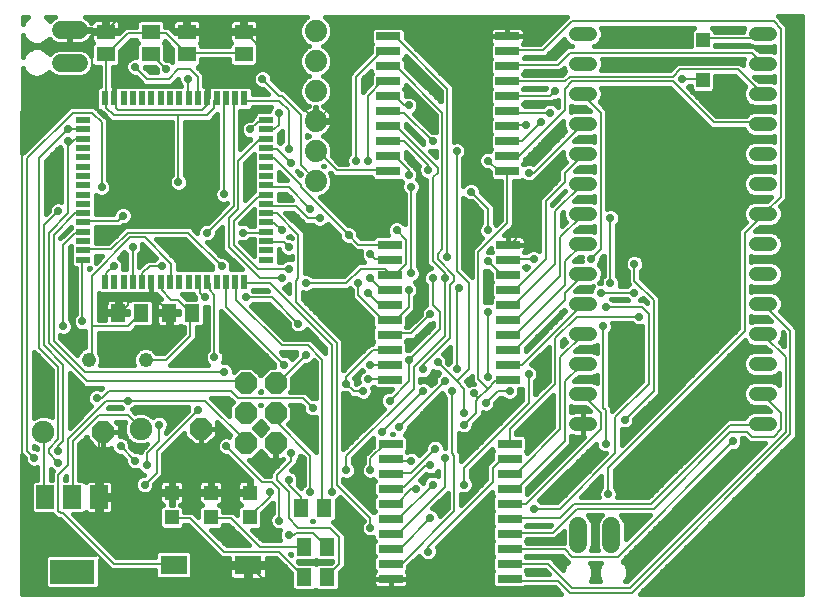
<source format=gtl>
G75*
%MOIN*%
%OFA0B0*%
%FSLAX25Y25*%
%IPPOS*%
%LPD*%
%AMOC8*
5,1,8,0,0,1.08239X$1,22.5*
%
%ADD10R,0.02200X0.04700*%
%ADD11R,0.04700X0.02200*%
%ADD12OC8,0.07400*%
%ADD13R,0.05118X0.05906*%
%ADD14R,0.05906X0.05118*%
%ADD15C,0.04800*%
%ADD16R,0.08000X0.02600*%
%ADD17R,0.05900X0.07900*%
%ADD18R,0.15000X0.07900*%
%ADD19R,0.04500X0.04500*%
%ADD20C,0.07500*%
%ADD21OC8,0.07500*%
%ADD22R,0.04724X0.04724*%
%ADD23R,0.09055X0.06299*%
%ADD24C,0.07400*%
%ADD25C,0.06000*%
%ADD26C,0.04800*%
%ADD27C,0.00800*%
%ADD28C,0.02900*%
%ADD29C,0.01600*%
D10*
X0034744Y0110256D03*
X0037844Y0110256D03*
X0040944Y0110256D03*
X0044044Y0110256D03*
X0047144Y0110256D03*
X0050244Y0110256D03*
X0053344Y0110256D03*
X0056444Y0110256D03*
X0059544Y0110256D03*
X0062644Y0110256D03*
X0065744Y0110256D03*
X0068844Y0110256D03*
X0071944Y0110256D03*
X0075044Y0110256D03*
X0078144Y0110256D03*
X0081244Y0110256D03*
X0081244Y0171356D03*
X0078144Y0171356D03*
X0075044Y0171356D03*
X0071944Y0171356D03*
X0068844Y0171356D03*
X0065744Y0171356D03*
X0062644Y0171356D03*
X0059544Y0171356D03*
X0056444Y0171356D03*
X0053344Y0171356D03*
X0050244Y0171356D03*
X0047144Y0171356D03*
X0044044Y0171356D03*
X0040944Y0171356D03*
X0037844Y0171356D03*
X0034744Y0171356D03*
D11*
X0027444Y0164056D03*
X0027444Y0160956D03*
X0027444Y0157856D03*
X0027444Y0154756D03*
X0027444Y0151656D03*
X0027444Y0148556D03*
X0027444Y0145456D03*
X0027444Y0142356D03*
X0027444Y0139256D03*
X0027444Y0136156D03*
X0027444Y0133056D03*
X0027444Y0129956D03*
X0027444Y0126856D03*
X0027444Y0123756D03*
X0027444Y0120656D03*
X0027444Y0117556D03*
X0088544Y0117556D03*
X0088544Y0120656D03*
X0088544Y0123756D03*
X0088544Y0126856D03*
X0088544Y0129956D03*
X0088544Y0133056D03*
X0088544Y0136156D03*
X0088544Y0139256D03*
X0088544Y0142356D03*
X0088544Y0145456D03*
X0088544Y0148556D03*
X0088544Y0151656D03*
X0088544Y0154756D03*
X0088544Y0157856D03*
X0088544Y0160956D03*
X0088544Y0164056D03*
D12*
X0091594Y0076406D03*
X0081594Y0076406D03*
X0081594Y0066406D03*
X0091594Y0066406D03*
X0091594Y0056406D03*
X0081594Y0056406D03*
D13*
X0100254Y0034806D03*
X0107734Y0034806D03*
X0108734Y0021806D03*
X0101254Y0021806D03*
X0101254Y0011806D03*
X0108734Y0011806D03*
X0063734Y0099806D03*
X0056254Y0099806D03*
X0046734Y0099806D03*
X0039254Y0099806D03*
D14*
X0034994Y0186066D03*
X0034994Y0193546D03*
X0049994Y0193546D03*
X0049994Y0186066D03*
X0061994Y0186066D03*
X0061994Y0193546D03*
X0080994Y0193546D03*
X0080994Y0186066D03*
D15*
X0191594Y0182806D02*
X0196394Y0182806D01*
X0196394Y0192806D02*
X0191594Y0192806D01*
X0191594Y0172806D02*
X0196394Y0172806D01*
X0196394Y0162806D02*
X0191594Y0162806D01*
X0191594Y0152806D02*
X0196394Y0152806D01*
X0196394Y0142806D02*
X0191594Y0142806D01*
X0191594Y0132806D02*
X0196394Y0132806D01*
X0196394Y0122806D02*
X0191594Y0122806D01*
X0191594Y0112806D02*
X0196394Y0112806D01*
X0196394Y0102806D02*
X0191594Y0102806D01*
X0191594Y0092806D02*
X0196394Y0092806D01*
X0196394Y0082806D02*
X0191594Y0082806D01*
X0191594Y0072806D02*
X0196394Y0072806D01*
X0196394Y0062806D02*
X0191594Y0062806D01*
X0251594Y0062806D02*
X0256394Y0062806D01*
X0256394Y0072806D02*
X0251594Y0072806D01*
X0251594Y0082806D02*
X0256394Y0082806D01*
X0256394Y0092806D02*
X0251594Y0092806D01*
X0251594Y0102806D02*
X0256394Y0102806D01*
X0256394Y0112806D02*
X0251594Y0112806D01*
X0251594Y0122806D02*
X0256394Y0122806D01*
X0256394Y0132806D02*
X0251594Y0132806D01*
X0251594Y0142806D02*
X0256394Y0142806D01*
X0256394Y0152806D02*
X0251594Y0152806D01*
X0251594Y0162806D02*
X0256394Y0162806D01*
X0256394Y0172806D02*
X0251594Y0172806D01*
X0251594Y0182806D02*
X0256394Y0182806D01*
X0256394Y0192806D02*
X0251594Y0192806D01*
D16*
X0168794Y0192006D03*
X0168794Y0187006D03*
X0168794Y0182006D03*
X0168794Y0177006D03*
X0168794Y0172006D03*
X0168794Y0167006D03*
X0168794Y0162006D03*
X0168794Y0157006D03*
X0168794Y0152006D03*
X0168794Y0147006D03*
X0169194Y0122606D03*
X0169194Y0117606D03*
X0169194Y0112606D03*
X0169194Y0107606D03*
X0169194Y0102606D03*
X0169194Y0097606D03*
X0169194Y0092606D03*
X0169194Y0087606D03*
X0169194Y0082606D03*
X0169194Y0077606D03*
X0169594Y0056206D03*
X0169594Y0051206D03*
X0169594Y0046206D03*
X0169594Y0041206D03*
X0169594Y0036206D03*
X0169594Y0031206D03*
X0169594Y0026206D03*
X0169594Y0021206D03*
X0169594Y0016206D03*
X0169594Y0011206D03*
X0129994Y0011206D03*
X0129994Y0016206D03*
X0129994Y0021206D03*
X0129994Y0026206D03*
X0129994Y0031206D03*
X0129994Y0036206D03*
X0129994Y0041206D03*
X0129994Y0046206D03*
X0129994Y0051206D03*
X0129994Y0056206D03*
X0129594Y0077606D03*
X0129594Y0082606D03*
X0129594Y0087606D03*
X0129594Y0092606D03*
X0129594Y0097606D03*
X0129594Y0102606D03*
X0129594Y0107606D03*
X0129594Y0112606D03*
X0129594Y0117606D03*
X0129594Y0122606D03*
X0129194Y0147006D03*
X0129194Y0152006D03*
X0129194Y0157006D03*
X0129194Y0162006D03*
X0129194Y0167006D03*
X0129194Y0172006D03*
X0129194Y0177006D03*
X0129194Y0182006D03*
X0129194Y0187006D03*
X0129194Y0192006D03*
D17*
X0032794Y0038406D03*
X0023794Y0038406D03*
X0014794Y0038406D03*
D18*
X0023894Y0013606D03*
D19*
X0233994Y0177306D03*
X0233994Y0190806D03*
D20*
X0046594Y0061206D03*
X0014194Y0060106D03*
D21*
X0034194Y0060106D03*
X0066594Y0061206D03*
D22*
X0069994Y0039940D03*
X0069994Y0031672D03*
X0056994Y0031672D03*
X0056994Y0039940D03*
X0082994Y0039940D03*
X0082994Y0031672D03*
D23*
X0082396Y0015806D03*
X0057593Y0015806D03*
D24*
X0104994Y0143806D03*
X0104994Y0153806D03*
X0104994Y0163806D03*
X0104994Y0173806D03*
X0104994Y0183806D03*
X0104994Y0193806D03*
D25*
X0025994Y0194106D02*
X0019994Y0194106D01*
X0019994Y0183106D02*
X0025994Y0183106D01*
X0192494Y0028806D02*
X0192494Y0022806D01*
X0203494Y0022806D02*
X0203494Y0028806D01*
D26*
X0048294Y0084206D03*
X0029294Y0084206D03*
D27*
X0029594Y0084206D01*
X0030394Y0085006D01*
X0030394Y0095406D01*
X0042394Y0095406D01*
X0046394Y0099406D01*
X0046734Y0099806D01*
X0042394Y0102606D02*
X0042394Y0103406D01*
X0044794Y0105806D01*
X0050394Y0105806D01*
X0055994Y0100206D01*
X0056254Y0099806D01*
X0056794Y0099406D01*
X0056794Y0096206D01*
X0059994Y0093006D01*
X0063194Y0092206D02*
X0063194Y0099406D01*
X0063734Y0099806D01*
X0063194Y0100206D01*
X0059194Y0104206D01*
X0056794Y0104206D01*
X0053594Y0107406D01*
X0053594Y0109806D01*
X0053344Y0110256D01*
X0050394Y0109806D02*
X0050244Y0110256D01*
X0050394Y0109806D02*
X0050394Y0105806D01*
X0047144Y0110256D02*
X0047194Y0110606D01*
X0047194Y0113006D01*
X0049594Y0115406D01*
X0053594Y0115406D01*
X0056794Y0116206D02*
X0047994Y0125006D01*
X0043194Y0125006D01*
X0030394Y0112206D01*
X0030394Y0095406D01*
X0027194Y0097006D02*
X0027194Y0117006D01*
X0027444Y0117556D01*
X0027444Y0120656D02*
X0027994Y0121006D01*
X0036794Y0121006D01*
X0042394Y0126606D01*
X0062394Y0126606D01*
X0073594Y0115406D01*
X0075044Y0110256D02*
X0075194Y0109806D01*
X0075194Y0101806D01*
X0094394Y0082606D01*
X0091594Y0076406D02*
X0091994Y0076206D01*
X0101594Y0085806D01*
X0102394Y0089006D02*
X0107194Y0084206D01*
X0107194Y0035406D01*
X0107734Y0034806D01*
X0110394Y0040206D02*
X0110394Y0089006D01*
X0089594Y0109806D01*
X0081594Y0109806D01*
X0081244Y0110256D01*
X0078394Y0109806D02*
X0078144Y0110256D01*
X0078394Y0109806D02*
X0078394Y0104206D01*
X0093594Y0089006D01*
X0102394Y0089006D01*
X0099194Y0096206D02*
X0090394Y0105006D01*
X0081594Y0105006D01*
X0086394Y0111406D02*
X0093594Y0111406D01*
X0095994Y0114606D02*
X0085594Y0114606D01*
X0077594Y0122606D01*
X0077594Y0130606D01*
X0085594Y0138606D01*
X0087994Y0138606D01*
X0088544Y0139256D01*
X0088794Y0141806D02*
X0088544Y0142356D01*
X0088794Y0141806D02*
X0095994Y0141806D01*
X0103194Y0134606D01*
X0102394Y0131406D02*
X0098394Y0135406D01*
X0088794Y0135406D01*
X0088544Y0136156D01*
X0088544Y0133056D02*
X0088794Y0133006D01*
X0091994Y0133006D01*
X0099194Y0125806D01*
X0099194Y0111406D01*
X0098394Y0110606D01*
X0098394Y0103406D01*
X0111994Y0089806D01*
X0111994Y0042606D01*
X0123194Y0031406D01*
X0123194Y0028206D01*
X0129994Y0026206D02*
X0130394Y0026606D01*
X0132794Y0026606D01*
X0147994Y0041806D01*
X0147994Y0051406D01*
X0150394Y0053006D02*
X0151194Y0052206D01*
X0151194Y0033806D01*
X0133594Y0016206D01*
X0129994Y0016206D01*
X0129994Y0011206D02*
X0129594Y0010606D01*
X0115194Y0010606D01*
X0111994Y0007406D01*
X0091194Y0007406D01*
X0083194Y0015406D01*
X0082396Y0015806D01*
X0082394Y0016206D01*
X0067194Y0016206D01*
X0063994Y0013006D01*
X0063994Y0012206D01*
X0063194Y0011406D01*
X0039994Y0011406D01*
X0019994Y0031406D01*
X0012794Y0031406D01*
X0007194Y0037006D01*
X0007194Y0157806D01*
X0030394Y0181006D01*
X0030394Y0193806D01*
X0034394Y0193806D01*
X0034994Y0193546D01*
X0035194Y0193806D01*
X0039194Y0197806D01*
X0053594Y0197806D01*
X0057594Y0193806D01*
X0061594Y0193806D01*
X0061994Y0193546D01*
X0062394Y0193806D01*
X0080794Y0193806D01*
X0080994Y0193546D01*
X0081594Y0193006D01*
X0085594Y0189006D01*
X0085594Y0183406D01*
X0104794Y0164206D01*
X0104994Y0163806D01*
X0105594Y0164206D01*
X0110394Y0169006D01*
X0110394Y0180206D01*
X0124794Y0194606D01*
X0133594Y0194606D01*
X0135994Y0192206D01*
X0162394Y0192206D01*
X0162394Y0164206D01*
X0168794Y0162606D02*
X0168794Y0162006D01*
X0168794Y0162606D02*
X0175194Y0162606D01*
X0179994Y0163406D02*
X0173594Y0157006D01*
X0168794Y0157006D01*
X0168794Y0152206D02*
X0168794Y0152006D01*
X0168794Y0152206D02*
X0172794Y0152206D01*
X0187994Y0167406D01*
X0187994Y0174606D01*
X0190394Y0177006D01*
X0223994Y0177006D01*
X0237594Y0163406D01*
X0253594Y0163406D01*
X0253994Y0162806D01*
X0253994Y0172806D02*
X0253594Y0173006D01*
X0245594Y0181006D01*
X0226394Y0181006D01*
X0223994Y0178606D01*
X0189594Y0178606D01*
X0187994Y0177006D01*
X0168794Y0177006D01*
X0168794Y0172206D02*
X0168794Y0172006D01*
X0168794Y0172206D02*
X0183194Y0172206D01*
X0184794Y0173806D01*
X0183194Y0166606D02*
X0168794Y0166606D01*
X0168794Y0167006D01*
X0151994Y0153806D02*
X0151994Y0113806D01*
X0155994Y0109806D01*
X0155994Y0081006D01*
X0151994Y0077006D01*
X0154394Y0074606D01*
X0154394Y0066606D01*
X0158394Y0066606D02*
X0154394Y0062606D01*
X0158394Y0066606D02*
X0158394Y0070606D01*
X0159194Y0071406D01*
X0157594Y0073006D01*
X0159194Y0071406D02*
X0162394Y0074606D01*
X0159194Y0077806D01*
X0159194Y0120206D01*
X0168794Y0129806D01*
X0168794Y0147006D01*
X0168794Y0147406D01*
X0165594Y0147406D01*
X0162394Y0150606D01*
X0156794Y0140206D02*
X0162394Y0134606D01*
X0162394Y0127406D01*
X0169194Y0122606D02*
X0169594Y0122606D01*
X0174394Y0127406D01*
X0174394Y0132206D01*
X0183994Y0141806D01*
X0183994Y0143406D01*
X0187994Y0143406D02*
X0181594Y0137006D01*
X0181594Y0117806D01*
X0171994Y0108206D01*
X0169594Y0108206D01*
X0169194Y0107606D01*
X0169194Y0112606D02*
X0168794Y0113006D01*
X0166394Y0113006D01*
X0162394Y0117006D01*
X0169194Y0117606D02*
X0169594Y0117806D01*
X0177594Y0117806D01*
X0184794Y0116206D02*
X0184794Y0133806D01*
X0193594Y0142606D01*
X0193994Y0142806D01*
X0187994Y0143406D02*
X0187994Y0146606D01*
X0193594Y0152206D01*
X0193994Y0152806D01*
X0193594Y0162606D02*
X0193994Y0162806D01*
X0193594Y0162606D02*
X0177594Y0146606D01*
X0175994Y0146606D01*
X0193994Y0132806D02*
X0193594Y0132206D01*
X0186394Y0125006D01*
X0186394Y0112206D01*
X0171994Y0097806D01*
X0169594Y0097806D01*
X0169194Y0097606D01*
X0169594Y0093006D02*
X0169194Y0092606D01*
X0169594Y0093006D02*
X0171994Y0093006D01*
X0187994Y0109006D01*
X0187994Y0117006D01*
X0193594Y0122606D01*
X0193994Y0122806D01*
X0196794Y0117806D02*
X0199994Y0121006D01*
X0199994Y0166606D01*
X0194394Y0172206D01*
X0193994Y0172806D01*
X0185594Y0182606D02*
X0189594Y0186606D01*
X0250394Y0186606D01*
X0253594Y0183406D01*
X0253994Y0182806D01*
X0252794Y0191406D02*
X0253594Y0192206D01*
X0253994Y0192806D01*
X0252794Y0191406D02*
X0234394Y0191406D01*
X0233994Y0190806D01*
X0233594Y0177806D02*
X0227194Y0177806D01*
X0233594Y0177806D02*
X0233994Y0177306D01*
X0257594Y0197006D02*
X0259994Y0194606D01*
X0259994Y0138606D01*
X0254394Y0133006D01*
X0253994Y0132806D01*
X0253594Y0132206D01*
X0247994Y0126606D01*
X0247994Y0093806D01*
X0202394Y0048206D01*
X0202394Y0039406D01*
X0191994Y0034606D02*
X0217594Y0034606D01*
X0243194Y0060206D01*
X0248794Y0060206D01*
X0250394Y0058606D01*
X0257594Y0058606D01*
X0259994Y0061006D01*
X0259994Y0066606D01*
X0254394Y0072206D01*
X0253994Y0072806D01*
X0253994Y0062806D02*
X0253594Y0062606D01*
X0243194Y0062606D01*
X0216794Y0036206D01*
X0191194Y0036206D01*
X0186394Y0031406D01*
X0169594Y0031406D01*
X0169594Y0031206D01*
X0169594Y0026606D02*
X0169594Y0026206D01*
X0169594Y0026606D02*
X0183994Y0026606D01*
X0191994Y0034606D01*
X0186394Y0034606D02*
X0177594Y0034606D01*
X0175194Y0036206D02*
X0199994Y0061006D01*
X0199994Y0066606D01*
X0194394Y0072206D01*
X0193994Y0072806D01*
X0187994Y0077006D02*
X0193594Y0082606D01*
X0193994Y0082806D01*
X0186394Y0085006D02*
X0193594Y0092206D01*
X0193994Y0092806D01*
X0200794Y0095406D02*
X0200794Y0068206D01*
X0201594Y0067406D01*
X0201594Y0056206D01*
X0204794Y0053006D02*
X0186394Y0034606D01*
X0175194Y0036206D02*
X0169594Y0036206D01*
X0169594Y0041206D02*
X0169594Y0041806D01*
X0172794Y0041806D01*
X0187994Y0057006D01*
X0187994Y0077006D01*
X0184794Y0076206D02*
X0184794Y0091406D01*
X0191994Y0098606D01*
X0212794Y0098606D01*
X0215994Y0099406D02*
X0213594Y0101806D01*
X0201594Y0101806D01*
X0199994Y0106606D02*
X0211194Y0106606D01*
X0211194Y0110606D02*
X0217594Y0104206D01*
X0217594Y0073806D01*
X0207994Y0064206D01*
X0204794Y0065006D02*
X0204794Y0053006D01*
X0204794Y0065006D02*
X0215994Y0076206D01*
X0215994Y0099406D01*
X0211194Y0110606D02*
X0211194Y0116206D01*
X0203194Y0109806D02*
X0203194Y0131406D01*
X0184794Y0116206D02*
X0171194Y0102606D01*
X0169194Y0102606D01*
X0162394Y0100206D02*
X0162394Y0078606D01*
X0164794Y0077006D02*
X0168794Y0077006D01*
X0169194Y0077606D01*
X0169594Y0073806D02*
X0165594Y0073806D01*
X0161594Y0069806D01*
X0162394Y0074606D02*
X0164794Y0077006D01*
X0169194Y0082606D02*
X0173594Y0082606D01*
X0193594Y0102606D01*
X0193994Y0102806D01*
X0187994Y0104206D02*
X0187994Y0106606D01*
X0193594Y0112206D01*
X0193994Y0112806D01*
X0187994Y0104206D02*
X0171994Y0088206D01*
X0169594Y0088206D01*
X0169194Y0087606D01*
X0175994Y0079406D02*
X0175994Y0069806D01*
X0154394Y0048206D01*
X0154394Y0042606D01*
X0163994Y0043406D02*
X0163994Y0048206D01*
X0166394Y0050606D01*
X0169594Y0050606D01*
X0169594Y0051206D01*
X0169594Y0046606D02*
X0169594Y0046206D01*
X0169594Y0046606D02*
X0171994Y0046606D01*
X0186394Y0061006D01*
X0186394Y0085006D01*
X0184794Y0076206D02*
X0169594Y0061006D01*
X0169594Y0056206D01*
X0163994Y0043406D02*
X0142394Y0021806D01*
X0142394Y0020206D01*
X0133594Y0021806D02*
X0130394Y0021806D01*
X0129994Y0021206D01*
X0133594Y0021806D02*
X0143194Y0031406D01*
X0132794Y0031406D02*
X0130394Y0031406D01*
X0129994Y0031206D01*
X0132794Y0031406D02*
X0143994Y0042606D01*
X0138394Y0041006D02*
X0136794Y0041006D01*
X0131994Y0036206D01*
X0129994Y0036206D01*
X0129994Y0041206D02*
X0130394Y0041806D01*
X0134394Y0041806D01*
X0141594Y0049006D01*
X0143194Y0049006D01*
X0144794Y0054606D02*
X0136794Y0046606D01*
X0130394Y0046606D01*
X0129994Y0046206D01*
X0130394Y0050606D02*
X0129994Y0051206D01*
X0130394Y0050606D02*
X0136794Y0050606D01*
X0129994Y0056206D02*
X0127994Y0056206D01*
X0123194Y0051406D01*
X0123194Y0047406D01*
X0115194Y0047406D02*
X0115194Y0052206D01*
X0137594Y0074606D01*
X0137594Y0081806D01*
X0147994Y0092206D01*
X0147994Y0111406D01*
X0147994Y0113006D01*
X0143994Y0117006D01*
X0143994Y0145006D01*
X0145594Y0146606D01*
X0145594Y0148206D01*
X0131994Y0161806D01*
X0129594Y0161806D01*
X0129194Y0162006D01*
X0129594Y0166606D02*
X0129194Y0167006D01*
X0129594Y0166606D02*
X0134394Y0166606D01*
X0143994Y0157006D01*
X0142394Y0149006D02*
X0134394Y0157006D01*
X0129194Y0157006D01*
X0129194Y0152006D02*
X0129594Y0151406D01*
X0131994Y0151406D01*
X0135994Y0147406D01*
X0135994Y0145806D01*
X0136794Y0141806D02*
X0136794Y0113006D01*
X0135194Y0116206D02*
X0131994Y0113006D01*
X0129594Y0113006D01*
X0129594Y0112606D01*
X0129594Y0113006D02*
X0127994Y0114606D01*
X0119994Y0114606D01*
X0115194Y0109806D01*
X0101594Y0109806D01*
X0095994Y0121806D02*
X0094394Y0123406D01*
X0088794Y0123406D01*
X0088544Y0123756D01*
X0087994Y0126606D02*
X0088544Y0126856D01*
X0087994Y0126606D02*
X0080794Y0126606D01*
X0075994Y0121806D02*
X0086394Y0111406D01*
X0075994Y0121806D02*
X0075994Y0131406D01*
X0079194Y0134606D01*
X0079194Y0150606D01*
X0086394Y0157806D01*
X0087994Y0157806D01*
X0088544Y0157856D01*
X0088544Y0154756D02*
X0088794Y0154606D01*
X0091994Y0154606D01*
X0096794Y0149806D01*
X0099994Y0149006D02*
X0104794Y0144206D01*
X0104994Y0143806D01*
X0099994Y0142606D02*
X0099994Y0141806D01*
X0115994Y0125806D01*
X0119194Y0122606D01*
X0129594Y0122606D01*
X0129594Y0117806D02*
X0124794Y0117806D01*
X0123194Y0119406D01*
X0129594Y0117806D02*
X0129594Y0117606D01*
X0135194Y0116206D02*
X0135194Y0124206D01*
X0131994Y0127406D01*
X0145594Y0119406D02*
X0145594Y0117806D01*
X0151194Y0112206D01*
X0151194Y0110606D01*
X0149594Y0109006D01*
X0149594Y0091406D01*
X0140794Y0082606D01*
X0140794Y0081006D01*
X0145594Y0083406D02*
X0151994Y0077006D01*
X0147994Y0077006D02*
X0132794Y0061806D01*
X0127194Y0060206D02*
X0140794Y0073806D01*
X0135994Y0077006D02*
X0135994Y0084206D01*
X0146394Y0094606D01*
X0146394Y0100206D01*
X0143994Y0102606D01*
X0143994Y0111406D01*
X0145594Y0119406D02*
X0147194Y0121006D01*
X0147194Y0166606D01*
X0131994Y0181806D01*
X0129594Y0181806D01*
X0129194Y0182006D01*
X0128794Y0186606D02*
X0126394Y0186606D01*
X0118394Y0178606D01*
X0118394Y0150606D01*
X0122394Y0150606D02*
X0122394Y0172206D01*
X0127194Y0177006D01*
X0129194Y0177006D01*
X0129194Y0172006D02*
X0129594Y0171406D01*
X0131994Y0171406D01*
X0134394Y0169006D01*
X0135994Y0169006D01*
X0148794Y0174606D02*
X0148794Y0118606D01*
X0152794Y0108206D02*
X0151994Y0107406D01*
X0151994Y0081006D01*
X0150394Y0073806D02*
X0150394Y0053006D01*
X0129594Y0070606D02*
X0135994Y0077006D01*
X0129594Y0077606D02*
X0129594Y0077806D01*
X0122394Y0077806D01*
X0120794Y0073806D02*
X0117594Y0073806D01*
X0115194Y0076206D01*
X0115194Y0078606D01*
X0123994Y0087406D01*
X0129594Y0087406D01*
X0129594Y0087606D01*
X0129594Y0092606D02*
X0129594Y0093006D01*
X0136794Y0093006D01*
X0143194Y0099406D01*
X0135994Y0101806D02*
X0131994Y0097806D01*
X0129594Y0097806D01*
X0129594Y0097606D01*
X0129594Y0097806D02*
X0127194Y0097806D01*
X0119194Y0105806D01*
X0119194Y0109806D01*
X0122394Y0106606D02*
X0126394Y0102606D01*
X0129594Y0102606D01*
X0129594Y0107606D02*
X0129594Y0108206D01*
X0126394Y0108206D01*
X0123194Y0111406D01*
X0135994Y0107406D02*
X0135994Y0101806D01*
X0129594Y0082606D02*
X0123194Y0082606D01*
X0103994Y0068206D02*
X0100794Y0071406D01*
X0079194Y0071406D01*
X0076794Y0073806D01*
X0035994Y0073806D01*
X0033594Y0071406D01*
X0031994Y0071406D01*
X0035194Y0070606D02*
X0042394Y0070606D01*
X0067994Y0070606D01*
X0081594Y0057006D01*
X0081594Y0056406D01*
X0075194Y0055406D02*
X0087194Y0043406D01*
X0090394Y0043406D01*
X0092794Y0041006D01*
X0092794Y0030606D01*
X0095994Y0031406D02*
X0099194Y0028206D01*
X0109594Y0028206D01*
X0112794Y0025006D01*
X0112794Y0016206D01*
X0108794Y0012206D01*
X0108734Y0011806D01*
X0101254Y0011806D02*
X0100794Y0012206D01*
X0092794Y0020206D01*
X0074394Y0020206D01*
X0063194Y0031406D01*
X0057594Y0031406D01*
X0056994Y0031672D01*
X0052794Y0029006D02*
X0052794Y0039406D01*
X0032794Y0039406D01*
X0032794Y0038406D01*
X0032794Y0038606D01*
X0032794Y0039406D02*
X0032794Y0058606D01*
X0033594Y0059406D01*
X0034194Y0060106D01*
X0039994Y0055406D02*
X0044794Y0050606D01*
X0048794Y0049006D02*
X0048794Y0053006D01*
X0052794Y0057006D01*
X0052794Y0062606D01*
X0046594Y0061206D02*
X0046394Y0061806D01*
X0042394Y0065806D01*
X0032794Y0065806D01*
X0023994Y0057006D01*
X0023994Y0038606D01*
X0023794Y0038406D01*
X0020794Y0033006D02*
X0019994Y0033006D01*
X0019194Y0033806D01*
X0019194Y0045806D01*
X0022394Y0049006D01*
X0022394Y0057806D01*
X0035194Y0070606D01*
X0028794Y0077006D02*
X0081594Y0077006D01*
X0081594Y0076406D01*
X0074394Y0080206D02*
X0027994Y0080206D01*
X0017594Y0090606D01*
X0017594Y0125806D01*
X0024794Y0133006D01*
X0027194Y0133006D01*
X0027444Y0133056D01*
X0027994Y0130606D02*
X0027444Y0129956D01*
X0027994Y0130606D02*
X0039194Y0130606D01*
X0040794Y0132206D01*
X0043994Y0121806D02*
X0043994Y0110606D01*
X0044044Y0110256D01*
X0042394Y0102606D02*
X0039994Y0100206D01*
X0039254Y0099806D01*
X0034744Y0110256D02*
X0035194Y0110606D01*
X0035194Y0113006D01*
X0037594Y0115406D01*
X0027194Y0126606D02*
X0027444Y0126856D01*
X0027194Y0126606D02*
X0024794Y0126606D01*
X0020794Y0122606D01*
X0020794Y0095406D01*
X0015994Y0089806D02*
X0028794Y0077006D01*
X0020794Y0082606D02*
X0014394Y0089006D01*
X0014394Y0129006D01*
X0019194Y0133806D01*
X0022394Y0133006D02*
X0015994Y0126606D01*
X0015994Y0089806D01*
X0012794Y0088206D02*
X0012794Y0151406D01*
X0022394Y0161006D01*
X0027194Y0161006D01*
X0027444Y0160956D01*
X0027444Y0157856D02*
X0027194Y0157806D01*
X0024794Y0157806D01*
X0023194Y0156206D01*
X0022394Y0157006D01*
X0023194Y0156206D02*
X0022394Y0155406D01*
X0022394Y0133006D01*
X0033594Y0141806D02*
X0033594Y0163406D01*
X0030394Y0166606D01*
X0023994Y0166606D01*
X0008794Y0151406D01*
X0008794Y0053806D01*
X0011194Y0051406D01*
X0015994Y0053006D02*
X0015994Y0054606D01*
X0019194Y0057806D01*
X0019194Y0081806D01*
X0012794Y0088206D01*
X0020794Y0082606D02*
X0020794Y0057006D01*
X0019194Y0055406D01*
X0019194Y0053806D01*
X0015994Y0053006D02*
X0019194Y0049806D01*
X0014394Y0059406D02*
X0014394Y0038606D01*
X0014794Y0038406D01*
X0020794Y0033006D02*
X0037594Y0016206D01*
X0056794Y0016206D01*
X0057593Y0015806D01*
X0067194Y0016206D02*
X0055994Y0027406D01*
X0054394Y0027406D01*
X0052794Y0029006D01*
X0052794Y0039406D02*
X0056794Y0039406D01*
X0056994Y0039940D01*
X0057594Y0040206D01*
X0066394Y0040206D01*
X0066394Y0061006D01*
X0066594Y0061206D01*
X0065594Y0067406D02*
X0051994Y0053806D01*
X0051994Y0046606D01*
X0047994Y0042606D01*
X0066394Y0040206D02*
X0069594Y0040206D01*
X0069994Y0039940D01*
X0070394Y0040206D01*
X0082394Y0040206D01*
X0082994Y0039940D01*
X0089594Y0040206D02*
X0089594Y0038606D01*
X0083194Y0032206D01*
X0082994Y0031672D01*
X0076794Y0031406D02*
X0086394Y0021806D01*
X0101254Y0021806D01*
X0097594Y0025806D02*
X0098394Y0026606D01*
X0103994Y0026606D01*
X0108794Y0021806D01*
X0108734Y0021806D01*
X0097594Y0025806D02*
X0095994Y0025806D01*
X0095994Y0031406D02*
X0095994Y0040206D01*
X0091994Y0044206D01*
X0091994Y0045806D01*
X0096794Y0050606D01*
X0096794Y0053006D01*
X0103194Y0052206D02*
X0103194Y0040206D01*
X0099994Y0038606D02*
X0099994Y0035406D01*
X0100254Y0034806D01*
X0099994Y0038606D02*
X0095994Y0042606D01*
X0095994Y0044206D01*
X0103194Y0052206D02*
X0091994Y0063406D01*
X0091994Y0065806D01*
X0091594Y0066406D01*
X0071194Y0085006D02*
X0071194Y0105806D01*
X0069594Y0107406D01*
X0069594Y0109806D01*
X0068844Y0110256D01*
X0066394Y0109806D02*
X0066394Y0106606D01*
X0067994Y0105006D01*
X0066394Y0109806D02*
X0065744Y0110256D01*
X0056794Y0110606D02*
X0056444Y0110256D01*
X0056794Y0110606D02*
X0056794Y0116206D01*
X0068794Y0126606D02*
X0077594Y0135406D01*
X0077594Y0170606D01*
X0078144Y0171356D01*
X0075044Y0171356D02*
X0074394Y0170606D01*
X0074394Y0139406D01*
X0088544Y0129956D02*
X0088794Y0129806D01*
X0091194Y0129806D01*
X0093594Y0127406D01*
X0102394Y0131406D02*
X0106394Y0131406D01*
X0099994Y0142606D02*
X0091194Y0151406D01*
X0088794Y0151406D01*
X0088544Y0151656D01*
X0095994Y0154606D02*
X0095994Y0167406D01*
X0092794Y0170606D01*
X0081594Y0170606D01*
X0081244Y0171356D01*
X0087194Y0177806D02*
X0092794Y0172206D01*
X0093594Y0172206D01*
X0099994Y0165806D01*
X0099994Y0149006D01*
X0104994Y0153806D02*
X0105594Y0153806D01*
X0111994Y0147406D01*
X0128794Y0147406D01*
X0129194Y0147006D01*
X0142394Y0147406D02*
X0142394Y0149006D01*
X0148794Y0174606D02*
X0131994Y0191406D01*
X0129594Y0191406D01*
X0129194Y0192006D01*
X0129194Y0187006D02*
X0128794Y0186606D01*
X0162394Y0192206D02*
X0168794Y0192206D01*
X0168794Y0192006D01*
X0168794Y0187406D02*
X0168794Y0187006D01*
X0168794Y0187406D02*
X0180794Y0187406D01*
X0190394Y0197006D01*
X0257594Y0197006D01*
X0185594Y0182606D02*
X0168794Y0182606D01*
X0168794Y0182006D01*
X0092794Y0166606D02*
X0092794Y0162606D01*
X0091194Y0161006D01*
X0088794Y0161006D01*
X0088544Y0160956D01*
X0087994Y0163406D02*
X0085594Y0163406D01*
X0083194Y0161006D01*
X0087994Y0163406D02*
X0088544Y0164056D01*
X0071194Y0168206D02*
X0068794Y0165806D01*
X0059194Y0165806D01*
X0059194Y0143406D01*
X0059194Y0165806D02*
X0037594Y0165806D01*
X0035194Y0168206D01*
X0035194Y0170606D01*
X0034744Y0171356D01*
X0035194Y0171406D01*
X0035194Y0185806D01*
X0034994Y0186066D01*
X0035194Y0185806D02*
X0042394Y0193006D01*
X0049594Y0193006D01*
X0049994Y0193546D01*
X0050394Y0193006D01*
X0055194Y0193006D01*
X0061594Y0186606D01*
X0061994Y0186066D01*
X0062394Y0186606D01*
X0080794Y0186606D01*
X0080994Y0186066D01*
X0083994Y0181806D02*
X0076794Y0181806D01*
X0069594Y0174606D01*
X0069594Y0171406D01*
X0068844Y0171356D01*
X0068794Y0170606D01*
X0068794Y0169006D01*
X0067194Y0167406D01*
X0039194Y0167406D01*
X0038394Y0168206D01*
X0038394Y0170606D01*
X0037844Y0171356D01*
X0044794Y0181806D02*
X0048794Y0177806D01*
X0055994Y0177806D01*
X0059194Y0181006D01*
X0063194Y0181006D01*
X0065594Y0178606D01*
X0065594Y0171406D01*
X0065744Y0171356D01*
X0062644Y0171356D02*
X0062394Y0171406D01*
X0062394Y0177806D01*
X0055194Y0181006D02*
X0050394Y0185806D01*
X0049994Y0186066D01*
X0030394Y0193806D02*
X0023194Y0193806D01*
X0022994Y0194106D01*
X0071194Y0170606D02*
X0071194Y0168206D01*
X0071194Y0170606D02*
X0071944Y0171356D01*
X0083994Y0181806D02*
X0085594Y0183406D01*
X0063194Y0092206D02*
X0055194Y0084206D01*
X0048294Y0084206D01*
X0014194Y0060106D02*
X0014394Y0059406D01*
X0069994Y0031672D02*
X0070394Y0031406D01*
X0076794Y0031406D01*
X0169594Y0021206D02*
X0169594Y0021006D01*
X0187994Y0021006D01*
X0190394Y0018606D01*
X0205594Y0018606D01*
X0243994Y0057006D01*
X0261594Y0060206D02*
X0261594Y0085006D01*
X0254394Y0092206D01*
X0253994Y0092806D01*
X0263194Y0093806D02*
X0254394Y0102606D01*
X0253994Y0102806D01*
X0263194Y0093806D02*
X0263194Y0059406D01*
X0210394Y0006606D01*
X0189594Y0006606D01*
X0185594Y0010606D01*
X0169594Y0010606D01*
X0169594Y0011206D01*
X0169594Y0016206D02*
X0182394Y0016206D01*
X0190394Y0008206D01*
X0209594Y0008206D01*
X0261594Y0060206D01*
D28*
X0243994Y0057006D03*
X0207994Y0064206D03*
X0201594Y0056206D03*
X0202394Y0039406D03*
X0177594Y0034606D03*
X0154394Y0042606D03*
X0143994Y0042606D03*
X0138394Y0041006D03*
X0143194Y0049006D03*
X0147994Y0051406D03*
X0144794Y0054606D03*
X0136794Y0050606D03*
X0127194Y0060206D03*
X0132794Y0061806D03*
X0129594Y0070606D03*
X0120794Y0073806D03*
X0122394Y0077806D03*
X0123194Y0082606D03*
X0115194Y0076206D03*
X0103994Y0068206D03*
X0094394Y0082606D03*
X0101594Y0085806D03*
X0099194Y0096206D03*
X0101594Y0109806D03*
X0095994Y0114606D03*
X0093594Y0111406D03*
X0095994Y0121806D03*
X0093594Y0127406D03*
X0103194Y0134606D03*
X0106394Y0131406D03*
X0115994Y0125806D03*
X0123194Y0119406D03*
X0123194Y0111406D03*
X0119194Y0109806D03*
X0122394Y0106606D03*
X0135994Y0107406D03*
X0136794Y0113006D03*
X0143994Y0111406D03*
X0147994Y0111406D03*
X0152794Y0108206D03*
X0162394Y0100206D03*
X0162394Y0117006D03*
X0162394Y0127406D03*
X0174394Y0127406D03*
X0177594Y0117806D03*
X0196794Y0117806D03*
X0203194Y0109806D03*
X0199994Y0106606D03*
X0201594Y0101806D03*
X0200794Y0095406D03*
X0212794Y0098606D03*
X0211194Y0106606D03*
X0211194Y0116206D03*
X0203194Y0131406D03*
X0183994Y0143406D03*
X0175994Y0146606D03*
X0162394Y0150606D03*
X0151994Y0153806D03*
X0143994Y0157006D03*
X0142394Y0147406D03*
X0136794Y0141806D03*
X0135994Y0145806D03*
X0122394Y0150606D03*
X0118394Y0150606D03*
X0096794Y0149806D03*
X0095994Y0154606D03*
X0092794Y0166606D03*
X0083194Y0161006D03*
X0087194Y0177806D03*
X0062394Y0177806D03*
X0055194Y0181006D03*
X0044794Y0181806D03*
X0022394Y0161006D03*
X0022394Y0157006D03*
X0033594Y0141806D03*
X0040794Y0132206D03*
X0043994Y0121806D03*
X0037594Y0115406D03*
X0053594Y0115406D03*
X0067994Y0105006D03*
X0073594Y0115406D03*
X0068794Y0126606D03*
X0080794Y0126606D03*
X0074394Y0139406D03*
X0059194Y0143406D03*
X0019194Y0133806D03*
X0027194Y0097006D03*
X0020794Y0095406D03*
X0031994Y0071406D03*
X0042394Y0070606D03*
X0052794Y0062606D03*
X0065594Y0067406D03*
X0074394Y0080206D03*
X0071194Y0085006D03*
X0059994Y0093006D03*
X0081594Y0105006D03*
X0131994Y0127406D03*
X0148794Y0118606D03*
X0143194Y0099406D03*
X0145594Y0083406D03*
X0140794Y0081006D03*
X0135994Y0084206D03*
X0140794Y0073806D03*
X0147994Y0077006D03*
X0150394Y0073806D03*
X0157594Y0073006D03*
X0161594Y0069806D03*
X0154394Y0066606D03*
X0154394Y0062606D03*
X0169594Y0073806D03*
X0175994Y0079406D03*
X0162394Y0078606D03*
X0151994Y0081006D03*
X0123194Y0047406D03*
X0115194Y0047406D03*
X0110394Y0040206D03*
X0103194Y0040206D03*
X0095994Y0044206D03*
X0089594Y0040206D03*
X0092794Y0030606D03*
X0095994Y0025806D03*
X0123194Y0028206D03*
X0143194Y0031406D03*
X0142394Y0020206D03*
X0096794Y0053006D03*
X0075194Y0055406D03*
X0048794Y0049006D03*
X0044794Y0050606D03*
X0039994Y0055406D03*
X0047994Y0042606D03*
X0019194Y0049806D03*
X0019194Y0053806D03*
X0011194Y0051406D03*
X0156794Y0140206D03*
X0175194Y0162606D03*
X0179994Y0163406D03*
X0183194Y0166606D03*
X0184794Y0173806D03*
X0162394Y0164206D03*
X0135994Y0169006D03*
X0227194Y0177806D03*
D29*
X0007143Y0052345D02*
X0007097Y0006107D01*
X0186914Y0006175D01*
X0184683Y0008406D01*
X0174640Y0008406D01*
X0174340Y0008106D01*
X0164849Y0008106D01*
X0163794Y0009160D01*
X0163794Y0013252D01*
X0164249Y0013706D01*
X0163794Y0014160D01*
X0163794Y0018252D01*
X0164249Y0018706D01*
X0163794Y0019160D01*
X0163794Y0023252D01*
X0164249Y0023706D01*
X0163794Y0024160D01*
X0163794Y0028252D01*
X0164249Y0028706D01*
X0163794Y0029160D01*
X0163794Y0033252D01*
X0164249Y0033706D01*
X0163794Y0034160D01*
X0163794Y0038252D01*
X0164249Y0038706D01*
X0163794Y0039160D01*
X0163794Y0040095D01*
X0145324Y0021625D01*
X0145644Y0020852D01*
X0145644Y0019560D01*
X0145149Y0018365D01*
X0144235Y0017451D01*
X0143041Y0016956D01*
X0141748Y0016956D01*
X0140553Y0017451D01*
X0139639Y0018365D01*
X0139412Y0018913D01*
X0135794Y0015295D01*
X0135794Y0014160D01*
X0135340Y0013706D01*
X0135435Y0013611D01*
X0135672Y0013201D01*
X0135794Y0012743D01*
X0135794Y0011206D01*
X0129994Y0011206D01*
X0129994Y0011206D01*
X0124194Y0011206D01*
X0124194Y0012743D01*
X0124317Y0013201D01*
X0124554Y0013611D01*
X0124649Y0013706D01*
X0124194Y0014160D01*
X0124194Y0018252D01*
X0124649Y0018706D01*
X0124194Y0019160D01*
X0124194Y0023252D01*
X0124649Y0023706D01*
X0124194Y0024160D01*
X0124194Y0025102D01*
X0123841Y0024956D01*
X0122548Y0024956D01*
X0121353Y0025451D01*
X0120439Y0026365D01*
X0119944Y0027560D01*
X0119944Y0028852D01*
X0120439Y0030047D01*
X0120940Y0030548D01*
X0113137Y0038352D01*
X0112235Y0037451D01*
X0112093Y0037392D01*
X0112093Y0031108D01*
X0111039Y0030053D01*
X0110858Y0030053D01*
X0113705Y0027206D01*
X0113705Y0027206D01*
X0114994Y0025917D01*
X0114994Y0015295D01*
X0113093Y0013394D01*
X0113093Y0008108D01*
X0112039Y0007053D01*
X0105430Y0007053D01*
X0104994Y0007489D01*
X0104559Y0007053D01*
X0097949Y0007053D01*
X0096895Y0008108D01*
X0096895Y0012994D01*
X0091883Y0018006D01*
X0088723Y0018006D01*
X0088723Y0016581D01*
X0083171Y0016581D01*
X0083171Y0015031D01*
X0088723Y0015031D01*
X0088723Y0012419D01*
X0088601Y0011962D01*
X0088364Y0011551D01*
X0088029Y0011216D01*
X0087618Y0010979D01*
X0087160Y0010856D01*
X0083171Y0010856D01*
X0083171Y0015031D01*
X0081621Y0015031D01*
X0081621Y0010856D01*
X0077631Y0010856D01*
X0077173Y0010979D01*
X0076763Y0011216D01*
X0076428Y0011551D01*
X0076191Y0011962D01*
X0076068Y0012419D01*
X0076068Y0015031D01*
X0081621Y0015031D01*
X0081621Y0016581D01*
X0076068Y0016581D01*
X0076068Y0018006D01*
X0073483Y0018006D01*
X0072194Y0019295D01*
X0062283Y0029206D01*
X0061156Y0029206D01*
X0061156Y0028564D01*
X0060102Y0027510D01*
X0053886Y0027510D01*
X0052832Y0028564D01*
X0052832Y0034780D01*
X0053886Y0035834D01*
X0054184Y0035834D01*
X0053937Y0035900D01*
X0053527Y0036137D01*
X0053192Y0036472D01*
X0052955Y0036883D01*
X0052832Y0037341D01*
X0052832Y0039559D01*
X0056613Y0039559D01*
X0056613Y0040321D01*
X0052832Y0040321D01*
X0052832Y0042539D01*
X0052955Y0042997D01*
X0053192Y0043407D01*
X0053527Y0043742D01*
X0053937Y0043979D01*
X0054395Y0044102D01*
X0056613Y0044102D01*
X0056613Y0040321D01*
X0057375Y0040321D01*
X0057375Y0044102D01*
X0059593Y0044102D01*
X0060051Y0043979D01*
X0060462Y0043742D01*
X0060797Y0043407D01*
X0061034Y0042997D01*
X0061156Y0042539D01*
X0061156Y0040321D01*
X0057375Y0040321D01*
X0057375Y0039559D01*
X0057375Y0035834D01*
X0056613Y0035834D01*
X0056613Y0039559D01*
X0057375Y0039559D01*
X0061156Y0039559D01*
X0061156Y0037341D01*
X0061034Y0036883D01*
X0060797Y0036472D01*
X0060462Y0036137D01*
X0060051Y0035900D01*
X0059805Y0035834D01*
X0060102Y0035834D01*
X0061156Y0034780D01*
X0061156Y0033606D01*
X0064105Y0033606D01*
X0065832Y0031879D01*
X0065832Y0034780D01*
X0066886Y0035834D01*
X0067184Y0035834D01*
X0066937Y0035900D01*
X0066527Y0036137D01*
X0066192Y0036472D01*
X0065955Y0036883D01*
X0065832Y0037341D01*
X0065832Y0039559D01*
X0069613Y0039559D01*
X0069613Y0040321D01*
X0065832Y0040321D01*
X0065832Y0042539D01*
X0065955Y0042997D01*
X0066192Y0043407D01*
X0066527Y0043742D01*
X0066937Y0043979D01*
X0067395Y0044102D01*
X0069613Y0044102D01*
X0069613Y0040321D01*
X0070375Y0040321D01*
X0070375Y0044102D01*
X0072593Y0044102D01*
X0073051Y0043979D01*
X0073462Y0043742D01*
X0073797Y0043407D01*
X0074034Y0042997D01*
X0074156Y0042539D01*
X0074156Y0040321D01*
X0070375Y0040321D01*
X0070375Y0039559D01*
X0074156Y0039559D01*
X0074156Y0037341D01*
X0074034Y0036883D01*
X0073797Y0036472D01*
X0073462Y0036137D01*
X0073051Y0035900D01*
X0072805Y0035834D01*
X0073102Y0035834D01*
X0074156Y0034780D01*
X0074156Y0033606D01*
X0077705Y0033606D01*
X0078832Y0032479D01*
X0078832Y0034780D01*
X0079886Y0035834D01*
X0080184Y0035834D01*
X0079937Y0035900D01*
X0079527Y0036137D01*
X0079192Y0036472D01*
X0078955Y0036883D01*
X0078832Y0037341D01*
X0078832Y0039559D01*
X0082613Y0039559D01*
X0082613Y0040321D01*
X0078832Y0040321D01*
X0078832Y0042539D01*
X0078955Y0042997D01*
X0079192Y0043407D01*
X0079527Y0043742D01*
X0079937Y0043979D01*
X0080395Y0044102D01*
X0082613Y0044102D01*
X0082613Y0040321D01*
X0083375Y0040321D01*
X0083375Y0044102D01*
X0083387Y0044102D01*
X0075333Y0052156D01*
X0074548Y0052156D01*
X0073353Y0052651D01*
X0072439Y0053565D01*
X0071944Y0054760D01*
X0071944Y0056052D01*
X0072439Y0057247D01*
X0073353Y0058161D01*
X0074548Y0058656D01*
X0075841Y0058656D01*
X0076094Y0058551D01*
X0076094Y0058684D01*
X0076449Y0059039D01*
X0072144Y0063345D01*
X0072144Y0061206D01*
X0066594Y0061206D01*
X0066594Y0061206D01*
X0066594Y0055656D01*
X0064295Y0055656D01*
X0061044Y0058907D01*
X0061044Y0059745D01*
X0054194Y0052895D01*
X0054194Y0045695D01*
X0051244Y0042745D01*
X0051244Y0041960D01*
X0050749Y0040765D01*
X0049835Y0039851D01*
X0048641Y0039356D01*
X0047348Y0039356D01*
X0046153Y0039851D01*
X0045239Y0040765D01*
X0044744Y0041960D01*
X0044744Y0043252D01*
X0045239Y0044447D01*
X0046153Y0045361D01*
X0047348Y0045856D01*
X0047906Y0045856D01*
X0046953Y0046251D01*
X0046039Y0047165D01*
X0045884Y0047540D01*
X0045441Y0047356D01*
X0044148Y0047356D01*
X0042953Y0047851D01*
X0042039Y0048765D01*
X0041544Y0049960D01*
X0041544Y0050745D01*
X0040133Y0052156D01*
X0039348Y0052156D01*
X0038153Y0052651D01*
X0037239Y0053565D01*
X0036744Y0054760D01*
X0036744Y0054807D01*
X0036493Y0054556D01*
X0034194Y0054556D01*
X0034194Y0060106D01*
X0034194Y0060106D01*
X0034194Y0054556D01*
X0031895Y0054556D01*
X0028644Y0057807D01*
X0028644Y0058545D01*
X0026194Y0056095D01*
X0026194Y0044156D01*
X0027490Y0044156D01*
X0028324Y0043322D01*
X0028404Y0043461D01*
X0028739Y0043796D01*
X0029149Y0044033D01*
X0029607Y0044156D01*
X0032119Y0044156D01*
X0032119Y0039081D01*
X0033469Y0039081D01*
X0033469Y0044156D01*
X0035981Y0044156D01*
X0036439Y0044033D01*
X0036849Y0043796D01*
X0037185Y0043461D01*
X0037422Y0043051D01*
X0037544Y0042593D01*
X0037544Y0039081D01*
X0033469Y0039081D01*
X0033469Y0037731D01*
X0033469Y0032656D01*
X0035981Y0032656D01*
X0036439Y0032779D01*
X0036849Y0033016D01*
X0037185Y0033351D01*
X0037422Y0033761D01*
X0037544Y0034219D01*
X0037544Y0037731D01*
X0033469Y0037731D01*
X0032119Y0037731D01*
X0032119Y0032656D01*
X0029607Y0032656D01*
X0029149Y0032779D01*
X0028739Y0033016D01*
X0028404Y0033351D01*
X0028324Y0033490D01*
X0027490Y0032656D01*
X0024255Y0032656D01*
X0038505Y0018406D01*
X0051265Y0018406D01*
X0051265Y0019701D01*
X0052319Y0020756D01*
X0062866Y0020756D01*
X0063920Y0019701D01*
X0063920Y0011911D01*
X0062866Y0010856D01*
X0052319Y0010856D01*
X0051265Y0011911D01*
X0051265Y0014006D01*
X0036683Y0014006D01*
X0033194Y0017495D01*
X0033194Y0008910D01*
X0032140Y0007856D01*
X0015649Y0007856D01*
X0014594Y0008910D01*
X0014594Y0018302D01*
X0015649Y0019356D01*
X0031333Y0019356D01*
X0019883Y0030806D01*
X0019083Y0030806D01*
X0018283Y0031606D01*
X0017233Y0032656D01*
X0011099Y0032656D01*
X0010044Y0033710D01*
X0010044Y0043102D01*
X0011099Y0044156D01*
X0012194Y0044156D01*
X0012194Y0048302D01*
X0011841Y0048156D01*
X0010548Y0048156D01*
X0009353Y0048651D01*
X0008439Y0049565D01*
X0007944Y0050760D01*
X0007944Y0051545D01*
X0007143Y0052345D01*
X0007143Y0052051D02*
X0007438Y0052051D01*
X0007142Y0050453D02*
X0008071Y0050453D01*
X0007140Y0048854D02*
X0009150Y0048854D01*
X0007138Y0047256D02*
X0012194Y0047256D01*
X0012194Y0045657D02*
X0007137Y0045657D01*
X0007135Y0044059D02*
X0011001Y0044059D01*
X0010044Y0042460D02*
X0007133Y0042460D01*
X0007132Y0040862D02*
X0010044Y0040862D01*
X0010044Y0039263D02*
X0007130Y0039263D01*
X0007129Y0037665D02*
X0010044Y0037665D01*
X0010044Y0036066D02*
X0007127Y0036066D01*
X0007125Y0034468D02*
X0010044Y0034468D01*
X0010886Y0032869D02*
X0007124Y0032869D01*
X0007122Y0031271D02*
X0018618Y0031271D01*
X0021017Y0029672D02*
X0007120Y0029672D01*
X0007119Y0028074D02*
X0022615Y0028074D01*
X0024214Y0026475D02*
X0007117Y0026475D01*
X0007116Y0024876D02*
X0025812Y0024876D01*
X0027411Y0023278D02*
X0007114Y0023278D01*
X0007112Y0021679D02*
X0029009Y0021679D01*
X0030608Y0020081D02*
X0007111Y0020081D01*
X0007109Y0018482D02*
X0014775Y0018482D01*
X0014594Y0016884D02*
X0007107Y0016884D01*
X0007106Y0015285D02*
X0014594Y0015285D01*
X0014594Y0013687D02*
X0007104Y0013687D01*
X0007103Y0012088D02*
X0014594Y0012088D01*
X0014594Y0010490D02*
X0007101Y0010490D01*
X0007099Y0008891D02*
X0014613Y0008891D01*
X0007098Y0007293D02*
X0097710Y0007293D01*
X0096895Y0008891D02*
X0033175Y0008891D01*
X0033194Y0010490D02*
X0096895Y0010490D01*
X0096895Y0012088D02*
X0088635Y0012088D01*
X0088723Y0013687D02*
X0096202Y0013687D01*
X0094603Y0015285D02*
X0083171Y0015285D01*
X0081621Y0015285D02*
X0063920Y0015285D01*
X0063920Y0013687D02*
X0076068Y0013687D01*
X0076157Y0012088D02*
X0063920Y0012088D01*
X0063920Y0016884D02*
X0076068Y0016884D01*
X0073006Y0018482D02*
X0063920Y0018482D01*
X0063540Y0020081D02*
X0071408Y0020081D01*
X0069809Y0021679D02*
X0035232Y0021679D01*
X0036830Y0020081D02*
X0051645Y0020081D01*
X0051265Y0018482D02*
X0038429Y0018482D01*
X0035403Y0015285D02*
X0033194Y0015285D01*
X0033194Y0013687D02*
X0051265Y0013687D01*
X0051265Y0012088D02*
X0033194Y0012088D01*
X0033194Y0016884D02*
X0033805Y0016884D01*
X0033633Y0023278D02*
X0068211Y0023278D01*
X0066612Y0024876D02*
X0032035Y0024876D01*
X0030436Y0026475D02*
X0065014Y0026475D01*
X0063415Y0028074D02*
X0060666Y0028074D01*
X0064842Y0032869D02*
X0065832Y0032869D01*
X0065832Y0034468D02*
X0061156Y0034468D01*
X0060338Y0036066D02*
X0066650Y0036066D01*
X0065832Y0037665D02*
X0061156Y0037665D01*
X0061156Y0039263D02*
X0065832Y0039263D01*
X0065832Y0040862D02*
X0061156Y0040862D01*
X0061156Y0042460D02*
X0065832Y0042460D01*
X0067233Y0044059D02*
X0059755Y0044059D01*
X0057375Y0044059D02*
X0056613Y0044059D01*
X0056613Y0042460D02*
X0057375Y0042460D01*
X0057375Y0040862D02*
X0056613Y0040862D01*
X0056613Y0039263D02*
X0057375Y0039263D01*
X0057375Y0037665D02*
X0056613Y0037665D01*
X0056613Y0036066D02*
X0057375Y0036066D01*
X0053650Y0036066D02*
X0037544Y0036066D01*
X0037544Y0034468D02*
X0052832Y0034468D01*
X0052832Y0032869D02*
X0036595Y0032869D01*
X0033469Y0032869D02*
X0032119Y0032869D01*
X0032119Y0034468D02*
X0033469Y0034468D01*
X0033469Y0036066D02*
X0032119Y0036066D01*
X0032119Y0037665D02*
X0033469Y0037665D01*
X0033469Y0039263D02*
X0032119Y0039263D01*
X0032119Y0040862D02*
X0033469Y0040862D01*
X0033469Y0042460D02*
X0032119Y0042460D01*
X0032119Y0044059D02*
X0033469Y0044059D01*
X0036345Y0044059D02*
X0045078Y0044059D01*
X0044744Y0042460D02*
X0037544Y0042460D01*
X0037544Y0040862D02*
X0045199Y0040862D01*
X0046868Y0045657D02*
X0026194Y0045657D01*
X0026194Y0047256D02*
X0046001Y0047256D01*
X0042002Y0048854D02*
X0026194Y0048854D01*
X0026194Y0050453D02*
X0041544Y0050453D01*
X0040238Y0052051D02*
X0026194Y0052051D01*
X0026194Y0053650D02*
X0037204Y0053650D01*
X0034194Y0055248D02*
X0034194Y0055248D01*
X0034194Y0056847D02*
X0034194Y0056847D01*
X0034194Y0058445D02*
X0034194Y0058445D01*
X0034194Y0060044D02*
X0034194Y0060044D01*
X0034194Y0060106D02*
X0034194Y0060106D01*
X0039744Y0060106D01*
X0039744Y0062405D01*
X0038543Y0063606D01*
X0041483Y0063606D01*
X0041552Y0063537D01*
X0041044Y0062310D01*
X0041044Y0060102D01*
X0041857Y0058139D01*
X0041835Y0058161D01*
X0040641Y0058656D01*
X0039744Y0058656D01*
X0039744Y0060106D01*
X0034194Y0060106D01*
X0039744Y0060044D02*
X0041068Y0060044D01*
X0041044Y0061642D02*
X0039744Y0061642D01*
X0038908Y0063241D02*
X0041430Y0063241D01*
X0044829Y0066482D02*
X0043687Y0067624D01*
X0044235Y0067851D01*
X0044790Y0068406D01*
X0062491Y0068406D01*
X0062344Y0068052D01*
X0062344Y0067267D01*
X0054994Y0059917D01*
X0054994Y0060210D01*
X0055549Y0060765D01*
X0056044Y0061960D01*
X0056044Y0063252D01*
X0055549Y0064447D01*
X0054635Y0065361D01*
X0053441Y0065856D01*
X0052148Y0065856D01*
X0050953Y0065361D01*
X0050621Y0065029D01*
X0049738Y0065911D01*
X0047698Y0066756D01*
X0045490Y0066756D01*
X0044829Y0066482D01*
X0044421Y0068036D02*
X0062344Y0068036D01*
X0061515Y0066438D02*
X0048466Y0066438D01*
X0055157Y0064839D02*
X0059916Y0064839D01*
X0058318Y0063241D02*
X0056044Y0063241D01*
X0055913Y0061642D02*
X0056719Y0061642D01*
X0055121Y0060044D02*
X0054994Y0060044D01*
X0058146Y0056847D02*
X0063105Y0056847D01*
X0061506Y0058445D02*
X0059745Y0058445D01*
X0056548Y0055248D02*
X0071944Y0055248D01*
X0072273Y0056847D02*
X0070084Y0056847D01*
X0068893Y0055656D02*
X0066594Y0055656D01*
X0066594Y0061206D01*
X0066594Y0061206D01*
X0072144Y0061206D01*
X0072144Y0058907D01*
X0068893Y0055656D01*
X0066594Y0056847D02*
X0066594Y0056847D01*
X0066594Y0058445D02*
X0066594Y0058445D01*
X0066594Y0060044D02*
X0066594Y0060044D01*
X0071682Y0058445D02*
X0074039Y0058445D01*
X0075445Y0060044D02*
X0072144Y0060044D01*
X0072144Y0061642D02*
X0073847Y0061642D01*
X0072248Y0063241D02*
X0072144Y0063241D01*
X0075274Y0066438D02*
X0076094Y0066438D01*
X0076094Y0065617D02*
X0070105Y0071606D01*
X0075883Y0071606D01*
X0076994Y0070495D01*
X0077449Y0070039D01*
X0076094Y0068684D01*
X0076094Y0065617D01*
X0076094Y0068036D02*
X0073675Y0068036D01*
X0072077Y0069635D02*
X0077045Y0069635D01*
X0076256Y0071233D02*
X0070478Y0071233D01*
X0077644Y0080234D02*
X0077644Y0080852D01*
X0077149Y0082047D01*
X0076235Y0082961D01*
X0075041Y0083456D01*
X0074070Y0083456D01*
X0074444Y0084360D01*
X0074444Y0085652D01*
X0073949Y0086847D01*
X0073394Y0087402D01*
X0073394Y0100495D01*
X0091144Y0082745D01*
X0091144Y0081960D01*
X0091166Y0081906D01*
X0089316Y0081906D01*
X0086594Y0079184D01*
X0083872Y0081906D01*
X0079316Y0081906D01*
X0077644Y0080234D01*
X0077644Y0080824D02*
X0078234Y0080824D01*
X0076773Y0082423D02*
X0091144Y0082423D01*
X0089868Y0084021D02*
X0074304Y0084021D01*
X0074444Y0085620D02*
X0088269Y0085620D01*
X0086670Y0087218D02*
X0073578Y0087218D01*
X0073394Y0088817D02*
X0085072Y0088817D01*
X0083473Y0090415D02*
X0073394Y0090415D01*
X0073394Y0092014D02*
X0081875Y0092014D01*
X0080276Y0093612D02*
X0073394Y0093612D01*
X0073394Y0095211D02*
X0078678Y0095211D01*
X0077079Y0096809D02*
X0073394Y0096809D01*
X0073394Y0098408D02*
X0075481Y0098408D01*
X0073882Y0100007D02*
X0073394Y0100007D01*
X0068994Y0100007D02*
X0068093Y0100007D01*
X0068093Y0101605D02*
X0068994Y0101605D01*
X0068994Y0101902D02*
X0068994Y0087402D01*
X0068439Y0086847D01*
X0067944Y0085652D01*
X0067944Y0084360D01*
X0068439Y0083165D01*
X0069198Y0082406D01*
X0056505Y0082406D01*
X0064105Y0090006D01*
X0065394Y0091295D01*
X0065394Y0095053D01*
X0067039Y0095053D01*
X0068093Y0096108D01*
X0068093Y0101756D01*
X0068641Y0101756D01*
X0068994Y0101902D01*
X0068994Y0098408D02*
X0068093Y0098408D01*
X0068093Y0096809D02*
X0068994Y0096809D01*
X0068994Y0095211D02*
X0067197Y0095211D01*
X0068994Y0093612D02*
X0065394Y0093612D01*
X0065394Y0092014D02*
X0068994Y0092014D01*
X0068994Y0090415D02*
X0064515Y0090415D01*
X0062916Y0088817D02*
X0068994Y0088817D01*
X0068810Y0087218D02*
X0061318Y0087218D01*
X0059719Y0085620D02*
X0067944Y0085620D01*
X0068084Y0084021D02*
X0058121Y0084021D01*
X0056522Y0082423D02*
X0069181Y0082423D01*
X0058292Y0090415D02*
X0032594Y0090415D01*
X0032594Y0088817D02*
X0056694Y0088817D01*
X0055095Y0087218D02*
X0051221Y0087218D01*
X0050673Y0087767D02*
X0049130Y0088406D01*
X0047459Y0088406D01*
X0045915Y0087767D01*
X0044734Y0086585D01*
X0044094Y0085041D01*
X0044094Y0083371D01*
X0044494Y0082406D01*
X0033095Y0082406D01*
X0033494Y0083371D01*
X0033494Y0085041D01*
X0032855Y0086585D01*
X0032594Y0086846D01*
X0032594Y0093206D01*
X0043305Y0093206D01*
X0044594Y0094495D01*
X0045153Y0095053D01*
X0050039Y0095053D01*
X0051093Y0096108D01*
X0051093Y0103504D01*
X0050039Y0104559D01*
X0043430Y0104559D01*
X0042994Y0104123D01*
X0042918Y0104199D01*
X0042508Y0104436D01*
X0042050Y0104559D01*
X0039734Y0104559D01*
X0039734Y0100286D01*
X0038774Y0100286D01*
X0038774Y0099326D01*
X0034895Y0099326D01*
X0034895Y0097606D01*
X0032594Y0097606D01*
X0032594Y0106410D01*
X0032899Y0106106D01*
X0050244Y0106106D01*
X0050244Y0110256D01*
X0050244Y0110256D01*
X0050244Y0106106D01*
X0051558Y0106106D01*
X0051783Y0106106D01*
X0053357Y0104532D01*
X0053000Y0104436D01*
X0052590Y0104199D01*
X0052255Y0103864D01*
X0052018Y0103454D01*
X0051895Y0102996D01*
X0051895Y0100286D01*
X0055774Y0100286D01*
X0055774Y0099326D01*
X0056734Y0099326D01*
X0059375Y0099326D01*
X0059375Y0100286D01*
X0056734Y0100286D01*
X0056734Y0099326D01*
X0056734Y0095053D01*
X0059050Y0095053D01*
X0059508Y0095176D01*
X0059918Y0095413D01*
X0059994Y0095489D01*
X0060430Y0095053D01*
X0060994Y0095053D01*
X0060994Y0093117D01*
X0054283Y0086406D01*
X0051929Y0086406D01*
X0051855Y0086585D01*
X0050673Y0087767D01*
X0045367Y0087218D02*
X0032594Y0087218D01*
X0033255Y0085620D02*
X0044334Y0085620D01*
X0044094Y0084021D02*
X0033494Y0084021D01*
X0033102Y0082423D02*
X0044487Y0082423D01*
X0033883Y0074806D02*
X0033794Y0074717D01*
X0033413Y0074336D01*
X0032641Y0074656D01*
X0031348Y0074656D01*
X0030153Y0074161D01*
X0029239Y0073247D01*
X0028744Y0072052D01*
X0028744Y0070760D01*
X0029239Y0069565D01*
X0030140Y0068664D01*
X0022994Y0061517D01*
X0022994Y0079695D01*
X0026594Y0076095D01*
X0027883Y0074806D01*
X0033883Y0074806D01*
X0033507Y0074430D02*
X0033185Y0074430D01*
X0030803Y0074430D02*
X0022994Y0074430D01*
X0022994Y0072832D02*
X0029067Y0072832D01*
X0028744Y0071233D02*
X0022994Y0071233D01*
X0022994Y0069635D02*
X0029210Y0069635D01*
X0029513Y0068036D02*
X0022994Y0068036D01*
X0022994Y0066438D02*
X0027915Y0066438D01*
X0026316Y0064839D02*
X0022994Y0064839D01*
X0022994Y0063241D02*
X0024718Y0063241D01*
X0023119Y0061642D02*
X0022994Y0061642D01*
X0026946Y0056847D02*
X0029605Y0056847D01*
X0028644Y0058445D02*
X0028545Y0058445D01*
X0026194Y0055248D02*
X0031203Y0055248D01*
X0041149Y0058445D02*
X0041730Y0058445D01*
X0042781Y0057170D02*
X0043450Y0056501D01*
X0045490Y0055656D01*
X0047698Y0055656D01*
X0048782Y0056105D01*
X0047883Y0055206D01*
X0046594Y0053917D01*
X0046594Y0053378D01*
X0045441Y0053856D01*
X0044655Y0053856D01*
X0043244Y0055267D01*
X0043244Y0056052D01*
X0042781Y0057170D01*
X0042915Y0056847D02*
X0043105Y0056847D01*
X0043263Y0055248D02*
X0047925Y0055248D01*
X0046594Y0053650D02*
X0045939Y0053650D01*
X0054194Y0052051D02*
X0075438Y0052051D01*
X0077036Y0050453D02*
X0054194Y0050453D01*
X0054194Y0048854D02*
X0078635Y0048854D01*
X0080233Y0047256D02*
X0054194Y0047256D01*
X0054157Y0045657D02*
X0081832Y0045657D01*
X0082613Y0044059D02*
X0083375Y0044059D01*
X0083375Y0042460D02*
X0082613Y0042460D01*
X0082613Y0040862D02*
X0083375Y0040862D01*
X0080233Y0044059D02*
X0072755Y0044059D01*
X0074156Y0042460D02*
X0078832Y0042460D01*
X0078832Y0040862D02*
X0074156Y0040862D01*
X0074156Y0039263D02*
X0078832Y0039263D01*
X0078832Y0037665D02*
X0074156Y0037665D01*
X0073338Y0036066D02*
X0079650Y0036066D01*
X0078832Y0034468D02*
X0074156Y0034468D01*
X0078442Y0032869D02*
X0078832Y0032869D01*
X0075883Y0029206D02*
X0082683Y0022406D01*
X0075305Y0022406D01*
X0070202Y0027510D01*
X0073102Y0027510D01*
X0074156Y0028564D01*
X0074156Y0029206D01*
X0075883Y0029206D01*
X0077015Y0028074D02*
X0073666Y0028074D01*
X0071236Y0026475D02*
X0078614Y0026475D01*
X0080212Y0024876D02*
X0072835Y0024876D01*
X0074433Y0023278D02*
X0081811Y0023278D01*
X0086435Y0024876D02*
X0092861Y0024876D01*
X0092744Y0025160D02*
X0093222Y0024006D01*
X0087305Y0024006D01*
X0083802Y0027510D01*
X0086102Y0027510D01*
X0087156Y0028564D01*
X0087156Y0033057D01*
X0090505Y0036406D01*
X0090594Y0036495D01*
X0090594Y0033002D01*
X0090039Y0032447D01*
X0089544Y0031252D01*
X0089544Y0029960D01*
X0090039Y0028765D01*
X0090953Y0027851D01*
X0092148Y0027356D01*
X0093118Y0027356D01*
X0092744Y0026452D01*
X0092744Y0025160D01*
X0092754Y0026475D02*
X0084836Y0026475D01*
X0086666Y0028074D02*
X0090730Y0028074D01*
X0089663Y0029672D02*
X0087156Y0029672D01*
X0087156Y0031271D02*
X0089552Y0031271D01*
X0090461Y0032869D02*
X0087156Y0032869D01*
X0088567Y0034468D02*
X0090594Y0034468D01*
X0090594Y0036066D02*
X0090166Y0036066D01*
X0098924Y0042787D02*
X0099244Y0043560D01*
X0099244Y0044852D01*
X0098749Y0046047D01*
X0097835Y0046961D01*
X0096722Y0047422D01*
X0098994Y0049695D01*
X0098994Y0050610D01*
X0099549Y0051165D01*
X0100011Y0052278D01*
X0100994Y0051295D01*
X0100994Y0042602D01*
X0100439Y0042047D01*
X0100212Y0041499D01*
X0098924Y0042787D01*
X0099251Y0042460D02*
X0100852Y0042460D01*
X0100994Y0044059D02*
X0099244Y0044059D01*
X0098911Y0045657D02*
X0100994Y0045657D01*
X0100994Y0047256D02*
X0097124Y0047256D01*
X0098154Y0048854D02*
X0100994Y0048854D01*
X0100994Y0050453D02*
X0098994Y0050453D01*
X0099916Y0052051D02*
X0100238Y0052051D01*
X0103263Y0055248D02*
X0104994Y0055248D01*
X0104105Y0054406D02*
X0104994Y0053517D01*
X0104994Y0065102D01*
X0104641Y0064956D01*
X0103348Y0064956D01*
X0102153Y0065451D01*
X0101239Y0066365D01*
X0100744Y0067560D01*
X0100744Y0068345D01*
X0099883Y0069206D01*
X0096572Y0069206D01*
X0097094Y0068684D01*
X0097094Y0064128D01*
X0095739Y0062773D01*
X0104105Y0054406D01*
X0104862Y0053650D02*
X0104994Y0053650D01*
X0104994Y0056847D02*
X0101665Y0056847D01*
X0100066Y0058445D02*
X0104994Y0058445D01*
X0104994Y0060044D02*
X0098468Y0060044D01*
X0096869Y0061642D02*
X0104994Y0061642D01*
X0104994Y0063241D02*
X0096207Y0063241D01*
X0097094Y0064839D02*
X0104994Y0064839D01*
X0101209Y0066438D02*
X0097094Y0066438D01*
X0097094Y0068036D02*
X0100744Y0068036D01*
X0103855Y0071456D02*
X0101705Y0073606D01*
X0096572Y0073606D01*
X0097094Y0074128D01*
X0097094Y0078195D01*
X0101455Y0082556D01*
X0102241Y0082556D01*
X0103435Y0083051D01*
X0104337Y0083952D01*
X0104994Y0083295D01*
X0104994Y0071310D01*
X0104641Y0071456D01*
X0103855Y0071456D01*
X0104994Y0072832D02*
X0102480Y0072832D01*
X0104994Y0074430D02*
X0097094Y0074430D01*
X0097094Y0076029D02*
X0104994Y0076029D01*
X0104994Y0077627D02*
X0097094Y0077627D01*
X0098125Y0079226D02*
X0104994Y0079226D01*
X0104994Y0080824D02*
X0099724Y0080824D01*
X0101322Y0082423D02*
X0104994Y0082423D01*
X0108194Y0086317D02*
X0108105Y0086406D01*
X0103305Y0091206D01*
X0101483Y0091206D01*
X0094505Y0091206D01*
X0083448Y0102264D01*
X0083990Y0102806D01*
X0089483Y0102806D01*
X0095944Y0096345D01*
X0095944Y0095560D01*
X0096439Y0094365D01*
X0097353Y0093451D01*
X0098548Y0092956D01*
X0099841Y0092956D01*
X0101035Y0093451D01*
X0101937Y0094352D01*
X0108194Y0088095D01*
X0108194Y0086317D01*
X0108194Y0087218D02*
X0107293Y0087218D01*
X0107472Y0088817D02*
X0105695Y0088817D01*
X0105873Y0090415D02*
X0104096Y0090415D01*
X0104275Y0092014D02*
X0093697Y0092014D01*
X0092099Y0093612D02*
X0097192Y0093612D01*
X0096089Y0095211D02*
X0090500Y0095211D01*
X0088902Y0096809D02*
X0095479Y0096809D01*
X0093881Y0098408D02*
X0087303Y0098408D01*
X0085705Y0100007D02*
X0092282Y0100007D01*
X0090684Y0101605D02*
X0084106Y0101605D01*
X0084144Y0107206D02*
X0089083Y0107206D01*
X0088683Y0107606D01*
X0084144Y0107606D01*
X0084144Y0107206D01*
X0080283Y0114406D02*
X0076698Y0114406D01*
X0076844Y0114760D01*
X0076844Y0116052D01*
X0076349Y0117247D01*
X0075435Y0118161D01*
X0074241Y0118656D01*
X0073455Y0118656D01*
X0068755Y0123356D01*
X0069441Y0123356D01*
X0070635Y0123851D01*
X0071549Y0124765D01*
X0072044Y0125960D01*
X0072044Y0126745D01*
X0073794Y0128495D01*
X0073794Y0120895D01*
X0080283Y0114406D01*
X0078697Y0115992D02*
X0076844Y0115992D01*
X0077099Y0117590D02*
X0076006Y0117590D01*
X0075500Y0119189D02*
X0072923Y0119189D01*
X0073902Y0120787D02*
X0071324Y0120787D01*
X0069726Y0122386D02*
X0073794Y0122386D01*
X0073794Y0123984D02*
X0070769Y0123984D01*
X0071888Y0125583D02*
X0073794Y0125583D01*
X0073794Y0127181D02*
X0072481Y0127181D01*
X0069455Y0130378D02*
X0043555Y0130378D01*
X0043549Y0130365D02*
X0044044Y0131560D01*
X0044044Y0132852D01*
X0043549Y0134047D01*
X0042635Y0134961D01*
X0041441Y0135456D01*
X0040148Y0135456D01*
X0038953Y0134961D01*
X0038039Y0134047D01*
X0037544Y0132852D01*
X0037544Y0132806D01*
X0031594Y0132806D01*
X0031594Y0139210D01*
X0031753Y0139051D01*
X0032948Y0138556D01*
X0034241Y0138556D01*
X0035435Y0139051D01*
X0036349Y0139965D01*
X0036844Y0141160D01*
X0036844Y0142452D01*
X0036349Y0143647D01*
X0035794Y0144202D01*
X0035794Y0164317D01*
X0032905Y0167206D01*
X0033083Y0167206D01*
X0034283Y0166006D01*
X0035394Y0164895D01*
X0035394Y0164895D01*
X0036683Y0163606D01*
X0056994Y0163606D01*
X0056994Y0145802D01*
X0056439Y0145247D01*
X0055944Y0144052D01*
X0055944Y0142760D01*
X0056439Y0141565D01*
X0057353Y0140651D01*
X0058548Y0140156D01*
X0059841Y0140156D01*
X0061035Y0140651D01*
X0061949Y0141565D01*
X0062444Y0142760D01*
X0062444Y0144052D01*
X0061949Y0145247D01*
X0061394Y0145802D01*
X0061394Y0163606D01*
X0069705Y0163606D01*
X0072194Y0166095D01*
X0072194Y0141802D01*
X0071639Y0141247D01*
X0071144Y0140052D01*
X0071144Y0138760D01*
X0071639Y0137565D01*
X0072553Y0136651D01*
X0073748Y0136156D01*
X0075041Y0136156D01*
X0075369Y0136292D01*
X0068933Y0129856D01*
X0068148Y0129856D01*
X0066953Y0129361D01*
X0066039Y0128447D01*
X0065544Y0127252D01*
X0065544Y0126567D01*
X0063305Y0128806D01*
X0041483Y0128806D01*
X0040194Y0127517D01*
X0035883Y0123206D01*
X0031594Y0123206D01*
X0031594Y0128406D01*
X0040105Y0128406D01*
X0040655Y0128956D01*
X0041441Y0128956D01*
X0042635Y0129451D01*
X0043549Y0130365D01*
X0044044Y0131977D02*
X0071054Y0131977D01*
X0072652Y0133575D02*
X0043745Y0133575D01*
X0042122Y0135174D02*
X0074251Y0135174D01*
X0072432Y0136772D02*
X0031594Y0136772D01*
X0031594Y0135174D02*
X0039466Y0135174D01*
X0037844Y0133575D02*
X0031594Y0133575D01*
X0031594Y0138371D02*
X0071305Y0138371D01*
X0071144Y0139969D02*
X0036351Y0139969D01*
X0036844Y0141568D02*
X0056438Y0141568D01*
X0055944Y0143166D02*
X0036548Y0143166D01*
X0035794Y0144765D02*
X0056239Y0144765D01*
X0056994Y0146363D02*
X0035794Y0146363D01*
X0035794Y0147962D02*
X0056994Y0147962D01*
X0056994Y0149560D02*
X0035794Y0149560D01*
X0035794Y0151159D02*
X0056994Y0151159D01*
X0056994Y0152757D02*
X0035794Y0152757D01*
X0035794Y0154356D02*
X0056994Y0154356D01*
X0056994Y0155954D02*
X0035794Y0155954D01*
X0035794Y0157553D02*
X0056994Y0157553D01*
X0056994Y0159151D02*
X0035794Y0159151D01*
X0035794Y0160750D02*
X0056994Y0160750D01*
X0056994Y0162348D02*
X0035794Y0162348D01*
X0035794Y0163947D02*
X0036342Y0163947D01*
X0034743Y0165545D02*
X0034566Y0165545D01*
X0034283Y0166006D02*
X0034283Y0166006D01*
X0033145Y0167144D02*
X0032967Y0167144D01*
X0031844Y0168267D02*
X0031305Y0168806D01*
X0023083Y0168806D01*
X0007883Y0153606D01*
X0007246Y0152969D01*
X0007275Y0181488D01*
X0007708Y0180442D01*
X0009130Y0179020D01*
X0010988Y0178250D01*
X0013000Y0178250D01*
X0014858Y0179020D01*
X0016075Y0180237D01*
X0017275Y0179037D01*
X0019039Y0178306D01*
X0026949Y0178306D01*
X0028713Y0179037D01*
X0030063Y0180387D01*
X0030794Y0182151D01*
X0030794Y0182208D01*
X0031296Y0181707D01*
X0032994Y0181707D01*
X0032994Y0175506D01*
X0032899Y0175506D01*
X0031844Y0174452D01*
X0031844Y0168267D01*
X0031844Y0168743D02*
X0031369Y0168743D01*
X0031844Y0170341D02*
X0007263Y0170341D01*
X0007262Y0168743D02*
X0023019Y0168743D01*
X0021421Y0167144D02*
X0007260Y0167144D01*
X0007258Y0165545D02*
X0019822Y0165545D01*
X0018224Y0163947D02*
X0007257Y0163947D01*
X0007255Y0162348D02*
X0016625Y0162348D01*
X0015027Y0160750D02*
X0007254Y0160750D01*
X0007252Y0159151D02*
X0013428Y0159151D01*
X0011830Y0157553D02*
X0007250Y0157553D01*
X0007249Y0155954D02*
X0010231Y0155954D01*
X0008633Y0154356D02*
X0007247Y0154356D01*
X0014994Y0150495D02*
X0014994Y0132717D01*
X0015944Y0133667D01*
X0015944Y0134452D01*
X0016439Y0135647D01*
X0017353Y0136561D01*
X0018548Y0137056D01*
X0019841Y0137056D01*
X0020194Y0136910D01*
X0020194Y0154610D01*
X0019652Y0155152D01*
X0014994Y0150495D01*
X0014994Y0149560D02*
X0020194Y0149560D01*
X0020194Y0147962D02*
X0014994Y0147962D01*
X0014994Y0146363D02*
X0020194Y0146363D01*
X0020194Y0144765D02*
X0014994Y0144765D01*
X0014994Y0143166D02*
X0020194Y0143166D01*
X0020194Y0141568D02*
X0014994Y0141568D01*
X0014994Y0139969D02*
X0020194Y0139969D01*
X0020194Y0138371D02*
X0014994Y0138371D01*
X0014994Y0136772D02*
X0017863Y0136772D01*
X0016243Y0135174D02*
X0014994Y0135174D01*
X0014994Y0133575D02*
X0015852Y0133575D01*
X0022081Y0127181D02*
X0022258Y0127181D01*
X0022594Y0127517D02*
X0019883Y0124806D01*
X0019883Y0124806D01*
X0019794Y0124717D01*
X0019794Y0124895D01*
X0023294Y0128395D01*
X0023294Y0128217D01*
X0022594Y0127517D01*
X0022594Y0127517D01*
X0020660Y0125583D02*
X0020482Y0125583D01*
X0023294Y0121995D02*
X0023294Y0119402D01*
X0023294Y0115710D01*
X0024349Y0114656D01*
X0024994Y0114656D01*
X0024994Y0099402D01*
X0024439Y0098847D01*
X0023944Y0097652D01*
X0023944Y0096360D01*
X0024439Y0095165D01*
X0025353Y0094251D01*
X0026548Y0093756D01*
X0027841Y0093756D01*
X0028194Y0093902D01*
X0028194Y0088296D01*
X0026915Y0087767D01*
X0025734Y0086585D01*
X0025439Y0085873D01*
X0019794Y0091517D01*
X0019794Y0092302D01*
X0020148Y0092156D01*
X0021441Y0092156D01*
X0022635Y0092651D01*
X0023549Y0093565D01*
X0024044Y0094760D01*
X0024044Y0096052D01*
X0023549Y0097247D01*
X0022994Y0097802D01*
X0022994Y0121695D01*
X0023294Y0121995D01*
X0023294Y0120787D02*
X0022994Y0120787D01*
X0022994Y0119189D02*
X0023294Y0119189D01*
X0023294Y0117590D02*
X0022994Y0117590D01*
X0022994Y0115992D02*
X0023294Y0115992D01*
X0022994Y0114393D02*
X0024994Y0114393D01*
X0024994Y0112795D02*
X0022994Y0112795D01*
X0022994Y0111196D02*
X0024994Y0111196D01*
X0024994Y0109598D02*
X0022994Y0109598D01*
X0022994Y0107999D02*
X0024994Y0107999D01*
X0024994Y0106401D02*
X0022994Y0106401D01*
X0022994Y0104802D02*
X0024994Y0104802D01*
X0024994Y0103204D02*
X0022994Y0103204D01*
X0022994Y0101605D02*
X0024994Y0101605D01*
X0024994Y0100007D02*
X0022994Y0100007D01*
X0022994Y0098408D02*
X0024257Y0098408D01*
X0023944Y0096809D02*
X0023731Y0096809D01*
X0024044Y0095211D02*
X0024420Y0095211D01*
X0023569Y0093612D02*
X0028194Y0093612D01*
X0028194Y0092014D02*
X0019794Y0092014D01*
X0020896Y0090415D02*
X0028194Y0090415D01*
X0028194Y0088817D02*
X0022495Y0088817D01*
X0024093Y0087218D02*
X0026367Y0087218D01*
X0032594Y0092014D02*
X0059891Y0092014D01*
X0060994Y0093612D02*
X0043712Y0093612D01*
X0042375Y0099326D02*
X0039734Y0099326D01*
X0039734Y0100286D01*
X0042375Y0100286D01*
X0042375Y0099326D01*
X0042375Y0100007D02*
X0039734Y0100007D01*
X0038774Y0100007D02*
X0032594Y0100007D01*
X0032594Y0101605D02*
X0034895Y0101605D01*
X0034895Y0100286D02*
X0038774Y0100286D01*
X0038774Y0104559D01*
X0036458Y0104559D01*
X0036000Y0104436D01*
X0035590Y0104199D01*
X0035255Y0103864D01*
X0035018Y0103454D01*
X0034895Y0102996D01*
X0034895Y0100286D01*
X0034895Y0098408D02*
X0032594Y0098408D01*
X0032594Y0103204D02*
X0034951Y0103204D01*
X0032594Y0104802D02*
X0053087Y0104802D01*
X0051951Y0103204D02*
X0051093Y0103204D01*
X0051093Y0101605D02*
X0051895Y0101605D01*
X0051093Y0100007D02*
X0055774Y0100007D01*
X0055774Y0099326D02*
X0051895Y0099326D01*
X0051895Y0096616D01*
X0052018Y0096158D01*
X0052255Y0095748D01*
X0052590Y0095413D01*
X0053000Y0095176D01*
X0053458Y0095053D01*
X0055774Y0095053D01*
X0055774Y0099326D01*
X0055774Y0098408D02*
X0056734Y0098408D01*
X0056734Y0096809D02*
X0055774Y0096809D01*
X0055774Y0095211D02*
X0056734Y0095211D01*
X0059569Y0095211D02*
X0060272Y0095211D01*
X0059375Y0100007D02*
X0056734Y0100007D01*
X0051895Y0098408D02*
X0051093Y0098408D01*
X0051093Y0096809D02*
X0051895Y0096809D01*
X0052939Y0095211D02*
X0050197Y0095211D01*
X0039734Y0101605D02*
X0038774Y0101605D01*
X0038774Y0103204D02*
X0039734Y0103204D01*
X0032604Y0106401D02*
X0032594Y0106401D01*
X0029394Y0114317D02*
X0029394Y0114656D01*
X0029733Y0114656D01*
X0029483Y0114406D01*
X0029394Y0114317D01*
X0029394Y0114393D02*
X0029470Y0114393D01*
X0031594Y0116517D02*
X0033883Y0118806D01*
X0031594Y0118806D01*
X0031594Y0116517D01*
X0031594Y0117590D02*
X0032667Y0117590D01*
X0031594Y0123984D02*
X0036661Y0123984D01*
X0038260Y0125583D02*
X0031594Y0125583D01*
X0031594Y0127181D02*
X0039858Y0127181D01*
X0040479Y0128780D02*
X0041457Y0128780D01*
X0047108Y0122781D02*
X0051740Y0118148D01*
X0051198Y0117606D01*
X0048683Y0117606D01*
X0047394Y0116317D01*
X0046194Y0115117D01*
X0046194Y0119410D01*
X0046749Y0119965D01*
X0047244Y0121160D01*
X0047244Y0122452D01*
X0047108Y0122781D01*
X0047244Y0122386D02*
X0047503Y0122386D01*
X0047090Y0120787D02*
X0049102Y0120787D01*
X0050700Y0119189D02*
X0046194Y0119189D01*
X0046194Y0117590D02*
X0048667Y0117590D01*
X0047069Y0115992D02*
X0046194Y0115992D01*
X0041794Y0115992D02*
X0040844Y0115992D01*
X0040844Y0116052D02*
X0040349Y0117247D01*
X0039448Y0118148D01*
X0041252Y0119952D01*
X0041794Y0119410D01*
X0041794Y0114406D01*
X0040698Y0114406D01*
X0040844Y0114760D01*
X0040844Y0116052D01*
X0040006Y0117590D02*
X0041794Y0117590D01*
X0041794Y0119189D02*
X0040488Y0119189D01*
X0051705Y0124406D02*
X0061483Y0124406D01*
X0070344Y0115545D01*
X0070344Y0114760D01*
X0070491Y0114406D01*
X0070099Y0114406D01*
X0058994Y0114406D01*
X0058994Y0117117D01*
X0051705Y0124406D01*
X0052127Y0123984D02*
X0061905Y0123984D01*
X0063503Y0122386D02*
X0053726Y0122386D01*
X0055324Y0120787D02*
X0065102Y0120787D01*
X0066700Y0119189D02*
X0056923Y0119189D01*
X0058521Y0117590D02*
X0068299Y0117590D01*
X0069897Y0115992D02*
X0058994Y0115992D01*
X0050244Y0109598D02*
X0050244Y0109598D01*
X0050244Y0107999D02*
X0050244Y0107999D01*
X0050244Y0106401D02*
X0050244Y0106401D01*
X0060405Y0106106D02*
X0064194Y0106106D01*
X0064194Y0105695D01*
X0064744Y0105145D01*
X0064744Y0104559D01*
X0061953Y0104559D01*
X0060405Y0106106D01*
X0061709Y0104802D02*
X0064744Y0104802D01*
X0082524Y0120787D02*
X0084394Y0120787D01*
X0084394Y0121910D02*
X0084394Y0118917D01*
X0079819Y0123492D01*
X0080148Y0123356D01*
X0081441Y0123356D01*
X0082635Y0123851D01*
X0083190Y0124406D01*
X0084394Y0124406D01*
X0084394Y0121910D01*
X0084394Y0122386D02*
X0080926Y0122386D01*
X0082769Y0123984D02*
X0084394Y0123984D01*
X0084394Y0128806D02*
X0083190Y0128806D01*
X0082635Y0129361D01*
X0081441Y0129856D01*
X0080148Y0129856D01*
X0079819Y0129720D01*
X0084394Y0134295D01*
X0084394Y0128806D01*
X0084394Y0130378D02*
X0080478Y0130378D01*
X0082076Y0131977D02*
X0084394Y0131977D01*
X0084394Y0133575D02*
X0083675Y0133575D01*
X0081394Y0137517D02*
X0081394Y0149695D01*
X0084394Y0152695D01*
X0084394Y0140517D01*
X0081394Y0137517D01*
X0081394Y0138371D02*
X0082248Y0138371D01*
X0081394Y0139969D02*
X0083846Y0139969D01*
X0084394Y0141568D02*
X0081394Y0141568D01*
X0081394Y0143166D02*
X0084394Y0143166D01*
X0084394Y0144765D02*
X0081394Y0144765D01*
X0081394Y0146363D02*
X0084394Y0146363D01*
X0084394Y0147962D02*
X0081394Y0147962D01*
X0081394Y0149560D02*
X0084394Y0149560D01*
X0084394Y0151159D02*
X0082858Y0151159D01*
X0079794Y0154317D02*
X0079794Y0167206D01*
X0083090Y0167206D01*
X0084144Y0168260D01*
X0084144Y0168406D01*
X0090022Y0168406D01*
X0089544Y0167252D01*
X0089544Y0166956D01*
X0085449Y0166956D01*
X0084394Y0165902D01*
X0084394Y0165317D01*
X0083333Y0164256D01*
X0082548Y0164256D01*
X0081353Y0163761D01*
X0080439Y0162847D01*
X0079944Y0161652D01*
X0079944Y0160360D01*
X0080439Y0159165D01*
X0081353Y0158251D01*
X0082548Y0157756D01*
X0083233Y0157756D01*
X0079794Y0154317D01*
X0079794Y0154356D02*
X0079833Y0154356D01*
X0079794Y0155954D02*
X0081431Y0155954D01*
X0083030Y0157553D02*
X0079794Y0157553D01*
X0079794Y0159151D02*
X0080453Y0159151D01*
X0079944Y0160750D02*
X0079794Y0160750D01*
X0079794Y0162348D02*
X0080232Y0162348D01*
X0079794Y0163947D02*
X0081802Y0163947D01*
X0079794Y0165545D02*
X0084394Y0165545D01*
X0079794Y0167144D02*
X0089544Y0167144D01*
X0089083Y0172806D02*
X0084144Y0172806D01*
X0084144Y0174452D01*
X0083090Y0175506D01*
X0070099Y0175506D01*
X0068844Y0175506D01*
X0067794Y0175506D01*
X0067794Y0179517D01*
X0065605Y0181707D01*
X0065693Y0181707D01*
X0066747Y0182761D01*
X0066747Y0184406D01*
X0076241Y0184406D01*
X0076241Y0182761D01*
X0077296Y0181707D01*
X0084693Y0181707D01*
X0085747Y0182761D01*
X0085747Y0189370D01*
X0085311Y0189806D01*
X0085387Y0189882D01*
X0085624Y0190292D01*
X0085747Y0190750D01*
X0085747Y0193067D01*
X0081474Y0193067D01*
X0081474Y0194026D01*
X0080515Y0194026D01*
X0080515Y0197905D01*
X0077804Y0197905D01*
X0077347Y0197783D01*
X0076936Y0197546D01*
X0076601Y0197210D01*
X0076364Y0196800D01*
X0076241Y0196342D01*
X0076241Y0194026D01*
X0080515Y0194026D01*
X0080515Y0193067D01*
X0076241Y0193067D01*
X0076241Y0190750D01*
X0076364Y0190292D01*
X0076601Y0189882D01*
X0076677Y0189806D01*
X0076241Y0189370D01*
X0076241Y0188806D01*
X0066747Y0188806D01*
X0066747Y0189370D01*
X0066311Y0189806D01*
X0066387Y0189882D01*
X0066624Y0190292D01*
X0066747Y0190750D01*
X0066747Y0193067D01*
X0062474Y0193067D01*
X0062474Y0194026D01*
X0061515Y0194026D01*
X0061515Y0197905D01*
X0058804Y0197905D01*
X0058347Y0197783D01*
X0057936Y0197546D01*
X0057601Y0197210D01*
X0057364Y0196800D01*
X0057241Y0196342D01*
X0057241Y0194070D01*
X0056105Y0195206D01*
X0054747Y0195206D01*
X0054747Y0196851D01*
X0053693Y0197905D01*
X0046296Y0197905D01*
X0045241Y0196851D01*
X0045241Y0195206D01*
X0041483Y0195206D01*
X0039344Y0193067D01*
X0035474Y0193067D01*
X0035474Y0194026D01*
X0034515Y0194026D01*
X0034515Y0197905D01*
X0031804Y0197905D01*
X0031347Y0197783D01*
X0030936Y0197546D01*
X0030601Y0197210D01*
X0030364Y0196800D01*
X0030242Y0196343D01*
X0030100Y0196622D01*
X0029655Y0197233D01*
X0029121Y0197767D01*
X0028510Y0198211D01*
X0027975Y0198484D01*
X0102051Y0198540D01*
X0101879Y0198469D01*
X0100332Y0196921D01*
X0099494Y0194900D01*
X0099494Y0192712D01*
X0100332Y0190691D01*
X0101879Y0189143D01*
X0102693Y0188806D01*
X0101879Y0188469D01*
X0100332Y0186921D01*
X0099494Y0184900D01*
X0099494Y0182712D01*
X0100332Y0180691D01*
X0101879Y0179143D01*
X0102693Y0178806D01*
X0101879Y0178469D01*
X0100332Y0176921D01*
X0099494Y0174900D01*
X0099494Y0172712D01*
X0100332Y0170691D01*
X0101879Y0169143D01*
X0102693Y0168806D01*
X0102112Y0168510D01*
X0101411Y0168001D01*
X0101161Y0167751D01*
X0100905Y0168006D01*
X0094505Y0174406D01*
X0093705Y0174406D01*
X0090444Y0177667D01*
X0090444Y0178452D01*
X0089949Y0179647D01*
X0089035Y0180561D01*
X0087841Y0181056D01*
X0086548Y0181056D01*
X0085353Y0180561D01*
X0084439Y0179647D01*
X0083944Y0178452D01*
X0083944Y0177160D01*
X0084439Y0175965D01*
X0085353Y0175051D01*
X0086548Y0174556D01*
X0087333Y0174556D01*
X0089083Y0172806D01*
X0088351Y0173538D02*
X0084144Y0173538D01*
X0083459Y0175137D02*
X0085267Y0175137D01*
X0084120Y0176735D02*
X0067794Y0176735D01*
X0067794Y0178334D02*
X0083944Y0178334D01*
X0084724Y0179932D02*
X0067379Y0179932D01*
X0065781Y0181531D02*
X0099984Y0181531D01*
X0099494Y0183129D02*
X0085747Y0183129D01*
X0085747Y0184728D02*
X0099494Y0184728D01*
X0100085Y0186326D02*
X0085747Y0186326D01*
X0085747Y0187925D02*
X0101335Y0187925D01*
X0101499Y0189523D02*
X0085594Y0189523D01*
X0085747Y0191122D02*
X0100153Y0191122D01*
X0099494Y0192720D02*
X0085747Y0192720D01*
X0085747Y0194026D02*
X0085747Y0196342D01*
X0085624Y0196800D01*
X0085387Y0197210D01*
X0085052Y0197546D01*
X0084642Y0197783D01*
X0084184Y0197905D01*
X0081474Y0197905D01*
X0081474Y0194026D01*
X0085747Y0194026D01*
X0085747Y0194319D02*
X0099494Y0194319D01*
X0099916Y0195917D02*
X0085747Y0195917D01*
X0085082Y0197516D02*
X0100926Y0197516D01*
X0107927Y0198545D02*
X0188883Y0198606D01*
X0188194Y0197917D01*
X0179883Y0189606D01*
X0174238Y0189606D01*
X0174472Y0190011D01*
X0174594Y0190469D01*
X0174594Y0192006D01*
X0174594Y0193543D01*
X0174472Y0194001D01*
X0174235Y0194411D01*
X0173899Y0194746D01*
X0173489Y0194983D01*
X0173031Y0195106D01*
X0168794Y0195106D01*
X0164557Y0195106D01*
X0164099Y0194983D01*
X0163689Y0194746D01*
X0163354Y0194411D01*
X0163117Y0194001D01*
X0162994Y0193543D01*
X0162994Y0192006D01*
X0168794Y0192006D01*
X0168794Y0192006D01*
X0162994Y0192006D01*
X0162994Y0190469D01*
X0163117Y0190011D01*
X0163354Y0189601D01*
X0163449Y0189506D01*
X0162994Y0189052D01*
X0162994Y0184960D01*
X0163449Y0184506D01*
X0162994Y0184052D01*
X0162994Y0179960D01*
X0163449Y0179506D01*
X0162994Y0179052D01*
X0162994Y0174960D01*
X0163449Y0174506D01*
X0162994Y0174052D01*
X0162994Y0169960D01*
X0163449Y0169506D01*
X0162994Y0169052D01*
X0162994Y0164960D01*
X0163449Y0164506D01*
X0162994Y0164052D01*
X0162994Y0159960D01*
X0163449Y0159506D01*
X0162994Y0159052D01*
X0162994Y0154960D01*
X0163449Y0154506D01*
X0162994Y0154052D01*
X0162994Y0153856D01*
X0161748Y0153856D01*
X0160553Y0153361D01*
X0159639Y0152447D01*
X0159144Y0151252D01*
X0159144Y0149960D01*
X0159639Y0148765D01*
X0160553Y0147851D01*
X0161748Y0147356D01*
X0162533Y0147356D01*
X0162994Y0146895D01*
X0162994Y0144960D01*
X0164049Y0143906D01*
X0166594Y0143906D01*
X0166594Y0130717D01*
X0165137Y0129260D01*
X0164594Y0129802D01*
X0164594Y0135517D01*
X0160044Y0140067D01*
X0160044Y0140852D01*
X0159549Y0142047D01*
X0158635Y0142961D01*
X0157441Y0143456D01*
X0156148Y0143456D01*
X0154953Y0142961D01*
X0154194Y0142202D01*
X0154194Y0151410D01*
X0154749Y0151965D01*
X0155244Y0153160D01*
X0155244Y0154452D01*
X0154749Y0155647D01*
X0153835Y0156561D01*
X0152641Y0157056D01*
X0151348Y0157056D01*
X0150994Y0156910D01*
X0150994Y0175517D01*
X0149705Y0176806D01*
X0134994Y0191517D01*
X0134994Y0194052D01*
X0133940Y0195106D01*
X0124449Y0195106D01*
X0123394Y0194052D01*
X0123394Y0189960D01*
X0123849Y0189506D01*
X0123394Y0189052D01*
X0123394Y0186717D01*
X0117483Y0180806D01*
X0116194Y0179517D01*
X0116194Y0153002D01*
X0115639Y0152447D01*
X0115144Y0151252D01*
X0115144Y0149960D01*
X0115291Y0149606D01*
X0112905Y0149606D01*
X0110291Y0152221D01*
X0110494Y0152712D01*
X0110494Y0154900D01*
X0109657Y0156921D01*
X0108110Y0158469D01*
X0107296Y0158806D01*
X0107877Y0159102D01*
X0108577Y0159611D01*
X0109189Y0160223D01*
X0109698Y0160923D01*
X0110091Y0161695D01*
X0110359Y0162518D01*
X0110494Y0163373D01*
X0110494Y0163606D01*
X0105194Y0163606D01*
X0105194Y0164006D01*
X0105194Y0168306D01*
X0104794Y0168306D01*
X0104794Y0164006D01*
X0105194Y0164006D01*
X0110494Y0164006D01*
X0110494Y0164239D01*
X0110359Y0165094D01*
X0110091Y0165917D01*
X0109698Y0166689D01*
X0109189Y0167389D01*
X0108577Y0168001D01*
X0107877Y0168510D01*
X0107296Y0168806D01*
X0108110Y0169143D01*
X0109657Y0170691D01*
X0110494Y0172712D01*
X0110494Y0174900D01*
X0109657Y0176921D01*
X0108110Y0178469D01*
X0107295Y0178806D01*
X0108110Y0179143D01*
X0109657Y0180691D01*
X0110494Y0182712D01*
X0110494Y0184900D01*
X0109657Y0186921D01*
X0108110Y0188469D01*
X0107295Y0188806D01*
X0108110Y0189143D01*
X0109657Y0190691D01*
X0110494Y0192712D01*
X0110494Y0194900D01*
X0109657Y0196921D01*
X0108110Y0198469D01*
X0107927Y0198545D01*
X0109063Y0197516D02*
X0187793Y0197516D01*
X0186194Y0195917D02*
X0110073Y0195917D01*
X0110494Y0194319D02*
X0123661Y0194319D01*
X0123394Y0192720D02*
X0110494Y0192720D01*
X0109835Y0191122D02*
X0123394Y0191122D01*
X0123831Y0189523D02*
X0108490Y0189523D01*
X0108654Y0187925D02*
X0123394Y0187925D01*
X0123003Y0186326D02*
X0109903Y0186326D01*
X0110494Y0184728D02*
X0121405Y0184728D01*
X0119806Y0183129D02*
X0110494Y0183129D01*
X0110005Y0181531D02*
X0118208Y0181531D01*
X0116609Y0179932D02*
X0108898Y0179932D01*
X0108245Y0178334D02*
X0116194Y0178334D01*
X0116194Y0176735D02*
X0109734Y0176735D01*
X0110396Y0175137D02*
X0116194Y0175137D01*
X0116194Y0173538D02*
X0110494Y0173538D01*
X0110174Y0171940D02*
X0116194Y0171940D01*
X0116194Y0170341D02*
X0109307Y0170341D01*
X0107421Y0168743D02*
X0116194Y0168743D01*
X0116194Y0167144D02*
X0109367Y0167144D01*
X0110212Y0165545D02*
X0116194Y0165545D01*
X0116194Y0163947D02*
X0105194Y0163947D01*
X0105194Y0165545D02*
X0104794Y0165545D01*
X0104794Y0167144D02*
X0105194Y0167144D01*
X0102568Y0168743D02*
X0100169Y0168743D01*
X0100681Y0170341D02*
X0098570Y0170341D01*
X0099814Y0171940D02*
X0096972Y0171940D01*
X0095373Y0173538D02*
X0099494Y0173538D01*
X0099592Y0175137D02*
X0092975Y0175137D01*
X0091376Y0176735D02*
X0100254Y0176735D01*
X0101744Y0178334D02*
X0090444Y0178334D01*
X0089664Y0179932D02*
X0101090Y0179932D01*
X0120594Y0177695D02*
X0120594Y0173517D01*
X0121483Y0174406D01*
X0123394Y0176317D01*
X0123394Y0179052D01*
X0123849Y0179506D01*
X0123394Y0179960D01*
X0123394Y0180495D01*
X0120594Y0177695D01*
X0121233Y0178334D02*
X0123394Y0178334D01*
X0123423Y0179932D02*
X0122832Y0179932D01*
X0123394Y0176735D02*
X0120594Y0176735D01*
X0120594Y0175137D02*
X0122213Y0175137D01*
X0120615Y0173538D02*
X0120594Y0173538D01*
X0116194Y0162348D02*
X0110304Y0162348D01*
X0109572Y0160750D02*
X0116194Y0160750D01*
X0116194Y0159151D02*
X0107945Y0159151D01*
X0109025Y0157553D02*
X0116194Y0157553D01*
X0116194Y0155954D02*
X0110057Y0155954D01*
X0110494Y0154356D02*
X0116194Y0154356D01*
X0115949Y0152757D02*
X0110494Y0152757D01*
X0111353Y0151159D02*
X0115144Y0151159D01*
X0109926Y0146363D02*
X0109888Y0146363D01*
X0109862Y0146427D02*
X0111083Y0145206D01*
X0123394Y0145206D01*
X0123394Y0144960D01*
X0124449Y0143906D01*
X0133298Y0143906D01*
X0133898Y0143306D01*
X0133544Y0142452D01*
X0133544Y0141160D01*
X0134039Y0139965D01*
X0134594Y0139410D01*
X0134594Y0129402D01*
X0133835Y0130161D01*
X0132641Y0130656D01*
X0131348Y0130656D01*
X0130153Y0130161D01*
X0129239Y0129247D01*
X0128744Y0128052D01*
X0128744Y0126760D01*
X0129181Y0125706D01*
X0124849Y0125706D01*
X0123949Y0124806D01*
X0120105Y0124806D01*
X0119244Y0125667D01*
X0119244Y0126452D01*
X0118749Y0127647D01*
X0117835Y0128561D01*
X0116641Y0129056D01*
X0115855Y0129056D01*
X0106454Y0138458D01*
X0108110Y0139143D01*
X0109657Y0140691D01*
X0110494Y0142712D01*
X0110494Y0144900D01*
X0109862Y0146427D01*
X0110494Y0144765D02*
X0123590Y0144765D01*
X0133840Y0143166D02*
X0110494Y0143166D01*
X0110020Y0141568D02*
X0133544Y0141568D01*
X0134037Y0139969D02*
X0108936Y0139969D01*
X0106541Y0138371D02*
X0134594Y0138371D01*
X0134594Y0136772D02*
X0108139Y0136772D01*
X0109738Y0135174D02*
X0134594Y0135174D01*
X0134594Y0133575D02*
X0111336Y0133575D01*
X0112935Y0131977D02*
X0134594Y0131977D01*
X0134594Y0130378D02*
X0133311Y0130378D01*
X0130677Y0130378D02*
X0114533Y0130378D01*
X0117308Y0128780D02*
X0129045Y0128780D01*
X0128744Y0127181D02*
X0118942Y0127181D01*
X0119329Y0125583D02*
X0124725Y0125583D01*
X0120091Y0120406D02*
X0118283Y0120406D01*
X0116994Y0121695D01*
X0116133Y0122556D01*
X0115348Y0122556D01*
X0114153Y0123051D01*
X0113239Y0123965D01*
X0112744Y0125160D01*
X0112744Y0125945D01*
X0109137Y0129552D01*
X0108235Y0128651D01*
X0107041Y0128156D01*
X0105748Y0128156D01*
X0104553Y0128651D01*
X0103998Y0129206D01*
X0101483Y0129206D01*
X0100194Y0130495D01*
X0097483Y0133206D01*
X0094905Y0133206D01*
X0100105Y0128006D01*
X0101394Y0126717D01*
X0101394Y0113056D01*
X0102241Y0113056D01*
X0103435Y0112561D01*
X0103990Y0112006D01*
X0114283Y0112006D01*
X0117794Y0115517D01*
X0119083Y0116806D01*
X0121198Y0116806D01*
X0120439Y0117565D01*
X0119944Y0118760D01*
X0119944Y0120052D01*
X0120091Y0120406D01*
X0119944Y0119189D02*
X0101394Y0119189D01*
X0101394Y0120787D02*
X0117902Y0120787D01*
X0116303Y0122386D02*
X0101394Y0122386D01*
X0101394Y0123984D02*
X0113231Y0123984D01*
X0112744Y0125583D02*
X0101394Y0125583D01*
X0100930Y0127181D02*
X0111508Y0127181D01*
X0109909Y0128780D02*
X0108364Y0128780D01*
X0104424Y0128780D02*
X0099332Y0128780D01*
X0100311Y0130378D02*
X0097733Y0130378D01*
X0098712Y0131977D02*
X0096135Y0131977D01*
X0097083Y0137606D02*
X0092694Y0137606D01*
X0092694Y0139606D01*
X0095083Y0139606D01*
X0097083Y0137606D01*
X0096318Y0138371D02*
X0092694Y0138371D01*
X0092694Y0144006D02*
X0095483Y0144006D01*
X0092694Y0146795D01*
X0092694Y0144006D01*
X0092694Y0144765D02*
X0094724Y0144765D01*
X0093126Y0146363D02*
X0092694Y0146363D01*
X0098648Y0147064D02*
X0098737Y0147152D01*
X0099932Y0145957D01*
X0099880Y0145831D01*
X0098648Y0147064D01*
X0099348Y0146363D02*
X0099526Y0146363D01*
X0107295Y0148806D02*
X0107616Y0148673D01*
X0107428Y0148861D01*
X0107295Y0148806D01*
X0102693Y0158806D02*
X0102194Y0158599D01*
X0102194Y0159060D01*
X0102693Y0158806D01*
X0093794Y0159151D02*
X0092694Y0159151D01*
X0092694Y0159395D02*
X0093705Y0160406D01*
X0093794Y0160495D01*
X0093794Y0157002D01*
X0093252Y0156460D01*
X0092905Y0156806D01*
X0092694Y0156806D01*
X0092694Y0159395D01*
X0092694Y0157553D02*
X0093794Y0157553D01*
X0072194Y0157553D02*
X0061394Y0157553D01*
X0061394Y0159151D02*
X0072194Y0159151D01*
X0072194Y0160750D02*
X0061394Y0160750D01*
X0061394Y0162348D02*
X0072194Y0162348D01*
X0072194Y0163947D02*
X0070046Y0163947D01*
X0071645Y0165545D02*
X0072194Y0165545D01*
X0068844Y0171356D02*
X0068844Y0171356D01*
X0068844Y0175506D01*
X0068844Y0171356D01*
X0068844Y0171940D02*
X0068844Y0171940D01*
X0068844Y0173538D02*
X0068844Y0173538D01*
X0068844Y0175137D02*
X0068844Y0175137D01*
X0060098Y0175506D02*
X0057699Y0175506D01*
X0039099Y0175506D01*
X0037844Y0175506D01*
X0037394Y0175506D01*
X0037394Y0181707D01*
X0038693Y0181707D01*
X0039747Y0182761D01*
X0039747Y0187247D01*
X0043305Y0190806D01*
X0045241Y0190806D01*
X0045241Y0190242D01*
X0045677Y0189806D01*
X0045241Y0189370D01*
X0045241Y0185056D01*
X0044148Y0185056D01*
X0042953Y0184561D01*
X0042039Y0183647D01*
X0041544Y0182452D01*
X0041544Y0181160D01*
X0042039Y0179965D01*
X0042953Y0179051D01*
X0044148Y0178556D01*
X0044933Y0178556D01*
X0047883Y0175606D01*
X0056905Y0175606D01*
X0058194Y0176895D01*
X0059144Y0177845D01*
X0059144Y0177160D01*
X0059639Y0175965D01*
X0060098Y0175506D01*
X0059320Y0176735D02*
X0058035Y0176735D01*
X0052091Y0180006D02*
X0049705Y0180006D01*
X0048044Y0181667D01*
X0048044Y0181707D01*
X0051382Y0181707D01*
X0051944Y0181145D01*
X0051944Y0180360D01*
X0052091Y0180006D01*
X0051558Y0181531D02*
X0048181Y0181531D01*
X0045155Y0178334D02*
X0037394Y0178334D01*
X0037394Y0179932D02*
X0042072Y0179932D01*
X0041544Y0181531D02*
X0037394Y0181531D01*
X0039747Y0183129D02*
X0041824Y0183129D01*
X0043355Y0184728D02*
X0039747Y0184728D01*
X0039747Y0186326D02*
X0045241Y0186326D01*
X0045241Y0187925D02*
X0040424Y0187925D01*
X0042023Y0189523D02*
X0045394Y0189523D01*
X0040596Y0194319D02*
X0039747Y0194319D01*
X0039747Y0194026D02*
X0039747Y0196342D01*
X0039624Y0196800D01*
X0039387Y0197210D01*
X0039052Y0197546D01*
X0038642Y0197783D01*
X0038184Y0197905D01*
X0035474Y0197905D01*
X0035474Y0194026D01*
X0039747Y0194026D01*
X0039747Y0195917D02*
X0045241Y0195917D01*
X0045906Y0197516D02*
X0039082Y0197516D01*
X0035474Y0197516D02*
X0034515Y0197516D01*
X0034515Y0195917D02*
X0035474Y0195917D01*
X0035474Y0194319D02*
X0034515Y0194319D01*
X0034515Y0194026D02*
X0034515Y0193067D01*
X0030689Y0193067D01*
X0030794Y0193728D01*
X0030794Y0193906D01*
X0023194Y0193906D01*
X0023194Y0189306D01*
X0026372Y0189306D01*
X0027118Y0189424D01*
X0027837Y0189658D01*
X0028510Y0190001D01*
X0029121Y0190445D01*
X0029655Y0190979D01*
X0030100Y0191590D01*
X0030241Y0191869D01*
X0030241Y0190750D01*
X0030364Y0190292D01*
X0030601Y0189882D01*
X0030677Y0189806D01*
X0030241Y0189370D01*
X0030241Y0185395D01*
X0030063Y0185825D01*
X0028713Y0187175D01*
X0026949Y0187906D01*
X0019039Y0187906D01*
X0017275Y0187175D01*
X0016275Y0186175D01*
X0014858Y0187592D01*
X0013000Y0188362D01*
X0010988Y0188362D01*
X0009130Y0187592D01*
X0007708Y0186170D01*
X0007278Y0185133D01*
X0007286Y0192461D01*
X0007708Y0191442D01*
X0009130Y0190020D01*
X0010988Y0189250D01*
X0013000Y0189250D01*
X0014858Y0190020D01*
X0016116Y0191278D01*
X0016333Y0190979D01*
X0016867Y0190445D01*
X0017478Y0190001D01*
X0018152Y0189658D01*
X0018870Y0189424D01*
X0019616Y0189306D01*
X0022794Y0189306D01*
X0022794Y0193906D01*
X0023194Y0193906D01*
X0023194Y0194306D01*
X0030241Y0194306D01*
X0030241Y0194026D01*
X0034515Y0194026D01*
X0030906Y0197516D02*
X0029373Y0197516D01*
X0023194Y0192720D02*
X0022794Y0192720D01*
X0022794Y0191122D02*
X0023194Y0191122D01*
X0023194Y0189523D02*
X0022794Y0189523D01*
X0018566Y0189523D02*
X0013659Y0189523D01*
X0014056Y0187925D02*
X0030241Y0187925D01*
X0030241Y0186326D02*
X0029562Y0186326D01*
X0030394Y0189523D02*
X0027423Y0189523D01*
X0029759Y0191122D02*
X0030241Y0191122D01*
X0030537Y0181531D02*
X0032994Y0181531D01*
X0032994Y0179932D02*
X0029608Y0179932D01*
X0027016Y0178334D02*
X0032994Y0178334D01*
X0032994Y0176735D02*
X0007270Y0176735D01*
X0007268Y0175137D02*
X0032529Y0175137D01*
X0031844Y0173538D02*
X0007267Y0173538D01*
X0007265Y0171940D02*
X0031844Y0171940D01*
X0037844Y0171940D02*
X0037844Y0171940D01*
X0037844Y0171356D02*
X0037844Y0175506D01*
X0037844Y0171356D01*
X0037844Y0171356D01*
X0037844Y0173538D02*
X0037844Y0173538D01*
X0037844Y0175137D02*
X0037844Y0175137D01*
X0037394Y0176735D02*
X0046754Y0176735D01*
X0054747Y0184565D02*
X0055055Y0184256D01*
X0055841Y0184256D01*
X0057035Y0183761D01*
X0057241Y0183555D01*
X0057241Y0187847D01*
X0054747Y0190342D01*
X0054747Y0190242D01*
X0054311Y0189806D01*
X0054747Y0189370D01*
X0054747Y0184565D01*
X0054747Y0184728D02*
X0057241Y0184728D01*
X0057241Y0186326D02*
X0054747Y0186326D01*
X0054747Y0187925D02*
X0057164Y0187925D01*
X0055566Y0189523D02*
X0054594Y0189523D01*
X0058245Y0193067D02*
X0057286Y0194026D01*
X0061515Y0194026D01*
X0061515Y0193067D01*
X0058245Y0193067D01*
X0057241Y0194319D02*
X0056993Y0194319D01*
X0057241Y0195917D02*
X0054747Y0195917D01*
X0054082Y0197516D02*
X0057906Y0197516D01*
X0061515Y0197516D02*
X0062474Y0197516D01*
X0062474Y0197905D02*
X0062474Y0194026D01*
X0066747Y0194026D01*
X0066747Y0196342D01*
X0066624Y0196800D01*
X0066387Y0197210D01*
X0066052Y0197546D01*
X0065642Y0197783D01*
X0065184Y0197905D01*
X0062474Y0197905D01*
X0062474Y0195917D02*
X0061515Y0195917D01*
X0061515Y0194319D02*
X0062474Y0194319D01*
X0066747Y0194319D02*
X0076241Y0194319D01*
X0076241Y0195917D02*
X0066747Y0195917D01*
X0066082Y0197516D02*
X0076906Y0197516D01*
X0080515Y0197516D02*
X0081474Y0197516D01*
X0081474Y0195917D02*
X0080515Y0195917D01*
X0080515Y0194319D02*
X0081474Y0194319D01*
X0076241Y0192720D02*
X0066747Y0192720D01*
X0066747Y0191122D02*
X0076241Y0191122D01*
X0076394Y0189523D02*
X0066594Y0189523D01*
X0066747Y0183129D02*
X0076241Y0183129D01*
X0072194Y0155954D02*
X0061394Y0155954D01*
X0061394Y0154356D02*
X0072194Y0154356D01*
X0072194Y0152757D02*
X0061394Y0152757D01*
X0061394Y0151159D02*
X0072194Y0151159D01*
X0072194Y0149560D02*
X0061394Y0149560D01*
X0061394Y0147962D02*
X0072194Y0147962D01*
X0072194Y0146363D02*
X0061394Y0146363D01*
X0062149Y0144765D02*
X0072194Y0144765D01*
X0072194Y0143166D02*
X0062444Y0143166D01*
X0061951Y0141568D02*
X0071960Y0141568D01*
X0066372Y0128780D02*
X0063332Y0128780D01*
X0064930Y0127181D02*
X0065544Y0127181D01*
X0084123Y0119189D02*
X0084394Y0119189D01*
X0092694Y0119189D02*
X0094015Y0119189D01*
X0094153Y0119051D02*
X0095348Y0118556D01*
X0096641Y0118556D01*
X0096994Y0118702D01*
X0096994Y0117710D01*
X0096641Y0117856D01*
X0095348Y0117856D01*
X0094153Y0117361D01*
X0093598Y0116806D01*
X0092694Y0116806D01*
X0092694Y0118810D01*
X0092694Y0121206D01*
X0092744Y0121206D01*
X0092744Y0121160D01*
X0093239Y0119965D01*
X0094153Y0119051D01*
X0094706Y0117590D02*
X0092694Y0117590D01*
X0092694Y0120787D02*
X0092898Y0120787D01*
X0095855Y0125056D02*
X0095848Y0125064D01*
X0096337Y0125552D01*
X0096969Y0124920D01*
X0096641Y0125056D01*
X0095855Y0125056D01*
X0101394Y0117590D02*
X0120429Y0117590D01*
X0118269Y0115992D02*
X0101394Y0115992D01*
X0101394Y0114393D02*
X0116670Y0114393D01*
X0115072Y0112795D02*
X0102872Y0112795D01*
X0103990Y0107606D02*
X0103435Y0107051D01*
X0102241Y0106556D01*
X0100948Y0106556D01*
X0100594Y0106702D01*
X0100594Y0104317D01*
X0112905Y0092006D01*
X0114194Y0090717D01*
X0114194Y0080717D01*
X0121794Y0088317D01*
X0123083Y0089606D01*
X0123794Y0089606D01*
X0123794Y0089652D01*
X0124249Y0090106D01*
X0123794Y0090560D01*
X0123794Y0094652D01*
X0124249Y0095106D01*
X0123794Y0095560D01*
X0123794Y0098095D01*
X0116994Y0104895D01*
X0116994Y0107410D01*
X0116452Y0107952D01*
X0116105Y0107606D01*
X0103990Y0107606D01*
X0100594Y0106401D02*
X0116994Y0106401D01*
X0117087Y0104802D02*
X0100594Y0104802D01*
X0101708Y0103204D02*
X0118685Y0103204D01*
X0120284Y0101605D02*
X0103306Y0101605D01*
X0104905Y0100007D02*
X0121882Y0100007D01*
X0123481Y0098408D02*
X0106503Y0098408D01*
X0108102Y0096809D02*
X0123794Y0096809D01*
X0124144Y0095211D02*
X0109700Y0095211D01*
X0111299Y0093612D02*
X0123794Y0093612D01*
X0123794Y0092014D02*
X0112897Y0092014D01*
X0114194Y0090415D02*
X0123939Y0090415D01*
X0122294Y0088817D02*
X0114194Y0088817D01*
X0114194Y0087218D02*
X0120695Y0087218D01*
X0119097Y0085620D02*
X0114194Y0085620D01*
X0114194Y0084021D02*
X0117498Y0084021D01*
X0115900Y0082423D02*
X0114194Y0082423D01*
X0114194Y0080824D02*
X0114301Y0080824D01*
X0117848Y0078148D02*
X0120452Y0080752D01*
X0120617Y0080587D01*
X0120553Y0080561D01*
X0119639Y0079647D01*
X0119144Y0078452D01*
X0119144Y0077160D01*
X0119328Y0076716D01*
X0118953Y0076561D01*
X0118452Y0076060D01*
X0118444Y0076067D01*
X0118444Y0076852D01*
X0117949Y0078047D01*
X0117848Y0078148D01*
X0118123Y0077627D02*
X0119144Y0077627D01*
X0118925Y0079226D02*
X0119465Y0079226D01*
X0123861Y0074896D02*
X0124235Y0075051D01*
X0124269Y0075085D01*
X0124849Y0074506D01*
X0130383Y0074506D01*
X0129733Y0073856D01*
X0128948Y0073856D01*
X0127753Y0073361D01*
X0126839Y0072447D01*
X0126344Y0071252D01*
X0126344Y0069960D01*
X0126839Y0068765D01*
X0127740Y0067864D01*
X0114194Y0054317D01*
X0114194Y0073102D01*
X0114548Y0072956D01*
X0115333Y0072956D01*
X0116683Y0071606D01*
X0118398Y0071606D01*
X0118953Y0071051D01*
X0120148Y0070556D01*
X0121441Y0070556D01*
X0122635Y0071051D01*
X0123549Y0071965D01*
X0124044Y0073160D01*
X0124044Y0074452D01*
X0123861Y0074896D01*
X0124044Y0074430D02*
X0130307Y0074430D01*
X0127224Y0072832D02*
X0123908Y0072832D01*
X0122818Y0071233D02*
X0126344Y0071233D01*
X0126479Y0069635D02*
X0114194Y0069635D01*
X0114194Y0071233D02*
X0118771Y0071233D01*
X0115457Y0072832D02*
X0114194Y0072832D01*
X0114194Y0068036D02*
X0127568Y0068036D01*
X0126315Y0066438D02*
X0114194Y0066438D01*
X0114194Y0064839D02*
X0124716Y0064839D01*
X0123118Y0063241D02*
X0114194Y0063241D01*
X0114194Y0061642D02*
X0121519Y0061642D01*
X0119921Y0060044D02*
X0114194Y0060044D01*
X0114194Y0058445D02*
X0118322Y0058445D01*
X0116724Y0056847D02*
X0114194Y0056847D01*
X0114194Y0055248D02*
X0115125Y0055248D01*
X0119749Y0053650D02*
X0122327Y0053650D01*
X0122283Y0053606D02*
X0120994Y0052317D01*
X0120994Y0049802D01*
X0120439Y0049247D01*
X0119944Y0048052D01*
X0119944Y0046760D01*
X0120439Y0045565D01*
X0121353Y0044651D01*
X0122548Y0044156D01*
X0123841Y0044156D01*
X0124194Y0044302D01*
X0124194Y0044160D01*
X0124649Y0043706D01*
X0124194Y0043252D01*
X0124194Y0039160D01*
X0124649Y0038706D01*
X0124194Y0038252D01*
X0124194Y0034160D01*
X0124649Y0033706D01*
X0124327Y0033384D01*
X0124105Y0033606D01*
X0114194Y0043517D01*
X0114194Y0044302D01*
X0114548Y0044156D01*
X0115841Y0044156D01*
X0117035Y0044651D01*
X0117949Y0045565D01*
X0118444Y0046760D01*
X0118444Y0048052D01*
X0117949Y0049247D01*
X0117394Y0049802D01*
X0117394Y0051295D01*
X0124194Y0058095D01*
X0124194Y0055517D01*
X0122283Y0053606D01*
X0121348Y0055248D02*
X0123925Y0055248D01*
X0124194Y0056847D02*
X0122946Y0056847D01*
X0130339Y0059306D02*
X0130444Y0059560D01*
X0130698Y0059306D01*
X0130339Y0059306D01*
X0130444Y0059560D02*
X0130444Y0059560D01*
X0134815Y0059231D02*
X0135794Y0058252D01*
X0135794Y0054160D01*
X0135340Y0053706D01*
X0135470Y0053575D01*
X0136148Y0053856D01*
X0137441Y0053856D01*
X0138635Y0053361D01*
X0139537Y0052460D01*
X0141544Y0054467D01*
X0141544Y0055252D01*
X0142039Y0056447D01*
X0142953Y0057361D01*
X0144148Y0057856D01*
X0145441Y0057856D01*
X0146635Y0057361D01*
X0147549Y0056447D01*
X0148044Y0055252D01*
X0148044Y0054656D01*
X0148194Y0054656D01*
X0148194Y0071410D01*
X0147639Y0071965D01*
X0147178Y0073078D01*
X0136044Y0061945D01*
X0136044Y0061160D01*
X0135549Y0059965D01*
X0134815Y0059231D01*
X0135601Y0058445D02*
X0148194Y0058445D01*
X0148194Y0056847D02*
X0147150Y0056847D01*
X0148044Y0055248D02*
X0148194Y0055248D01*
X0152594Y0055248D02*
X0158325Y0055248D01*
X0156727Y0053650D02*
X0152862Y0053650D01*
X0152594Y0053917D02*
X0152594Y0059834D01*
X0153748Y0059356D01*
X0155041Y0059356D01*
X0156235Y0059851D01*
X0157149Y0060765D01*
X0157644Y0061960D01*
X0157644Y0062745D01*
X0159305Y0064406D01*
X0160594Y0065695D01*
X0160594Y0066702D01*
X0160948Y0066556D01*
X0162241Y0066556D01*
X0163435Y0067051D01*
X0164349Y0067965D01*
X0164844Y0069160D01*
X0164844Y0069945D01*
X0166505Y0071606D01*
X0167198Y0071606D01*
X0167753Y0071051D01*
X0168948Y0070556D01*
X0170241Y0070556D01*
X0171435Y0071051D01*
X0172349Y0071965D01*
X0172844Y0073160D01*
X0172844Y0074452D01*
X0172822Y0074506D01*
X0173794Y0074506D01*
X0173794Y0070717D01*
X0153483Y0050406D01*
X0153394Y0050317D01*
X0153394Y0053117D01*
X0152594Y0053917D01*
X0153394Y0052051D02*
X0155128Y0052051D01*
X0153530Y0050453D02*
X0153394Y0050453D01*
X0156594Y0047295D02*
X0163794Y0054495D01*
X0163794Y0054160D01*
X0164249Y0053706D01*
X0163794Y0053252D01*
X0163794Y0051117D01*
X0161794Y0049117D01*
X0161794Y0044317D01*
X0153394Y0035917D01*
X0153394Y0039502D01*
X0153748Y0039356D01*
X0155041Y0039356D01*
X0156235Y0039851D01*
X0157149Y0040765D01*
X0157644Y0041960D01*
X0157644Y0043252D01*
X0157149Y0044447D01*
X0156594Y0045002D01*
X0156594Y0047295D01*
X0156594Y0047256D02*
X0161794Y0047256D01*
X0161794Y0048854D02*
X0158154Y0048854D01*
X0159752Y0050453D02*
X0163130Y0050453D01*
X0163794Y0052051D02*
X0161351Y0052051D01*
X0162949Y0053650D02*
X0164192Y0053650D01*
X0159924Y0056847D02*
X0152594Y0056847D01*
X0152594Y0058445D02*
X0161522Y0058445D01*
X0163121Y0060044D02*
X0156428Y0060044D01*
X0157513Y0061642D02*
X0164719Y0061642D01*
X0166318Y0063241D02*
X0158140Y0063241D01*
X0159739Y0064839D02*
X0167916Y0064839D01*
X0169515Y0066438D02*
X0160594Y0066438D01*
X0164379Y0068036D02*
X0171113Y0068036D01*
X0172712Y0069635D02*
X0164844Y0069635D01*
X0166133Y0071233D02*
X0167571Y0071233D01*
X0171618Y0071233D02*
X0173794Y0071233D01*
X0173794Y0072832D02*
X0172708Y0072832D01*
X0172844Y0074430D02*
X0173794Y0074430D01*
X0178194Y0074430D02*
X0179907Y0074430D01*
X0178309Y0072832D02*
X0178194Y0072832D01*
X0178194Y0072717D02*
X0178194Y0077010D01*
X0178749Y0077565D01*
X0179244Y0078760D01*
X0179244Y0080052D01*
X0178749Y0081247D01*
X0177835Y0082161D01*
X0176722Y0082622D01*
X0182594Y0088495D01*
X0182594Y0077117D01*
X0178194Y0072717D01*
X0178194Y0076029D02*
X0181506Y0076029D01*
X0182594Y0077627D02*
X0178775Y0077627D01*
X0179244Y0079226D02*
X0182594Y0079226D01*
X0182594Y0080824D02*
X0178924Y0080824D01*
X0177203Y0082423D02*
X0182594Y0082423D01*
X0182594Y0084021D02*
X0178121Y0084021D01*
X0179719Y0085620D02*
X0182594Y0085620D01*
X0182594Y0087218D02*
X0181318Y0087218D01*
X0178292Y0090415D02*
X0177315Y0090415D01*
X0176694Y0088817D02*
X0175716Y0088817D01*
X0174994Y0088095D02*
X0187826Y0100927D01*
X0188034Y0100427D01*
X0188169Y0100292D01*
X0174994Y0087117D01*
X0174994Y0088095D01*
X0174994Y0087218D02*
X0175095Y0087218D01*
X0178913Y0092014D02*
X0179891Y0092014D01*
X0180512Y0093612D02*
X0181489Y0093612D01*
X0182110Y0095211D02*
X0183088Y0095211D01*
X0183709Y0096809D02*
X0184686Y0096809D01*
X0185307Y0098408D02*
X0186285Y0098408D01*
X0186906Y0100007D02*
X0187883Y0100007D01*
X0191505Y0107006D02*
X0193105Y0108606D01*
X0197230Y0108606D01*
X0197517Y0108725D01*
X0197239Y0108447D01*
X0196744Y0107252D01*
X0196744Y0107006D01*
X0191505Y0107006D01*
X0192499Y0107999D02*
X0197053Y0107999D01*
X0199384Y0109856D02*
X0199944Y0109856D01*
X0199944Y0110416D01*
X0199384Y0109856D01*
X0200475Y0111683D02*
X0200594Y0111971D01*
X0200594Y0113641D01*
X0199955Y0115185D01*
X0199362Y0115778D01*
X0199549Y0115965D01*
X0200044Y0117160D01*
X0200044Y0117945D01*
X0200905Y0118806D01*
X0200994Y0118895D01*
X0200994Y0112202D01*
X0200475Y0111683D01*
X0200594Y0112795D02*
X0200994Y0112795D01*
X0200994Y0114393D02*
X0200283Y0114393D01*
X0200994Y0115992D02*
X0199560Y0115992D01*
X0200044Y0117590D02*
X0200994Y0117590D01*
X0205394Y0117590D02*
X0208250Y0117590D01*
X0208439Y0118047D02*
X0207944Y0116852D01*
X0207944Y0115560D01*
X0208439Y0114365D01*
X0208994Y0113810D01*
X0208994Y0109695D01*
X0209340Y0109348D01*
X0208798Y0108806D01*
X0206298Y0108806D01*
X0206444Y0109160D01*
X0206444Y0110452D01*
X0205949Y0111647D01*
X0205394Y0112202D01*
X0205394Y0129010D01*
X0205949Y0129565D01*
X0206444Y0130760D01*
X0206444Y0132052D01*
X0205949Y0133247D01*
X0205035Y0134161D01*
X0203841Y0134656D01*
X0202548Y0134656D01*
X0202194Y0134510D01*
X0202194Y0167517D01*
X0199620Y0170092D01*
X0199955Y0170427D01*
X0200594Y0171971D01*
X0200594Y0173641D01*
X0200112Y0174806D01*
X0223083Y0174806D01*
X0235394Y0162495D01*
X0236683Y0161206D01*
X0247711Y0161206D01*
X0248034Y0160427D01*
X0249215Y0159245D01*
X0250759Y0158606D01*
X0257230Y0158606D01*
X0257794Y0158840D01*
X0257794Y0156772D01*
X0257230Y0157006D01*
X0250759Y0157006D01*
X0249215Y0156367D01*
X0248034Y0155185D01*
X0247394Y0153641D01*
X0247394Y0151971D01*
X0248034Y0150427D01*
X0249215Y0149245D01*
X0250759Y0148606D01*
X0257230Y0148606D01*
X0257794Y0148840D01*
X0257794Y0146772D01*
X0257230Y0147006D01*
X0250759Y0147006D01*
X0249215Y0146367D01*
X0248034Y0145185D01*
X0247394Y0143641D01*
X0247394Y0141971D01*
X0248034Y0140427D01*
X0249215Y0139245D01*
X0250759Y0138606D01*
X0256883Y0138606D01*
X0255283Y0137006D01*
X0250759Y0137006D01*
X0249215Y0136367D01*
X0248034Y0135185D01*
X0247394Y0133641D01*
X0247394Y0131971D01*
X0248034Y0130427D01*
X0248369Y0130092D01*
X0245794Y0127517D01*
X0245794Y0094717D01*
X0206994Y0055917D01*
X0206994Y0061102D01*
X0207348Y0060956D01*
X0208641Y0060956D01*
X0209835Y0061451D01*
X0210749Y0062365D01*
X0211244Y0063560D01*
X0211244Y0064345D01*
X0218505Y0071606D01*
X0218505Y0071606D01*
X0219794Y0072895D01*
X0219794Y0105117D01*
X0218505Y0106406D01*
X0213394Y0111517D01*
X0213394Y0113810D01*
X0213949Y0114365D01*
X0214444Y0115560D01*
X0214444Y0116852D01*
X0213949Y0118047D01*
X0213035Y0118961D01*
X0211841Y0119456D01*
X0210548Y0119456D01*
X0209353Y0118961D01*
X0208439Y0118047D01*
X0209902Y0119189D02*
X0205394Y0119189D01*
X0205394Y0120787D02*
X0245794Y0120787D01*
X0245794Y0119189D02*
X0212486Y0119189D01*
X0214139Y0117590D02*
X0245794Y0117590D01*
X0245794Y0115992D02*
X0214444Y0115992D01*
X0213961Y0114393D02*
X0245794Y0114393D01*
X0245794Y0112795D02*
X0213394Y0112795D01*
X0213715Y0111196D02*
X0245794Y0111196D01*
X0245794Y0109598D02*
X0215314Y0109598D01*
X0216912Y0107999D02*
X0245794Y0107999D01*
X0245794Y0106401D02*
X0218511Y0106401D01*
X0219794Y0104802D02*
X0245794Y0104802D01*
X0245794Y0103204D02*
X0219794Y0103204D01*
X0219794Y0101605D02*
X0245794Y0101605D01*
X0245794Y0100007D02*
X0219794Y0100007D01*
X0219794Y0098408D02*
X0245794Y0098408D01*
X0245794Y0096809D02*
X0219794Y0096809D01*
X0219794Y0095211D02*
X0245794Y0095211D01*
X0244689Y0093612D02*
X0219794Y0093612D01*
X0219794Y0092014D02*
X0243091Y0092014D01*
X0241492Y0090415D02*
X0219794Y0090415D01*
X0219794Y0088817D02*
X0239894Y0088817D01*
X0238295Y0087218D02*
X0219794Y0087218D01*
X0219794Y0085620D02*
X0236697Y0085620D01*
X0235098Y0084021D02*
X0219794Y0084021D01*
X0219794Y0082423D02*
X0233500Y0082423D01*
X0231901Y0080824D02*
X0219794Y0080824D01*
X0219794Y0079226D02*
X0230303Y0079226D01*
X0228704Y0077627D02*
X0219794Y0077627D01*
X0219794Y0076029D02*
X0227106Y0076029D01*
X0225507Y0074430D02*
X0219794Y0074430D01*
X0219731Y0072832D02*
X0223909Y0072832D01*
X0222310Y0071233D02*
X0218133Y0071233D01*
X0216534Y0069635D02*
X0220712Y0069635D01*
X0219113Y0068036D02*
X0214936Y0068036D01*
X0213337Y0066438D02*
X0217515Y0066438D01*
X0215916Y0064839D02*
X0211739Y0064839D01*
X0211112Y0063241D02*
X0214318Y0063241D01*
X0212719Y0061642D02*
X0210027Y0061642D01*
X0211121Y0060044D02*
X0206994Y0060044D01*
X0206994Y0058445D02*
X0209522Y0058445D01*
X0207924Y0056847D02*
X0206994Y0056847D01*
X0210949Y0053650D02*
X0231127Y0053650D01*
X0232725Y0055248D02*
X0212548Y0055248D01*
X0214146Y0056847D02*
X0234324Y0056847D01*
X0235922Y0058445D02*
X0215745Y0058445D01*
X0217343Y0060044D02*
X0237521Y0060044D01*
X0239119Y0061642D02*
X0218942Y0061642D01*
X0220540Y0063241D02*
X0240718Y0063241D01*
X0240994Y0063517D02*
X0215883Y0038406D01*
X0205498Y0038406D01*
X0205644Y0038760D01*
X0205644Y0040052D01*
X0205149Y0041247D01*
X0204594Y0041802D01*
X0204594Y0047295D01*
X0247944Y0090644D01*
X0248034Y0090427D01*
X0249215Y0089245D01*
X0250759Y0088606D01*
X0254883Y0088606D01*
X0256483Y0087006D01*
X0250759Y0087006D01*
X0249215Y0086367D01*
X0248034Y0085185D01*
X0247394Y0083641D01*
X0247394Y0081971D01*
X0248034Y0080427D01*
X0249215Y0079245D01*
X0250759Y0078606D01*
X0257230Y0078606D01*
X0258773Y0079245D01*
X0259394Y0079866D01*
X0259394Y0075746D01*
X0258773Y0076367D01*
X0257230Y0077006D01*
X0250759Y0077006D01*
X0249215Y0076367D01*
X0248034Y0075185D01*
X0247394Y0073641D01*
X0247394Y0071971D01*
X0248034Y0070427D01*
X0249215Y0069245D01*
X0250759Y0068606D01*
X0254883Y0068606D01*
X0256483Y0067006D01*
X0250759Y0067006D01*
X0249215Y0066367D01*
X0248034Y0065185D01*
X0247877Y0064806D01*
X0242283Y0064806D01*
X0240994Y0063517D01*
X0247890Y0064839D02*
X0222139Y0064839D01*
X0223737Y0066438D02*
X0249387Y0066438D01*
X0248826Y0069635D02*
X0226934Y0069635D01*
X0225336Y0068036D02*
X0255453Y0068036D01*
X0247700Y0071233D02*
X0228533Y0071233D01*
X0230131Y0072832D02*
X0247394Y0072832D01*
X0247721Y0074430D02*
X0231730Y0074430D01*
X0233328Y0076029D02*
X0248877Y0076029D01*
X0249262Y0079226D02*
X0236525Y0079226D01*
X0234927Y0077627D02*
X0259394Y0077627D01*
X0259394Y0076029D02*
X0259111Y0076029D01*
X0259394Y0079226D02*
X0258726Y0079226D01*
X0265394Y0079226D02*
X0266995Y0079226D01*
X0266995Y0080824D02*
X0265394Y0080824D01*
X0265394Y0082423D02*
X0266995Y0082423D01*
X0266995Y0084021D02*
X0265394Y0084021D01*
X0265394Y0085620D02*
X0266995Y0085620D01*
X0266995Y0087218D02*
X0265394Y0087218D01*
X0265394Y0088817D02*
X0266995Y0088817D01*
X0266995Y0090415D02*
X0265394Y0090415D01*
X0265394Y0092014D02*
X0266995Y0092014D01*
X0266995Y0093612D02*
X0265394Y0093612D01*
X0265394Y0094717D02*
X0264105Y0096006D01*
X0259820Y0100292D01*
X0259955Y0100427D01*
X0260594Y0101971D01*
X0260594Y0103641D01*
X0259955Y0105185D01*
X0258773Y0106367D01*
X0257230Y0107006D01*
X0250759Y0107006D01*
X0250194Y0106772D01*
X0250194Y0108840D01*
X0250759Y0108606D01*
X0257230Y0108606D01*
X0258773Y0109245D01*
X0259955Y0110427D01*
X0260594Y0111971D01*
X0260594Y0113641D01*
X0259955Y0115185D01*
X0258773Y0116367D01*
X0257230Y0117006D01*
X0250759Y0117006D01*
X0250194Y0116772D01*
X0250194Y0118840D01*
X0250759Y0118606D01*
X0257230Y0118606D01*
X0258773Y0119245D01*
X0259955Y0120427D01*
X0260594Y0121971D01*
X0260594Y0123641D01*
X0259955Y0125185D01*
X0258773Y0126367D01*
X0257230Y0127006D01*
X0251505Y0127006D01*
X0253105Y0128606D01*
X0257230Y0128606D01*
X0258773Y0129245D01*
X0259955Y0130427D01*
X0260594Y0131971D01*
X0260594Y0133641D01*
X0259955Y0135185D01*
X0259820Y0135320D01*
X0262194Y0137695D01*
X0262194Y0195517D01*
X0260905Y0196806D01*
X0259053Y0198659D01*
X0266995Y0198665D01*
X0266995Y0006205D01*
X0213084Y0006185D01*
X0264105Y0057206D01*
X0265394Y0058495D01*
X0265394Y0094717D01*
X0264900Y0095211D02*
X0266995Y0095211D01*
X0266995Y0096809D02*
X0263302Y0096809D01*
X0264105Y0096006D02*
X0264105Y0096006D01*
X0261703Y0098408D02*
X0266995Y0098408D01*
X0266995Y0100007D02*
X0260105Y0100007D01*
X0260443Y0101605D02*
X0266995Y0101605D01*
X0266995Y0103204D02*
X0260594Y0103204D01*
X0260113Y0104802D02*
X0266995Y0104802D01*
X0266995Y0106401D02*
X0258691Y0106401D01*
X0259125Y0109598D02*
X0266995Y0109598D01*
X0266995Y0111196D02*
X0260273Y0111196D01*
X0260594Y0112795D02*
X0266995Y0112795D01*
X0266995Y0114393D02*
X0260283Y0114393D01*
X0259148Y0115992D02*
X0266995Y0115992D01*
X0266995Y0117590D02*
X0250194Y0117590D01*
X0245794Y0122386D02*
X0205394Y0122386D01*
X0205394Y0123984D02*
X0245794Y0123984D01*
X0245794Y0125583D02*
X0205394Y0125583D01*
X0205394Y0127181D02*
X0245794Y0127181D01*
X0247057Y0128780D02*
X0205394Y0128780D01*
X0206286Y0130378D02*
X0248082Y0130378D01*
X0247394Y0131977D02*
X0206444Y0131977D01*
X0205621Y0133575D02*
X0247394Y0133575D01*
X0248029Y0135174D02*
X0202194Y0135174D01*
X0202194Y0136772D02*
X0250195Y0136772D01*
X0248491Y0139969D02*
X0202194Y0139969D01*
X0202194Y0138371D02*
X0256648Y0138371D01*
X0259959Y0135174D02*
X0266995Y0135174D01*
X0266995Y0136772D02*
X0261272Y0136772D01*
X0262194Y0138371D02*
X0266995Y0138371D01*
X0266995Y0139969D02*
X0262194Y0139969D01*
X0262194Y0141568D02*
X0266995Y0141568D01*
X0266995Y0143166D02*
X0262194Y0143166D01*
X0262194Y0144765D02*
X0266995Y0144765D01*
X0266995Y0146363D02*
X0262194Y0146363D01*
X0262194Y0147962D02*
X0266995Y0147962D01*
X0266995Y0149560D02*
X0262194Y0149560D01*
X0262194Y0151159D02*
X0266995Y0151159D01*
X0266995Y0152757D02*
X0262194Y0152757D01*
X0262194Y0154356D02*
X0266995Y0154356D01*
X0266995Y0155954D02*
X0262194Y0155954D01*
X0262194Y0157553D02*
X0266995Y0157553D01*
X0266995Y0159151D02*
X0262194Y0159151D01*
X0262194Y0160750D02*
X0266995Y0160750D01*
X0266995Y0162348D02*
X0262194Y0162348D01*
X0262194Y0163947D02*
X0266995Y0163947D01*
X0266995Y0165545D02*
X0262194Y0165545D01*
X0262194Y0167144D02*
X0266995Y0167144D01*
X0266995Y0168743D02*
X0262194Y0168743D01*
X0262194Y0170341D02*
X0266995Y0170341D01*
X0266995Y0171940D02*
X0262194Y0171940D01*
X0262194Y0173538D02*
X0266995Y0173538D01*
X0266995Y0175137D02*
X0262194Y0175137D01*
X0262194Y0176735D02*
X0266995Y0176735D01*
X0266995Y0178334D02*
X0262194Y0178334D01*
X0262194Y0179932D02*
X0266995Y0179932D01*
X0266995Y0181531D02*
X0262194Y0181531D01*
X0262194Y0183129D02*
X0266995Y0183129D01*
X0266995Y0184728D02*
X0262194Y0184728D01*
X0262194Y0186326D02*
X0266995Y0186326D01*
X0266995Y0187925D02*
X0262194Y0187925D01*
X0262194Y0189523D02*
X0266995Y0189523D01*
X0266995Y0191122D02*
X0262194Y0191122D01*
X0262194Y0192720D02*
X0266995Y0192720D01*
X0266995Y0194319D02*
X0262194Y0194319D01*
X0261794Y0195917D02*
X0266995Y0195917D01*
X0266995Y0197516D02*
X0260196Y0197516D01*
X0257794Y0188840D02*
X0257794Y0186772D01*
X0257230Y0187006D01*
X0253105Y0187006D01*
X0251505Y0188606D01*
X0257230Y0188606D01*
X0257794Y0188840D01*
X0257794Y0187925D02*
X0252187Y0187925D01*
X0250276Y0188806D02*
X0249310Y0189206D01*
X0238044Y0189206D01*
X0238044Y0188806D01*
X0250276Y0188806D01*
X0247711Y0184406D02*
X0247394Y0183641D01*
X0247394Y0182317D01*
X0246505Y0183206D01*
X0225483Y0183206D01*
X0224194Y0181917D01*
X0223083Y0180806D01*
X0200112Y0180806D01*
X0200594Y0181971D01*
X0200594Y0183641D01*
X0200277Y0184406D01*
X0247711Y0184406D01*
X0247394Y0183129D02*
X0246582Y0183129D01*
X0244683Y0178806D02*
X0248169Y0175320D01*
X0248034Y0175185D01*
X0247394Y0173641D01*
X0247394Y0171971D01*
X0248034Y0170427D01*
X0249215Y0169245D01*
X0250759Y0168606D01*
X0257230Y0168606D01*
X0257794Y0168840D01*
X0257794Y0166772D01*
X0257230Y0167006D01*
X0250759Y0167006D01*
X0249215Y0166367D01*
X0248455Y0165606D01*
X0238505Y0165606D01*
X0229048Y0175064D01*
X0229590Y0175606D01*
X0229944Y0175606D01*
X0229944Y0174310D01*
X0230999Y0173256D01*
X0236990Y0173256D01*
X0238044Y0174310D01*
X0238044Y0178806D01*
X0244683Y0178806D01*
X0245155Y0178334D02*
X0238044Y0178334D01*
X0238044Y0176735D02*
X0246754Y0176735D01*
X0248013Y0175137D02*
X0238044Y0175137D01*
X0237272Y0173538D02*
X0247394Y0173538D01*
X0247407Y0171940D02*
X0232172Y0171940D01*
X0230717Y0173538D02*
X0230573Y0173538D01*
X0229944Y0175137D02*
X0229121Y0175137D01*
X0225949Y0171940D02*
X0200581Y0171940D01*
X0200594Y0173538D02*
X0224351Y0173538D01*
X0227548Y0170341D02*
X0199869Y0170341D01*
X0200969Y0168743D02*
X0229146Y0168743D01*
X0230745Y0167144D02*
X0202194Y0167144D01*
X0202194Y0165545D02*
X0232343Y0165545D01*
X0233942Y0163947D02*
X0202194Y0163947D01*
X0202194Y0162348D02*
X0235540Y0162348D01*
X0236967Y0167144D02*
X0257794Y0167144D01*
X0257794Y0168743D02*
X0257559Y0168743D01*
X0250429Y0168743D02*
X0235369Y0168743D01*
X0233770Y0170341D02*
X0248119Y0170341D01*
X0252705Y0177006D02*
X0251105Y0178606D01*
X0257230Y0178606D01*
X0257794Y0178840D01*
X0257794Y0176772D01*
X0257230Y0177006D01*
X0252705Y0177006D01*
X0251378Y0178334D02*
X0257794Y0178334D01*
X0247394Y0193606D02*
X0238044Y0193606D01*
X0238044Y0193802D01*
X0237040Y0194806D01*
X0247877Y0194806D01*
X0247394Y0193641D01*
X0247394Y0193606D01*
X0247675Y0194319D02*
X0237527Y0194319D01*
X0230949Y0194806D02*
X0229944Y0193802D01*
X0229944Y0188806D01*
X0197712Y0188806D01*
X0198773Y0189245D01*
X0199955Y0190427D01*
X0200594Y0191971D01*
X0200594Y0193641D01*
X0200112Y0194806D01*
X0230949Y0194806D01*
X0230461Y0194319D02*
X0200314Y0194319D01*
X0200594Y0192720D02*
X0229944Y0192720D01*
X0229944Y0191122D02*
X0200243Y0191122D01*
X0199051Y0189523D02*
X0229944Y0189523D01*
X0225406Y0183129D02*
X0200594Y0183129D01*
X0200412Y0181531D02*
X0223808Y0181531D01*
X0202194Y0160750D02*
X0247900Y0160750D01*
X0249442Y0159151D02*
X0202194Y0159151D01*
X0202194Y0157553D02*
X0257794Y0157553D01*
X0248803Y0155954D02*
X0202194Y0155954D01*
X0202194Y0154356D02*
X0247690Y0154356D01*
X0247394Y0152757D02*
X0202194Y0152757D01*
X0202194Y0151159D02*
X0247730Y0151159D01*
X0248900Y0149560D02*
X0202194Y0149560D01*
X0202194Y0147962D02*
X0257794Y0147962D01*
X0249212Y0146363D02*
X0202194Y0146363D01*
X0202194Y0144765D02*
X0247860Y0144765D01*
X0247394Y0143166D02*
X0202194Y0143166D01*
X0202194Y0141568D02*
X0247561Y0141568D01*
X0260594Y0133575D02*
X0266995Y0133575D01*
X0266995Y0131977D02*
X0260594Y0131977D01*
X0259906Y0130378D02*
X0266995Y0130378D01*
X0266995Y0128780D02*
X0257649Y0128780D01*
X0259557Y0125583D02*
X0266995Y0125583D01*
X0266995Y0127181D02*
X0251681Y0127181D01*
X0260452Y0123984D02*
X0266995Y0123984D01*
X0266995Y0122386D02*
X0260594Y0122386D01*
X0260104Y0120787D02*
X0266995Y0120787D01*
X0266995Y0119189D02*
X0258636Y0119189D01*
X0266995Y0107999D02*
X0250194Y0107999D01*
X0250194Y0098840D02*
X0250759Y0098606D01*
X0255283Y0098606D01*
X0256883Y0097006D01*
X0250759Y0097006D01*
X0250194Y0096772D01*
X0250194Y0098840D01*
X0250194Y0098408D02*
X0255481Y0098408D01*
X0250284Y0096809D02*
X0250194Y0096809D01*
X0248045Y0090415D02*
X0247715Y0090415D01*
X0246116Y0088817D02*
X0250249Y0088817D01*
X0248468Y0085620D02*
X0242919Y0085620D01*
X0241321Y0084021D02*
X0247552Y0084021D01*
X0247394Y0082423D02*
X0239722Y0082423D01*
X0238124Y0080824D02*
X0247869Y0080824D01*
X0244518Y0087218D02*
X0256270Y0087218D01*
X0259620Y0090092D02*
X0259955Y0090427D01*
X0260594Y0091971D01*
X0260594Y0093295D01*
X0260994Y0092895D01*
X0260994Y0088717D01*
X0259620Y0090092D01*
X0259943Y0090415D02*
X0260994Y0090415D01*
X0260994Y0088817D02*
X0260895Y0088817D01*
X0260994Y0092014D02*
X0260594Y0092014D01*
X0265394Y0077627D02*
X0266995Y0077627D01*
X0266995Y0076029D02*
X0265394Y0076029D01*
X0265394Y0074430D02*
X0266995Y0074430D01*
X0266995Y0072832D02*
X0265394Y0072832D01*
X0265394Y0071233D02*
X0266995Y0071233D01*
X0266995Y0069635D02*
X0265394Y0069635D01*
X0265394Y0068036D02*
X0266995Y0068036D01*
X0266995Y0066438D02*
X0265394Y0066438D01*
X0265394Y0064839D02*
X0266995Y0064839D01*
X0266995Y0063241D02*
X0265394Y0063241D01*
X0265394Y0061642D02*
X0266995Y0061642D01*
X0266995Y0060044D02*
X0265394Y0060044D01*
X0265345Y0058445D02*
X0266995Y0058445D01*
X0266995Y0056847D02*
X0263746Y0056847D01*
X0262148Y0055248D02*
X0266995Y0055248D01*
X0266995Y0053650D02*
X0260549Y0053650D01*
X0258951Y0052051D02*
X0266995Y0052051D01*
X0266995Y0050453D02*
X0257352Y0050453D01*
X0255754Y0048854D02*
X0266995Y0048854D01*
X0266995Y0047256D02*
X0254155Y0047256D01*
X0252557Y0045657D02*
X0266995Y0045657D01*
X0266995Y0044059D02*
X0250958Y0044059D01*
X0249360Y0042460D02*
X0266995Y0042460D01*
X0266995Y0040862D02*
X0247761Y0040862D01*
X0246163Y0039263D02*
X0266995Y0039263D01*
X0266995Y0037665D02*
X0244564Y0037665D01*
X0242966Y0036066D02*
X0266995Y0036066D01*
X0266995Y0034468D02*
X0241367Y0034468D01*
X0239769Y0032869D02*
X0266995Y0032869D01*
X0266995Y0031271D02*
X0238170Y0031271D01*
X0236571Y0029672D02*
X0266995Y0029672D01*
X0266995Y0028074D02*
X0234973Y0028074D01*
X0233374Y0026475D02*
X0266995Y0026475D01*
X0266995Y0024876D02*
X0231776Y0024876D01*
X0230177Y0023278D02*
X0266995Y0023278D01*
X0266995Y0021679D02*
X0228579Y0021679D01*
X0226980Y0020081D02*
X0266995Y0020081D01*
X0266995Y0018482D02*
X0225382Y0018482D01*
X0223783Y0016884D02*
X0266995Y0016884D01*
X0266995Y0015285D02*
X0222185Y0015285D01*
X0220586Y0013687D02*
X0266995Y0013687D01*
X0266995Y0012088D02*
X0218988Y0012088D01*
X0217389Y0010490D02*
X0266995Y0010490D01*
X0266995Y0008891D02*
X0215791Y0008891D01*
X0214192Y0007293D02*
X0266995Y0007293D01*
X0234343Y0036066D02*
X0226166Y0036066D01*
X0227764Y0037665D02*
X0235942Y0037665D01*
X0237540Y0039263D02*
X0229363Y0039263D01*
X0230961Y0040862D02*
X0239139Y0040862D01*
X0240737Y0042460D02*
X0232560Y0042460D01*
X0234158Y0044059D02*
X0242336Y0044059D01*
X0243934Y0045657D02*
X0235757Y0045657D01*
X0237355Y0047256D02*
X0245533Y0047256D01*
X0247131Y0048854D02*
X0238954Y0048854D01*
X0240552Y0050453D02*
X0248730Y0050453D01*
X0250328Y0052051D02*
X0242151Y0052051D01*
X0243749Y0053650D02*
X0251927Y0053650D01*
X0253525Y0055248D02*
X0246784Y0055248D01*
X0246749Y0055165D02*
X0247244Y0056360D01*
X0247244Y0057652D01*
X0247098Y0058006D01*
X0247883Y0058006D01*
X0248194Y0057695D01*
X0249483Y0056406D01*
X0254683Y0056406D01*
X0208683Y0010406D01*
X0208244Y0010406D01*
X0208280Y0010442D01*
X0209050Y0012300D01*
X0209050Y0014312D01*
X0208280Y0016170D01*
X0207275Y0017175D01*
X0243855Y0053756D01*
X0244641Y0053756D01*
X0245835Y0054251D01*
X0246749Y0055165D01*
X0247244Y0056847D02*
X0249042Y0056847D01*
X0229528Y0052051D02*
X0209351Y0052051D01*
X0207752Y0050453D02*
X0227930Y0050453D01*
X0226331Y0048854D02*
X0206154Y0048854D01*
X0204594Y0047256D02*
X0224733Y0047256D01*
X0223134Y0045657D02*
X0204594Y0045657D01*
X0204594Y0044059D02*
X0221536Y0044059D01*
X0219937Y0042460D02*
X0204594Y0042460D01*
X0205309Y0040862D02*
X0218339Y0040862D01*
X0216740Y0039263D02*
X0205644Y0039263D01*
X0200194Y0041802D02*
X0200194Y0045295D01*
X0193305Y0038406D01*
X0199291Y0038406D01*
X0199144Y0038760D01*
X0199144Y0040052D01*
X0199639Y0041247D01*
X0200194Y0041802D01*
X0200194Y0042460D02*
X0197360Y0042460D01*
X0198958Y0044059D02*
X0200194Y0044059D01*
X0199479Y0040862D02*
X0195761Y0040862D01*
X0194163Y0039263D02*
X0199144Y0039263D01*
X0194334Y0045657D02*
X0187757Y0045657D01*
X0189355Y0047256D02*
X0195933Y0047256D01*
X0197531Y0048854D02*
X0190954Y0048854D01*
X0192552Y0050453D02*
X0199130Y0050453D01*
X0200728Y0052051D02*
X0194151Y0052051D01*
X0195749Y0053650D02*
X0199554Y0053650D01*
X0199753Y0053451D02*
X0200948Y0052956D01*
X0201633Y0052956D01*
X0185483Y0036806D01*
X0179990Y0036806D01*
X0179448Y0037348D01*
X0198344Y0056245D01*
X0198344Y0055560D01*
X0198839Y0054365D01*
X0199753Y0053451D01*
X0198473Y0055248D02*
X0197348Y0055248D01*
X0194322Y0058445D02*
X0190194Y0058445D01*
X0190194Y0058845D02*
X0190194Y0056095D01*
X0188905Y0054806D01*
X0175394Y0041295D01*
X0175394Y0039517D01*
X0194483Y0058606D01*
X0193994Y0058606D01*
X0193994Y0062806D01*
X0193994Y0062806D01*
X0193994Y0067006D01*
X0191264Y0067006D01*
X0190611Y0066903D01*
X0190194Y0066767D01*
X0190194Y0068840D01*
X0190759Y0068606D01*
X0194883Y0068606D01*
X0196483Y0067006D01*
X0193994Y0067006D01*
X0193994Y0062806D01*
X0193994Y0062806D01*
X0193994Y0058606D01*
X0191264Y0058606D01*
X0190611Y0058709D01*
X0190194Y0058845D01*
X0190194Y0056847D02*
X0192724Y0056847D01*
X0191125Y0055248D02*
X0189348Y0055248D01*
X0189527Y0053650D02*
X0187749Y0053650D01*
X0187928Y0052051D02*
X0186151Y0052051D01*
X0186330Y0050453D02*
X0184552Y0050453D01*
X0184731Y0048854D02*
X0182954Y0048854D01*
X0183133Y0047256D02*
X0181355Y0047256D01*
X0181534Y0045657D02*
X0179757Y0045657D01*
X0179936Y0044059D02*
X0178158Y0044059D01*
X0178337Y0042460D02*
X0176560Y0042460D01*
X0176739Y0040862D02*
X0175394Y0040862D01*
X0179764Y0037665D02*
X0186342Y0037665D01*
X0187940Y0039263D02*
X0181363Y0039263D01*
X0182961Y0040862D02*
X0189539Y0040862D01*
X0191137Y0042460D02*
X0184560Y0042460D01*
X0186158Y0044059D02*
X0192736Y0044059D01*
X0177525Y0055248D02*
X0175394Y0055248D01*
X0175394Y0054160D02*
X0175394Y0058252D01*
X0174340Y0059306D01*
X0171794Y0059306D01*
X0171794Y0060095D01*
X0184194Y0072495D01*
X0184194Y0061917D01*
X0175394Y0053117D01*
X0175394Y0053252D01*
X0174940Y0053706D01*
X0175394Y0054160D01*
X0174996Y0053650D02*
X0175927Y0053650D01*
X0175394Y0056847D02*
X0179124Y0056847D01*
X0180722Y0058445D02*
X0175201Y0058445D01*
X0171794Y0060044D02*
X0182321Y0060044D01*
X0183919Y0061642D02*
X0173342Y0061642D01*
X0174940Y0063241D02*
X0184194Y0063241D01*
X0184194Y0064839D02*
X0176539Y0064839D01*
X0178137Y0066438D02*
X0184194Y0066438D01*
X0184194Y0068036D02*
X0179736Y0068036D01*
X0181334Y0069635D02*
X0184194Y0069635D01*
X0184194Y0071233D02*
X0182933Y0071233D01*
X0190194Y0068036D02*
X0195453Y0068036D01*
X0193994Y0066438D02*
X0193994Y0066438D01*
X0193994Y0064839D02*
X0193994Y0064839D01*
X0193994Y0063241D02*
X0193994Y0063241D01*
X0193994Y0061642D02*
X0193994Y0061642D01*
X0193994Y0060044D02*
X0193994Y0060044D01*
X0203794Y0067117D02*
X0203794Y0068317D01*
X0202994Y0069117D01*
X0202994Y0093010D01*
X0203549Y0093565D01*
X0204044Y0094760D01*
X0204044Y0096052D01*
X0203898Y0096406D01*
X0210398Y0096406D01*
X0210953Y0095851D01*
X0212148Y0095356D01*
X0213441Y0095356D01*
X0213794Y0095502D01*
X0213794Y0077117D01*
X0203883Y0067206D01*
X0203794Y0067117D01*
X0203794Y0068036D02*
X0204713Y0068036D01*
X0206312Y0069635D02*
X0202994Y0069635D01*
X0202994Y0071233D02*
X0207910Y0071233D01*
X0209509Y0072832D02*
X0202994Y0072832D01*
X0202994Y0074430D02*
X0211107Y0074430D01*
X0212706Y0076029D02*
X0202994Y0076029D01*
X0202994Y0077627D02*
X0213794Y0077627D01*
X0213794Y0079226D02*
X0202994Y0079226D01*
X0202994Y0080824D02*
X0213794Y0080824D01*
X0213794Y0082423D02*
X0202994Y0082423D01*
X0202994Y0084021D02*
X0213794Y0084021D01*
X0213794Y0085620D02*
X0202994Y0085620D01*
X0202994Y0087218D02*
X0213794Y0087218D01*
X0213794Y0088817D02*
X0202994Y0088817D01*
X0202994Y0090415D02*
X0213794Y0090415D01*
X0213794Y0092014D02*
X0202994Y0092014D01*
X0203569Y0093612D02*
X0213794Y0093612D01*
X0213794Y0095211D02*
X0204044Y0095211D01*
X0198594Y0089171D02*
X0198594Y0086441D01*
X0197230Y0087006D01*
X0191505Y0087006D01*
X0193105Y0088606D01*
X0197230Y0088606D01*
X0198594Y0089171D01*
X0198594Y0088817D02*
X0197739Y0088817D01*
X0198594Y0087218D02*
X0191718Y0087218D01*
X0188369Y0090092D02*
X0186994Y0088717D01*
X0186994Y0090495D01*
X0187709Y0091210D01*
X0188034Y0090427D01*
X0188369Y0090092D01*
X0188045Y0090415D02*
X0186994Y0090415D01*
X0186994Y0088817D02*
X0187094Y0088817D01*
X0192705Y0078606D02*
X0197230Y0078606D01*
X0198594Y0079171D01*
X0198594Y0076441D01*
X0197230Y0077006D01*
X0191105Y0077006D01*
X0192705Y0078606D01*
X0191727Y0077627D02*
X0198594Y0077627D01*
X0203990Y0104006D02*
X0203590Y0104406D01*
X0208798Y0104406D01*
X0209198Y0104006D01*
X0203990Y0104006D01*
X0206444Y0109598D02*
X0209091Y0109598D01*
X0208994Y0111196D02*
X0206136Y0111196D01*
X0205394Y0112795D02*
X0208994Y0112795D01*
X0208427Y0114393D02*
X0205394Y0114393D01*
X0205394Y0115992D02*
X0207944Y0115992D01*
X0213937Y0104752D02*
X0213190Y0104006D01*
X0214505Y0104006D01*
X0215394Y0103117D01*
X0215394Y0103295D01*
X0213937Y0104752D01*
X0215308Y0103204D02*
X0215394Y0103204D01*
X0193608Y0117006D02*
X0191105Y0117006D01*
X0192705Y0118606D01*
X0193608Y0118606D01*
X0193544Y0118452D01*
X0193544Y0117160D01*
X0193608Y0117006D01*
X0193544Y0117590D02*
X0191690Y0117590D01*
X0191505Y0127006D02*
X0193105Y0128606D01*
X0197230Y0128606D01*
X0197794Y0128840D01*
X0197794Y0126772D01*
X0197230Y0127006D01*
X0191505Y0127006D01*
X0191681Y0127181D02*
X0197794Y0127181D01*
X0197794Y0128780D02*
X0197649Y0128780D01*
X0197794Y0136772D02*
X0197230Y0137006D01*
X0191105Y0137006D01*
X0192705Y0138606D01*
X0197230Y0138606D01*
X0197794Y0138840D01*
X0197794Y0136772D01*
X0197794Y0136772D01*
X0197794Y0138371D02*
X0192470Y0138371D01*
X0188169Y0140292D02*
X0188080Y0140381D01*
X0183794Y0136095D01*
X0183794Y0135917D01*
X0188169Y0140292D01*
X0187846Y0139969D02*
X0187669Y0139969D01*
X0186248Y0138371D02*
X0186070Y0138371D01*
X0184649Y0136772D02*
X0184472Y0136772D01*
X0187394Y0133295D02*
X0187394Y0131971D01*
X0188034Y0130427D01*
X0188369Y0130092D01*
X0186994Y0128717D01*
X0186994Y0132895D01*
X0187394Y0133295D01*
X0187394Y0131977D02*
X0186994Y0131977D01*
X0186994Y0130378D02*
X0188082Y0130378D01*
X0187057Y0128780D02*
X0186994Y0128780D01*
X0179394Y0128780D02*
X0170879Y0128780D01*
X0170994Y0128895D02*
X0170994Y0143906D01*
X0173540Y0143906D01*
X0173819Y0144185D01*
X0174153Y0143851D01*
X0175348Y0143356D01*
X0176641Y0143356D01*
X0177835Y0143851D01*
X0178390Y0144406D01*
X0178505Y0144406D01*
X0187394Y0153295D01*
X0187394Y0151971D01*
X0188034Y0150427D01*
X0188369Y0150092D01*
X0185794Y0147517D01*
X0185794Y0144317D01*
X0179394Y0137917D01*
X0179394Y0120578D01*
X0178241Y0121056D01*
X0176948Y0121056D01*
X0175753Y0120561D01*
X0175198Y0120006D01*
X0174640Y0120006D01*
X0174540Y0120106D01*
X0174635Y0120201D01*
X0174872Y0120611D01*
X0174994Y0121069D01*
X0174994Y0122606D01*
X0174994Y0124143D01*
X0174872Y0124601D01*
X0174635Y0125011D01*
X0174299Y0125346D01*
X0173889Y0125583D01*
X0173431Y0125706D01*
X0169194Y0125706D01*
X0167805Y0125706D01*
X0170994Y0128895D01*
X0170994Y0130378D02*
X0179394Y0130378D01*
X0179394Y0131977D02*
X0170994Y0131977D01*
X0170994Y0133575D02*
X0179394Y0133575D01*
X0179394Y0135174D02*
X0170994Y0135174D01*
X0170994Y0136772D02*
X0179394Y0136772D01*
X0179848Y0138371D02*
X0170994Y0138371D01*
X0170994Y0139969D02*
X0181446Y0139969D01*
X0183045Y0141568D02*
X0170994Y0141568D01*
X0170994Y0143166D02*
X0184643Y0143166D01*
X0185794Y0144765D02*
X0178864Y0144765D01*
X0180463Y0146363D02*
X0185794Y0146363D01*
X0186239Y0147962D02*
X0182061Y0147962D01*
X0183660Y0149560D02*
X0187837Y0149560D01*
X0187730Y0151159D02*
X0185258Y0151159D01*
X0186857Y0152757D02*
X0187394Y0152757D01*
X0183831Y0155954D02*
X0179654Y0155954D01*
X0178055Y0154356D02*
X0182233Y0154356D01*
X0180634Y0152757D02*
X0176457Y0152757D01*
X0174858Y0151159D02*
X0179036Y0151159D01*
X0177437Y0149560D02*
X0177354Y0149560D01*
X0177413Y0149536D02*
X0176641Y0149856D01*
X0175348Y0149856D01*
X0174246Y0149400D01*
X0174140Y0149506D01*
X0174594Y0149960D01*
X0174594Y0150895D01*
X0187432Y0163732D01*
X0187394Y0163641D01*
X0187394Y0161971D01*
X0188034Y0160427D01*
X0188169Y0160292D01*
X0177413Y0149536D01*
X0174634Y0149560D02*
X0174194Y0149560D01*
X0166594Y0143166D02*
X0158140Y0143166D01*
X0159748Y0141568D02*
X0166594Y0141568D01*
X0166594Y0139969D02*
X0160142Y0139969D01*
X0161741Y0138371D02*
X0166594Y0138371D01*
X0166594Y0136772D02*
X0163339Y0136772D01*
X0164594Y0135174D02*
X0166594Y0135174D01*
X0166594Y0133575D02*
X0164594Y0133575D01*
X0164594Y0131977D02*
X0166594Y0131977D01*
X0166255Y0130378D02*
X0164594Y0130378D01*
X0160194Y0130378D02*
X0154194Y0130378D01*
X0154194Y0128780D02*
X0159445Y0128780D01*
X0159639Y0129247D02*
X0159144Y0128052D01*
X0159144Y0126760D01*
X0159639Y0125565D01*
X0160540Y0124664D01*
X0158283Y0122406D01*
X0156994Y0121117D01*
X0156994Y0111917D01*
X0156905Y0112006D01*
X0154194Y0114717D01*
X0154194Y0138210D01*
X0154953Y0137451D01*
X0156148Y0136956D01*
X0156933Y0136956D01*
X0160194Y0133695D01*
X0160194Y0129802D01*
X0159639Y0129247D01*
X0159144Y0127181D02*
X0154194Y0127181D01*
X0154194Y0125583D02*
X0159632Y0125583D01*
X0159861Y0123984D02*
X0154194Y0123984D01*
X0154194Y0122386D02*
X0158263Y0122386D01*
X0156994Y0120787D02*
X0154194Y0120787D01*
X0154194Y0119189D02*
X0156994Y0119189D01*
X0156994Y0117590D02*
X0154194Y0117590D01*
X0154194Y0115992D02*
X0156994Y0115992D01*
X0156994Y0114393D02*
X0154518Y0114393D01*
X0156117Y0112795D02*
X0156994Y0112795D01*
X0161394Y0112795D02*
X0163394Y0112795D01*
X0163394Y0112895D02*
X0163394Y0110560D01*
X0163849Y0110106D01*
X0163394Y0109652D01*
X0163394Y0105560D01*
X0163849Y0105106D01*
X0163394Y0104652D01*
X0163394Y0103310D01*
X0163041Y0103456D01*
X0161748Y0103456D01*
X0161394Y0103310D01*
X0161394Y0113902D01*
X0161748Y0113756D01*
X0162533Y0113756D01*
X0163394Y0112895D01*
X0163394Y0111196D02*
X0161394Y0111196D01*
X0161394Y0109598D02*
X0163394Y0109598D01*
X0163394Y0107999D02*
X0161394Y0107999D01*
X0161394Y0106401D02*
X0163394Y0106401D01*
X0163545Y0104802D02*
X0161394Y0104802D01*
X0174994Y0114317D02*
X0175740Y0115064D01*
X0175198Y0115606D01*
X0174994Y0115606D01*
X0174994Y0115560D01*
X0174540Y0115106D01*
X0174994Y0114652D01*
X0174994Y0114317D01*
X0174994Y0114393D02*
X0175070Y0114393D01*
X0174919Y0120787D02*
X0176299Y0120787D01*
X0174994Y0122386D02*
X0179394Y0122386D01*
X0179394Y0123984D02*
X0174994Y0123984D01*
X0174994Y0122606D02*
X0169194Y0122606D01*
X0169194Y0125706D01*
X0169194Y0122606D01*
X0169194Y0122606D01*
X0169194Y0122606D01*
X0174994Y0122606D01*
X0173890Y0125583D02*
X0179394Y0125583D01*
X0179394Y0127181D02*
X0169281Y0127181D01*
X0169194Y0125583D02*
X0169194Y0125583D01*
X0169194Y0123984D02*
X0169194Y0123984D01*
X0163394Y0121295D02*
X0163394Y0121069D01*
X0163517Y0120611D01*
X0163754Y0120201D01*
X0163849Y0120106D01*
X0163718Y0119975D01*
X0163041Y0120256D01*
X0162355Y0120256D01*
X0163394Y0121295D01*
X0163470Y0120787D02*
X0162887Y0120787D01*
X0160194Y0131977D02*
X0154194Y0131977D01*
X0154194Y0133575D02*
X0160194Y0133575D01*
X0158715Y0135174D02*
X0154194Y0135174D01*
X0154194Y0136772D02*
X0157117Y0136772D01*
X0155448Y0143166D02*
X0154194Y0143166D01*
X0154194Y0144765D02*
X0163190Y0144765D01*
X0162994Y0146363D02*
X0154194Y0146363D01*
X0154194Y0147962D02*
X0160442Y0147962D01*
X0159310Y0149560D02*
X0154194Y0149560D01*
X0154194Y0151159D02*
X0159144Y0151159D01*
X0159949Y0152757D02*
X0155078Y0152757D01*
X0155244Y0154356D02*
X0163299Y0154356D01*
X0162994Y0155954D02*
X0154442Y0155954D01*
X0150994Y0157553D02*
X0162994Y0157553D01*
X0163094Y0159151D02*
X0150994Y0159151D01*
X0150994Y0160750D02*
X0162994Y0160750D01*
X0162994Y0162348D02*
X0150994Y0162348D01*
X0150994Y0163947D02*
X0162994Y0163947D01*
X0162994Y0165545D02*
X0150994Y0165545D01*
X0150994Y0167144D02*
X0162994Y0167144D01*
X0162994Y0168743D02*
X0150994Y0168743D01*
X0150994Y0170341D02*
X0162994Y0170341D01*
X0162994Y0171940D02*
X0150994Y0171940D01*
X0150994Y0173538D02*
X0162994Y0173538D01*
X0162994Y0175137D02*
X0150994Y0175137D01*
X0149776Y0176735D02*
X0162994Y0176735D01*
X0162994Y0178334D02*
X0148178Y0178334D01*
X0146579Y0179932D02*
X0163023Y0179932D01*
X0162994Y0181531D02*
X0144981Y0181531D01*
X0143382Y0183129D02*
X0162994Y0183129D01*
X0163227Y0184728D02*
X0141784Y0184728D01*
X0140185Y0186326D02*
X0162994Y0186326D01*
X0162994Y0187925D02*
X0138587Y0187925D01*
X0136988Y0189523D02*
X0163431Y0189523D01*
X0162994Y0191122D02*
X0135390Y0191122D01*
X0134994Y0192720D02*
X0162994Y0192720D01*
X0163300Y0194319D02*
X0134727Y0194319D01*
X0134994Y0185295D02*
X0146594Y0173695D01*
X0146594Y0170317D01*
X0134994Y0181917D01*
X0134994Y0184052D01*
X0134540Y0184506D01*
X0134994Y0184960D01*
X0134994Y0185295D01*
X0134761Y0184728D02*
X0135561Y0184728D01*
X0134994Y0183129D02*
X0137160Y0183129D01*
X0138758Y0181531D02*
X0135381Y0181531D01*
X0136979Y0179932D02*
X0140357Y0179932D01*
X0141955Y0178334D02*
X0138578Y0178334D01*
X0140176Y0176735D02*
X0143554Y0176735D01*
X0145152Y0175137D02*
X0141775Y0175137D01*
X0143373Y0173538D02*
X0146594Y0173538D01*
X0146594Y0171940D02*
X0144972Y0171940D01*
X0146570Y0170341D02*
X0146594Y0170341D01*
X0141946Y0168743D02*
X0139244Y0168743D01*
X0139244Y0168360D02*
X0139244Y0169652D01*
X0138749Y0170847D01*
X0137835Y0171761D01*
X0136641Y0172256D01*
X0135348Y0172256D01*
X0134994Y0172110D01*
X0134994Y0174052D01*
X0134540Y0174506D01*
X0134994Y0174960D01*
X0134994Y0175695D01*
X0144994Y0165695D01*
X0144994Y0160110D01*
X0144641Y0160256D01*
X0143855Y0160256D01*
X0137848Y0166264D01*
X0138749Y0167165D01*
X0139244Y0168360D01*
X0138728Y0167144D02*
X0143545Y0167144D01*
X0144994Y0165545D02*
X0138566Y0165545D01*
X0140164Y0163947D02*
X0144994Y0163947D01*
X0144994Y0162348D02*
X0141763Y0162348D01*
X0143362Y0160750D02*
X0144994Y0160750D01*
X0140744Y0157145D02*
X0140744Y0156360D01*
X0140880Y0156031D01*
X0134994Y0161917D01*
X0134994Y0162895D01*
X0140744Y0157145D01*
X0140336Y0157553D02*
X0139359Y0157553D01*
X0138737Y0159151D02*
X0137760Y0159151D01*
X0137139Y0160750D02*
X0136161Y0160750D01*
X0135540Y0162348D02*
X0134994Y0162348D01*
X0138959Y0170341D02*
X0140348Y0170341D01*
X0138749Y0171940D02*
X0137405Y0171940D01*
X0137151Y0173538D02*
X0134994Y0173538D01*
X0134994Y0175137D02*
X0135552Y0175137D01*
X0134994Y0153295D02*
X0139464Y0148825D01*
X0139144Y0148052D01*
X0139144Y0146760D01*
X0139639Y0145565D01*
X0140553Y0144651D01*
X0141748Y0144156D01*
X0141794Y0144156D01*
X0141794Y0116095D01*
X0143083Y0114806D01*
X0143267Y0114622D01*
X0142153Y0114161D01*
X0141239Y0113247D01*
X0140744Y0112052D01*
X0140744Y0110760D01*
X0141239Y0109565D01*
X0141794Y0109010D01*
X0141794Y0102344D01*
X0141353Y0102161D01*
X0140439Y0101247D01*
X0139944Y0100052D01*
X0139944Y0099267D01*
X0135883Y0095206D01*
X0135040Y0095206D01*
X0135394Y0095560D01*
X0135394Y0098095D01*
X0138194Y0100895D01*
X0138194Y0105010D01*
X0138749Y0105565D01*
X0139244Y0106760D01*
X0139244Y0108052D01*
X0138749Y0109247D01*
X0138006Y0109990D01*
X0138635Y0110251D01*
X0139549Y0111165D01*
X0140044Y0112360D01*
X0140044Y0113652D01*
X0139549Y0114847D01*
X0138994Y0115402D01*
X0138994Y0139410D01*
X0139549Y0139965D01*
X0140044Y0141160D01*
X0140044Y0142452D01*
X0139549Y0143647D01*
X0138891Y0144306D01*
X0139244Y0145160D01*
X0139244Y0146452D01*
X0138749Y0147647D01*
X0138194Y0148202D01*
X0138194Y0148317D01*
X0136905Y0149606D01*
X0134994Y0151517D01*
X0134994Y0153295D01*
X0134994Y0152757D02*
X0135532Y0152757D01*
X0135353Y0151159D02*
X0137130Y0151159D01*
X0136951Y0149560D02*
X0138729Y0149560D01*
X0138435Y0147962D02*
X0139144Y0147962D01*
X0139244Y0146363D02*
X0139308Y0146363D01*
X0139081Y0144765D02*
X0140439Y0144765D01*
X0139748Y0143166D02*
X0141794Y0143166D01*
X0141794Y0141568D02*
X0140044Y0141568D01*
X0139551Y0139969D02*
X0141794Y0139969D01*
X0141794Y0138371D02*
X0138994Y0138371D01*
X0138994Y0136772D02*
X0141794Y0136772D01*
X0141794Y0135174D02*
X0138994Y0135174D01*
X0138994Y0133575D02*
X0141794Y0133575D01*
X0141794Y0131977D02*
X0138994Y0131977D01*
X0138994Y0130378D02*
X0141794Y0130378D01*
X0141794Y0128780D02*
X0138994Y0128780D01*
X0138994Y0127181D02*
X0141794Y0127181D01*
X0141794Y0125583D02*
X0138994Y0125583D01*
X0138994Y0123984D02*
X0141794Y0123984D01*
X0141794Y0122386D02*
X0138994Y0122386D01*
X0138994Y0120787D02*
X0141794Y0120787D01*
X0141794Y0119189D02*
X0138994Y0119189D01*
X0138994Y0117590D02*
X0141794Y0117590D01*
X0141897Y0115992D02*
X0138994Y0115992D01*
X0139737Y0114393D02*
X0142713Y0114393D01*
X0141052Y0112795D02*
X0140044Y0112795D01*
X0139562Y0111196D02*
X0140744Y0111196D01*
X0141225Y0109598D02*
X0138399Y0109598D01*
X0139244Y0107999D02*
X0141794Y0107999D01*
X0141794Y0106401D02*
X0139095Y0106401D01*
X0138194Y0104802D02*
X0141794Y0104802D01*
X0141794Y0103204D02*
X0138194Y0103204D01*
X0138194Y0101605D02*
X0140797Y0101605D01*
X0139944Y0100007D02*
X0137306Y0100007D01*
X0135707Y0098408D02*
X0139085Y0098408D01*
X0137486Y0096809D02*
X0135394Y0096809D01*
X0135045Y0095211D02*
X0135888Y0095211D01*
X0138913Y0092014D02*
X0140691Y0092014D01*
X0140512Y0093612D02*
X0142289Y0093612D01*
X0142110Y0095211D02*
X0143888Y0095211D01*
X0144194Y0095517D02*
X0136133Y0087456D01*
X0135394Y0087456D01*
X0135394Y0089652D01*
X0134940Y0090106D01*
X0135394Y0090560D01*
X0135394Y0090806D01*
X0137705Y0090806D01*
X0143055Y0096156D01*
X0143841Y0096156D01*
X0144194Y0096302D01*
X0144194Y0095517D01*
X0139092Y0090415D02*
X0135249Y0090415D01*
X0135394Y0088817D02*
X0137494Y0088817D01*
X0144044Y0080530D02*
X0144948Y0080156D01*
X0145733Y0080156D01*
X0146140Y0079748D01*
X0145239Y0078847D01*
X0144744Y0077652D01*
X0144744Y0076867D01*
X0143537Y0075660D01*
X0142635Y0076561D01*
X0141441Y0077056D01*
X0140148Y0077056D01*
X0139794Y0076910D01*
X0139794Y0077902D01*
X0140148Y0077756D01*
X0141441Y0077756D01*
X0142635Y0078251D01*
X0143549Y0079165D01*
X0144044Y0080360D01*
X0144044Y0080530D01*
X0143575Y0079226D02*
X0145618Y0079226D01*
X0144744Y0077627D02*
X0139794Y0077627D01*
X0143168Y0076029D02*
X0143906Y0076029D01*
X0146931Y0072832D02*
X0147280Y0072832D01*
X0148194Y0071233D02*
X0145333Y0071233D01*
X0143734Y0069635D02*
X0148194Y0069635D01*
X0148194Y0068036D02*
X0142136Y0068036D01*
X0140537Y0066438D02*
X0148194Y0066438D01*
X0148194Y0064839D02*
X0138939Y0064839D01*
X0137340Y0063241D02*
X0148194Y0063241D01*
X0148194Y0061642D02*
X0136044Y0061642D01*
X0135582Y0060044D02*
X0148194Y0060044D01*
X0142439Y0056847D02*
X0135794Y0056847D01*
X0135794Y0055248D02*
X0141544Y0055248D01*
X0140727Y0053650D02*
X0137939Y0053650D01*
X0135650Y0053650D02*
X0135396Y0053650D01*
X0141775Y0046076D02*
X0142548Y0045756D01*
X0143106Y0045756D01*
X0142153Y0045361D01*
X0141239Y0044447D01*
X0140744Y0043252D01*
X0140235Y0043761D01*
X0139688Y0043988D01*
X0141775Y0046076D01*
X0141357Y0045657D02*
X0142868Y0045657D01*
X0144082Y0045856D02*
X0145035Y0046251D01*
X0145794Y0047010D01*
X0145794Y0045378D01*
X0144641Y0045856D01*
X0144082Y0045856D01*
X0145121Y0045657D02*
X0145794Y0045657D01*
X0141078Y0044059D02*
X0139758Y0044059D01*
X0140744Y0043252D02*
X0140744Y0043252D01*
X0146964Y0037665D02*
X0148994Y0037665D01*
X0148994Y0039263D02*
X0148563Y0039263D01*
X0148994Y0039695D02*
X0148994Y0034717D01*
X0146411Y0032134D01*
X0145949Y0033247D01*
X0145035Y0034161D01*
X0143922Y0034622D01*
X0148994Y0039695D01*
X0148994Y0036066D02*
X0145366Y0036066D01*
X0144296Y0034468D02*
X0148744Y0034468D01*
X0147146Y0032869D02*
X0146106Y0032869D01*
X0151773Y0028074D02*
X0163794Y0028074D01*
X0163794Y0029672D02*
X0153371Y0029672D01*
X0154970Y0031271D02*
X0163794Y0031271D01*
X0163794Y0032869D02*
X0156568Y0032869D01*
X0158167Y0034468D02*
X0163794Y0034468D01*
X0163794Y0036066D02*
X0159766Y0036066D01*
X0161364Y0037665D02*
X0163794Y0037665D01*
X0163794Y0039263D02*
X0162963Y0039263D01*
X0159937Y0042460D02*
X0157644Y0042460D01*
X0157310Y0044059D02*
X0161536Y0044059D01*
X0161794Y0045657D02*
X0156594Y0045657D01*
X0157189Y0040862D02*
X0158339Y0040862D01*
X0156740Y0039263D02*
X0153394Y0039263D01*
X0153394Y0037665D02*
X0155142Y0037665D01*
X0153543Y0036066D02*
X0153394Y0036066D01*
X0150174Y0026475D02*
X0163794Y0026475D01*
X0163794Y0024876D02*
X0148576Y0024876D01*
X0146977Y0023278D02*
X0163821Y0023278D01*
X0163794Y0021679D02*
X0145379Y0021679D01*
X0145644Y0020081D02*
X0163794Y0020081D01*
X0164025Y0018482D02*
X0145198Y0018482D01*
X0139590Y0018482D02*
X0138982Y0018482D01*
X0137383Y0016884D02*
X0163794Y0016884D01*
X0163794Y0015285D02*
X0135794Y0015285D01*
X0135359Y0013687D02*
X0164230Y0013687D01*
X0163794Y0012088D02*
X0135794Y0012088D01*
X0135794Y0011206D02*
X0129994Y0011206D01*
X0124194Y0011206D01*
X0124194Y0009669D01*
X0124317Y0009211D01*
X0124554Y0008801D01*
X0124889Y0008466D01*
X0125299Y0008229D01*
X0125757Y0008106D01*
X0129994Y0008106D01*
X0129994Y0011206D01*
X0129994Y0011206D01*
X0129994Y0008106D01*
X0134231Y0008106D01*
X0134689Y0008229D01*
X0135099Y0008466D01*
X0135435Y0008801D01*
X0135672Y0009211D01*
X0135794Y0009669D01*
X0135794Y0011206D01*
X0135794Y0010490D02*
X0163794Y0010490D01*
X0164063Y0008891D02*
X0135487Y0008891D01*
X0129994Y0008891D02*
X0129994Y0008891D01*
X0129994Y0010490D02*
X0129994Y0010490D01*
X0129994Y0011206D02*
X0129994Y0011206D01*
X0124194Y0010490D02*
X0113093Y0010490D01*
X0113093Y0012088D02*
X0124194Y0012088D01*
X0124630Y0013687D02*
X0113386Y0013687D01*
X0114985Y0015285D02*
X0124194Y0015285D01*
X0124194Y0016884D02*
X0114994Y0016884D01*
X0114994Y0018482D02*
X0124425Y0018482D01*
X0124194Y0020081D02*
X0114994Y0020081D01*
X0114994Y0021679D02*
X0124194Y0021679D01*
X0124221Y0023278D02*
X0114994Y0023278D01*
X0114994Y0024876D02*
X0124194Y0024876D01*
X0120393Y0026475D02*
X0114436Y0026475D01*
X0112838Y0028074D02*
X0119944Y0028074D01*
X0120284Y0029672D02*
X0111239Y0029672D01*
X0112093Y0031271D02*
X0120218Y0031271D01*
X0118620Y0032869D02*
X0112093Y0032869D01*
X0112093Y0034468D02*
X0117021Y0034468D01*
X0115423Y0036066D02*
X0112093Y0036066D01*
X0112449Y0037665D02*
X0113824Y0037665D01*
X0116850Y0040862D02*
X0124194Y0040862D01*
X0124194Y0042460D02*
X0115251Y0042460D01*
X0114194Y0044059D02*
X0124296Y0044059D01*
X0120401Y0045657D02*
X0117988Y0045657D01*
X0118444Y0047256D02*
X0119944Y0047256D01*
X0120276Y0048854D02*
X0118112Y0048854D01*
X0117394Y0050453D02*
X0120994Y0050453D01*
X0120994Y0052051D02*
X0118151Y0052051D01*
X0118448Y0039263D02*
X0124194Y0039263D01*
X0124194Y0037665D02*
X0120047Y0037665D01*
X0121645Y0036066D02*
X0124194Y0036066D01*
X0124194Y0034468D02*
X0123244Y0034468D01*
X0104077Y0030406D02*
X0103911Y0030406D01*
X0103994Y0030489D01*
X0104077Y0030406D01*
X0096895Y0019606D02*
X0096505Y0019606D01*
X0096895Y0019216D01*
X0096895Y0019606D01*
X0099058Y0017053D02*
X0104559Y0017053D01*
X0104994Y0017489D01*
X0105430Y0017053D01*
X0110530Y0017053D01*
X0110036Y0016559D01*
X0105430Y0016559D01*
X0104994Y0016123D01*
X0104559Y0016559D01*
X0099553Y0016559D01*
X0099058Y0017053D01*
X0099228Y0016884D02*
X0110361Y0016884D01*
X0113093Y0008891D02*
X0124502Y0008891D01*
X0112279Y0007293D02*
X0185796Y0007293D01*
X0182683Y0012806D02*
X0175394Y0012806D01*
X0175394Y0013252D01*
X0174940Y0013706D01*
X0175240Y0014006D01*
X0181483Y0014006D01*
X0182683Y0012806D01*
X0181802Y0013687D02*
X0174959Y0013687D01*
X0175240Y0018406D02*
X0181483Y0018406D01*
X0183305Y0018406D01*
X0187438Y0014273D01*
X0187438Y0014312D01*
X0188208Y0016170D01*
X0188963Y0016925D01*
X0188194Y0017695D01*
X0187083Y0018806D01*
X0175040Y0018806D01*
X0174940Y0018706D01*
X0175240Y0018406D01*
X0175163Y0018482D02*
X0187406Y0018482D01*
X0188922Y0016884D02*
X0184828Y0016884D01*
X0186426Y0015285D02*
X0187842Y0015285D01*
X0187694Y0023206D02*
X0175394Y0023206D01*
X0175394Y0023252D01*
X0174940Y0023706D01*
X0175394Y0024160D01*
X0175394Y0024406D01*
X0184905Y0024406D01*
X0187694Y0027195D01*
X0187694Y0023206D01*
X0187694Y0023278D02*
X0175368Y0023278D01*
X0175040Y0028806D02*
X0183083Y0028806D01*
X0183483Y0029206D01*
X0175394Y0029206D01*
X0175394Y0029160D01*
X0175040Y0028806D01*
X0185376Y0024876D02*
X0187694Y0024876D01*
X0187694Y0026475D02*
X0186974Y0026475D01*
X0195682Y0032406D02*
X0200306Y0032406D01*
X0199425Y0031525D01*
X0198694Y0029761D01*
X0198694Y0021851D01*
X0199127Y0020806D01*
X0196861Y0020806D01*
X0197294Y0021851D01*
X0197294Y0029761D01*
X0196563Y0031525D01*
X0195682Y0032406D01*
X0196669Y0031271D02*
X0199320Y0031271D01*
X0198694Y0029672D02*
X0197294Y0029672D01*
X0197294Y0028074D02*
X0198694Y0028074D01*
X0198694Y0026475D02*
X0197294Y0026475D01*
X0197294Y0024876D02*
X0198694Y0024876D01*
X0198694Y0023278D02*
X0197294Y0023278D01*
X0197223Y0021679D02*
X0198765Y0021679D01*
X0199944Y0016406D02*
X0196544Y0016406D01*
X0196780Y0016170D01*
X0197550Y0014312D01*
X0197550Y0012300D01*
X0196780Y0010442D01*
X0196744Y0010406D01*
X0199744Y0010406D01*
X0199708Y0010442D01*
X0198938Y0012300D01*
X0198938Y0014312D01*
X0199708Y0016170D01*
X0199944Y0016406D01*
X0199342Y0015285D02*
X0197147Y0015285D01*
X0197550Y0013687D02*
X0198938Y0013687D01*
X0199026Y0012088D02*
X0197462Y0012088D01*
X0196800Y0010490D02*
X0199688Y0010490D01*
X0208300Y0010490D02*
X0208767Y0010490D01*
X0208962Y0012088D02*
X0210365Y0012088D01*
X0209050Y0013687D02*
X0211964Y0013687D01*
X0213562Y0015285D02*
X0208647Y0015285D01*
X0207566Y0016884D02*
X0215161Y0016884D01*
X0216759Y0018482D02*
X0208582Y0018482D01*
X0210180Y0020081D02*
X0218358Y0020081D01*
X0219956Y0021679D02*
X0211779Y0021679D01*
X0213377Y0023278D02*
X0221555Y0023278D01*
X0223153Y0024876D02*
X0214976Y0024876D01*
X0216574Y0026475D02*
X0224752Y0026475D01*
X0226350Y0028074D02*
X0218173Y0028074D01*
X0219771Y0029672D02*
X0227949Y0029672D01*
X0229547Y0031271D02*
X0221370Y0031271D01*
X0222968Y0032869D02*
X0231146Y0032869D01*
X0232744Y0034468D02*
X0224567Y0034468D01*
X0216283Y0032406D02*
X0208294Y0024417D01*
X0208294Y0029761D01*
X0207563Y0031525D01*
X0206682Y0032406D01*
X0216283Y0032406D01*
X0215147Y0031271D02*
X0207669Y0031271D01*
X0208294Y0029672D02*
X0213549Y0029672D01*
X0211950Y0028074D02*
X0208294Y0028074D01*
X0208294Y0026475D02*
X0210352Y0026475D01*
X0208753Y0024876D02*
X0208294Y0024876D01*
X0156948Y0076256D02*
X0156175Y0075936D01*
X0155105Y0077006D01*
X0156994Y0078895D01*
X0156994Y0076895D01*
X0157633Y0076256D01*
X0156948Y0076256D01*
X0156399Y0076029D02*
X0156083Y0076029D01*
X0155727Y0077627D02*
X0156994Y0077627D01*
X0149794Y0083402D02*
X0149252Y0082860D01*
X0148844Y0083267D01*
X0148844Y0084052D01*
X0148349Y0085247D01*
X0147448Y0086148D01*
X0149794Y0088495D01*
X0149794Y0083402D01*
X0149794Y0084021D02*
X0148844Y0084021D01*
X0147976Y0085620D02*
X0149794Y0085620D01*
X0149794Y0087218D02*
X0148518Y0087218D01*
X0178890Y0120787D02*
X0179394Y0120787D01*
X0191505Y0147006D02*
X0193105Y0148606D01*
X0197230Y0148606D01*
X0197794Y0148840D01*
X0197794Y0146772D01*
X0197230Y0147006D01*
X0191505Y0147006D01*
X0192461Y0147962D02*
X0197794Y0147962D01*
X0197794Y0156772D02*
X0197230Y0157006D01*
X0191105Y0157006D01*
X0192705Y0158606D01*
X0197230Y0158606D01*
X0197794Y0158840D01*
X0197794Y0156772D01*
X0197794Y0157553D02*
X0191652Y0157553D01*
X0187900Y0160750D02*
X0184449Y0160750D01*
X0182851Y0159151D02*
X0187028Y0159151D01*
X0185430Y0157553D02*
X0181252Y0157553D01*
X0186048Y0162348D02*
X0187394Y0162348D01*
X0190194Y0166772D02*
X0190194Y0168840D01*
X0190759Y0168606D01*
X0194883Y0168606D01*
X0196483Y0167006D01*
X0190759Y0167006D01*
X0190194Y0166772D01*
X0190194Y0167144D02*
X0196345Y0167144D01*
X0190429Y0168743D02*
X0190194Y0168743D01*
X0185794Y0168743D02*
X0185654Y0168743D01*
X0185794Y0168602D02*
X0185794Y0170702D01*
X0185441Y0170556D01*
X0184655Y0170556D01*
X0184105Y0170006D01*
X0174594Y0170006D01*
X0174594Y0169960D01*
X0174140Y0169506D01*
X0174594Y0169052D01*
X0174594Y0168806D01*
X0180798Y0168806D01*
X0181353Y0169361D01*
X0182548Y0169856D01*
X0183841Y0169856D01*
X0185035Y0169361D01*
X0185794Y0168602D01*
X0185794Y0170341D02*
X0184440Y0170341D01*
X0181544Y0174406D02*
X0174240Y0174406D01*
X0174140Y0174506D01*
X0174440Y0174806D01*
X0181691Y0174806D01*
X0181544Y0174452D01*
X0181544Y0174406D01*
X0187083Y0179206D02*
X0174440Y0179206D01*
X0174140Y0179506D01*
X0174594Y0179960D01*
X0174594Y0180406D01*
X0186505Y0180406D01*
X0187592Y0181493D01*
X0188034Y0180427D01*
X0188169Y0180292D01*
X0187394Y0179517D01*
X0187083Y0179206D01*
X0187809Y0179932D02*
X0174566Y0179932D01*
X0174440Y0184806D02*
X0184683Y0184806D01*
X0187394Y0187517D01*
X0188683Y0188806D01*
X0190276Y0188806D01*
X0189215Y0189245D01*
X0188034Y0190427D01*
X0187709Y0191210D01*
X0181705Y0185206D01*
X0174594Y0185206D01*
X0174594Y0184960D01*
X0174440Y0184806D01*
X0174594Y0191122D02*
X0181399Y0191122D01*
X0182997Y0192720D02*
X0174594Y0192720D01*
X0174594Y0192006D02*
X0168794Y0192006D01*
X0168794Y0195106D01*
X0168794Y0192006D01*
X0168794Y0192006D01*
X0168794Y0192006D01*
X0174594Y0192006D01*
X0174288Y0194319D02*
X0184596Y0194319D01*
X0187621Y0191122D02*
X0187746Y0191122D01*
X0188937Y0189523D02*
X0186023Y0189523D01*
X0184424Y0187925D02*
X0187802Y0187925D01*
X0186203Y0186326D02*
X0182826Y0186326D01*
X0168794Y0192720D02*
X0168794Y0192720D01*
X0168794Y0194319D02*
X0168794Y0194319D01*
X0144994Y0153902D02*
X0144994Y0151917D01*
X0143019Y0153892D01*
X0143348Y0153756D01*
X0144641Y0153756D01*
X0144994Y0153902D01*
X0144994Y0152757D02*
X0144154Y0152757D01*
X0096194Y0109410D02*
X0096194Y0106317D01*
X0094322Y0108190D01*
X0095435Y0108651D01*
X0096194Y0109410D01*
X0096194Y0107999D02*
X0094512Y0107999D01*
X0096111Y0106401D02*
X0096194Y0106401D01*
X0101197Y0093612D02*
X0102676Y0093612D01*
X0098491Y0086806D02*
X0093305Y0086806D01*
X0094255Y0085856D01*
X0095041Y0085856D01*
X0096235Y0085361D01*
X0097137Y0084460D01*
X0098344Y0085667D01*
X0098344Y0086452D01*
X0098491Y0086806D01*
X0098297Y0085620D02*
X0095611Y0085620D01*
X0088234Y0080824D02*
X0084954Y0080824D01*
X0086552Y0079226D02*
X0086636Y0079226D01*
X0086594Y0073628D02*
X0086572Y0073606D01*
X0086616Y0073606D01*
X0086594Y0073628D01*
X0086616Y0069206D02*
X0086594Y0069184D01*
X0086572Y0069206D01*
X0086616Y0069206D01*
X0086594Y0063628D02*
X0088816Y0061406D01*
X0086594Y0059184D01*
X0084372Y0061406D01*
X0086594Y0063628D01*
X0086207Y0063241D02*
X0086981Y0063241D01*
X0088580Y0061642D02*
X0084609Y0061642D01*
X0085735Y0060044D02*
X0087454Y0060044D01*
X0091394Y0056206D02*
X0091794Y0056206D01*
X0091794Y0050906D01*
X0093872Y0050906D01*
X0094085Y0051119D01*
X0094140Y0051064D01*
X0091083Y0048006D01*
X0089794Y0046717D01*
X0089794Y0045606D01*
X0089483Y0045606D01*
X0088105Y0045606D01*
X0082805Y0050906D01*
X0083872Y0050906D01*
X0086594Y0053628D01*
X0089316Y0050906D01*
X0091394Y0050906D01*
X0091394Y0056206D01*
X0091394Y0055248D02*
X0091794Y0055248D01*
X0091794Y0053650D02*
X0091394Y0053650D01*
X0091394Y0052051D02*
X0091794Y0052051D01*
X0093530Y0050453D02*
X0083259Y0050453D01*
X0084857Y0048854D02*
X0091931Y0048854D01*
X0090333Y0047256D02*
X0086456Y0047256D01*
X0088054Y0045657D02*
X0089794Y0045657D01*
X0088171Y0052051D02*
X0085018Y0052051D01*
X0072404Y0053650D02*
X0054949Y0053650D01*
X0054233Y0044059D02*
X0052558Y0044059D01*
X0052832Y0042460D02*
X0051244Y0042460D01*
X0050789Y0040862D02*
X0052832Y0040862D01*
X0052832Y0039263D02*
X0037544Y0039263D01*
X0037544Y0037665D02*
X0052832Y0037665D01*
X0052832Y0031271D02*
X0025641Y0031271D01*
X0027239Y0029672D02*
X0052832Y0029672D01*
X0053323Y0028074D02*
X0028838Y0028074D01*
X0028993Y0032869D02*
X0027703Y0032869D01*
X0027587Y0044059D02*
X0029244Y0044059D01*
X0021794Y0044156D02*
X0021794Y0045295D01*
X0021394Y0044895D01*
X0021394Y0044156D01*
X0021794Y0044156D01*
X0016994Y0044156D02*
X0016594Y0044156D01*
X0016594Y0047810D01*
X0017340Y0047064D01*
X0016994Y0046717D01*
X0016994Y0044156D01*
X0016994Y0045657D02*
X0016594Y0045657D01*
X0016594Y0047256D02*
X0017148Y0047256D01*
X0012194Y0054510D02*
X0011841Y0054656D01*
X0011055Y0054656D01*
X0010994Y0054717D01*
X0010994Y0055457D01*
X0011050Y0055401D01*
X0012194Y0054927D01*
X0012194Y0054510D01*
X0011419Y0055248D02*
X0010994Y0055248D01*
X0010994Y0064755D02*
X0010994Y0086895D01*
X0011883Y0086006D01*
X0016994Y0080895D01*
X0016994Y0064953D01*
X0015298Y0065656D01*
X0013090Y0065656D01*
X0011050Y0064811D01*
X0010994Y0064755D01*
X0010994Y0064839D02*
X0011118Y0064839D01*
X0010994Y0066438D02*
X0016994Y0066438D01*
X0016994Y0068036D02*
X0010994Y0068036D01*
X0010994Y0069635D02*
X0016994Y0069635D01*
X0016994Y0071233D02*
X0010994Y0071233D01*
X0010994Y0072832D02*
X0016994Y0072832D01*
X0016994Y0074430D02*
X0010994Y0074430D01*
X0010994Y0076029D02*
X0016994Y0076029D01*
X0016994Y0077627D02*
X0010994Y0077627D01*
X0010994Y0079226D02*
X0016994Y0079226D01*
X0016994Y0080824D02*
X0010994Y0080824D01*
X0010994Y0082423D02*
X0015466Y0082423D01*
X0013868Y0084021D02*
X0010994Y0084021D01*
X0010994Y0085620D02*
X0012269Y0085620D01*
X0022994Y0079226D02*
X0023463Y0079226D01*
X0022994Y0077627D02*
X0025062Y0077627D01*
X0026660Y0076029D02*
X0022994Y0076029D01*
X0035705Y0068006D02*
X0040398Y0068006D01*
X0039998Y0068406D01*
X0036105Y0068406D01*
X0035705Y0068006D01*
X0035736Y0068036D02*
X0040368Y0068036D01*
X0069613Y0044059D02*
X0070375Y0044059D01*
X0070375Y0042460D02*
X0069613Y0042460D01*
X0069613Y0040862D02*
X0070375Y0040862D01*
X0088723Y0016884D02*
X0093005Y0016884D01*
X0083171Y0013687D02*
X0081621Y0013687D01*
X0081621Y0012088D02*
X0083171Y0012088D01*
X0104798Y0007293D02*
X0105190Y0007293D01*
X0020194Y0151159D02*
X0015658Y0151159D01*
X0017257Y0152757D02*
X0020194Y0152757D01*
X0020194Y0154356D02*
X0018855Y0154356D01*
X0018973Y0178334D02*
X0013201Y0178334D01*
X0010787Y0178334D02*
X0007271Y0178334D01*
X0007273Y0179932D02*
X0008218Y0179932D01*
X0015770Y0179932D02*
X0016380Y0179932D01*
X0016426Y0186326D02*
X0016124Y0186326D01*
X0016229Y0191122D02*
X0015960Y0191122D01*
X0010329Y0189523D02*
X0007283Y0189523D01*
X0007281Y0187925D02*
X0009933Y0187925D01*
X0007864Y0186326D02*
X0007280Y0186326D01*
X0007284Y0191122D02*
X0008028Y0191122D01*
X0007290Y0196160D02*
X0007292Y0198468D01*
X0009008Y0198470D01*
X0007708Y0197170D01*
X0007290Y0196160D01*
X0007291Y0197516D02*
X0008054Y0197516D01*
X0014976Y0198474D02*
X0016280Y0197170D01*
X0016283Y0197164D01*
X0016333Y0197233D01*
X0016867Y0197767D01*
X0017478Y0198211D01*
X0017999Y0198476D01*
X0014976Y0198474D01*
X0015935Y0197516D02*
X0016616Y0197516D01*
M02*

</source>
